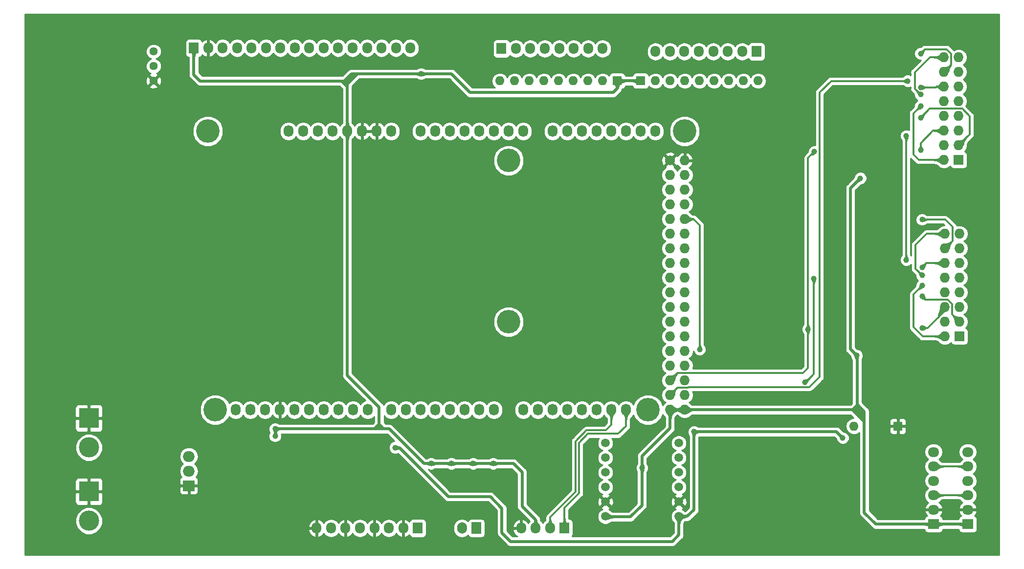
<source format=gbr>
G04 #@! TF.GenerationSoftware,KiCad,Pcbnew,(5.0.0-rc3)*
G04 #@! TF.CreationDate,2018-09-21T21:08:00-07:00*
G04 #@! TF.ProjectId,PCV MATOME MAIN V5-KICAD 5.0,504356204D41544F4D45204D41494E20,rev?*
G04 #@! TF.SameCoordinates,Original*
G04 #@! TF.FileFunction,Copper,L2,Bot,Signal*
G04 #@! TF.FilePolarity,Positive*
%FSLAX46Y46*%
G04 Gerber Fmt 4.6, Leading zero omitted, Abs format (unit mm)*
G04 Created by KiCad (PCBNEW (5.0.0-rc3)) date 09/21/18 21:08:00*
%MOMM*%
%LPD*%
G01*
G04 APERTURE LIST*
G04 #@! TA.AperFunction,ComponentPad*
%ADD10C,1.727200*%
G04 #@! TD*
G04 #@! TA.AperFunction,ComponentPad*
%ADD11O,1.727200X1.727200*%
G04 #@! TD*
G04 #@! TA.AperFunction,ComponentPad*
%ADD12O,1.727200X2.032000*%
G04 #@! TD*
G04 #@! TA.AperFunction,ComponentPad*
%ADD13C,4.064000*%
G04 #@! TD*
G04 #@! TA.AperFunction,ComponentPad*
%ADD14C,1.440000*%
G04 #@! TD*
G04 #@! TA.AperFunction,ComponentPad*
%ADD15R,1.600000X1.600000*%
G04 #@! TD*
G04 #@! TA.AperFunction,ComponentPad*
%ADD16O,1.600000X1.600000*%
G04 #@! TD*
G04 #@! TA.AperFunction,ComponentPad*
%ADD17R,2.000000X1.905000*%
G04 #@! TD*
G04 #@! TA.AperFunction,ComponentPad*
%ADD18O,2.000000X1.905000*%
G04 #@! TD*
G04 #@! TA.AperFunction,ComponentPad*
%ADD19C,1.500000*%
G04 #@! TD*
G04 #@! TA.AperFunction,ComponentPad*
%ADD20R,1.727200X1.727200*%
G04 #@! TD*
G04 #@! TA.AperFunction,ComponentPad*
%ADD21O,1.950000X1.700000*%
G04 #@! TD*
G04 #@! TA.AperFunction,ComponentPad*
%ADD22R,1.950000X1.700000*%
G04 #@! TD*
G04 #@! TA.AperFunction,ComponentPad*
%ADD23R,1.700000X1.950000*%
G04 #@! TD*
G04 #@! TA.AperFunction,ComponentPad*
%ADD24O,1.700000X1.950000*%
G04 #@! TD*
G04 #@! TA.AperFunction,ComponentPad*
%ADD25R,1.700000X2.000000*%
G04 #@! TD*
G04 #@! TA.AperFunction,ComponentPad*
%ADD26O,1.700000X2.000000*%
G04 #@! TD*
G04 #@! TA.AperFunction,ComponentPad*
%ADD27C,3.500120*%
G04 #@! TD*
G04 #@! TA.AperFunction,ComponentPad*
%ADD28R,3.500120X3.500120*%
G04 #@! TD*
G04 #@! TA.AperFunction,ViaPad*
%ADD29C,1.000000*%
G04 #@! TD*
G04 #@! TA.AperFunction,Conductor*
%ADD30C,0.500000*%
G04 #@! TD*
G04 #@! TA.AperFunction,Conductor*
%ADD31C,0.300000*%
G04 #@! TD*
G04 #@! TA.AperFunction,Conductor*
%ADD32C,0.254000*%
G04 #@! TD*
G04 #@! TA.AperFunction,Conductor*
%ADD33C,0.025400*%
G04 #@! TD*
G04 APERTURE END LIST*
D10*
G04 #@! TO.P,P4,1*
G04 #@! TO.N,Net-(C1-Pad1)*
X197349516Y-76012509D03*
D11*
G04 #@! TO.P,P4,2*
X199889516Y-76012509D03*
G04 #@! TO.P,P4,3*
G04 #@! TO.N,N/C*
X197349516Y-78552509D03*
G04 #@! TO.P,P4,4*
X199889516Y-78552509D03*
G04 #@! TO.P,P4,5*
X197349516Y-81092509D03*
G04 #@! TO.P,P4,6*
X199889516Y-81092509D03*
G04 #@! TO.P,P4,7*
X197349516Y-83632509D03*
G04 #@! TO.P,P4,8*
X199889516Y-83632509D03*
G04 #@! TO.P,P4,9*
G04 #@! TO.N,SW16*
X197349516Y-86172509D03*
G04 #@! TO.P,P4,10*
G04 #@! TO.N,RESET_ESP*
X199889516Y-86172509D03*
G04 #@! TO.P,P4,11*
G04 #@! TO.N,SW14*
X197349516Y-88712509D03*
G04 #@! TO.P,P4,12*
G04 #@! TO.N,SW15*
X199889516Y-88712509D03*
G04 #@! TO.P,P4,13*
G04 #@! TO.N,SW12*
X197349516Y-91252509D03*
G04 #@! TO.P,P4,14*
G04 #@! TO.N,SW13*
X199889516Y-91252509D03*
G04 #@! TO.P,P4,15*
G04 #@! TO.N,SW10*
X197349516Y-93792509D03*
G04 #@! TO.P,P4,16*
G04 #@! TO.N,SW11*
X199889516Y-93792509D03*
G04 #@! TO.P,P4,17*
G04 #@! TO.N,SW8*
X197349516Y-96332509D03*
G04 #@! TO.P,P4,18*
G04 #@! TO.N,SW9*
X199889516Y-96332509D03*
G04 #@! TO.P,P4,19*
G04 #@! TO.N,SW6*
X197349516Y-98872509D03*
G04 #@! TO.P,P4,20*
G04 #@! TO.N,SW7*
X199889516Y-98872509D03*
G04 #@! TO.P,P4,21*
G04 #@! TO.N,SW4*
X197349516Y-101412509D03*
G04 #@! TO.P,P4,22*
G04 #@! TO.N,SW5*
X199889516Y-101412509D03*
G04 #@! TO.P,P4,23*
G04 #@! TO.N,SW2*
X197349516Y-103952509D03*
G04 #@! TO.P,P4,24*
G04 #@! TO.N,SW3*
X199889516Y-103952509D03*
G04 #@! TO.P,P4,25*
G04 #@! TO.N,N/C*
X197349516Y-106492509D03*
G04 #@! TO.P,P4,26*
G04 #@! TO.N,SW1*
X199889516Y-106492509D03*
G04 #@! TO.P,P4,27*
G04 #@! TO.N,SC2*
X197349516Y-109032509D03*
G04 #@! TO.P,P4,28*
G04 #@! TO.N,N/C*
X199889516Y-109032509D03*
G04 #@! TO.P,P4,29*
G04 #@! TO.N,SCK*
X197349516Y-111572509D03*
G04 #@! TO.P,P4,30*
G04 #@! TO.N,SC1*
X199889516Y-111572509D03*
G04 #@! TO.P,P4,31*
G04 #@! TO.N,CLK_M*
X197349516Y-114112509D03*
G04 #@! TO.P,P4,32*
G04 #@! TO.N,DIN*
X199889516Y-114112509D03*
G04 #@! TO.P,P4,33*
G04 #@! TO.N,DIN_M*
X197349516Y-116652509D03*
G04 #@! TO.P,P4,34*
G04 #@! TO.N,SC_M*
X199889516Y-116652509D03*
G04 #@! TO.P,P4,35*
G04 #@! TO.N,HV*
X197349516Y-119192509D03*
G04 #@! TO.P,P4,36*
X199889516Y-119192509D03*
G04 #@! TD*
D12*
G04 #@! TO.P,P1,1*
G04 #@! TO.N,N/C*
X131309516Y-70932509D03*
G04 #@! TO.P,P1,2*
X133849516Y-70932509D03*
G04 #@! TO.P,P1,3*
X136389516Y-70932509D03*
G04 #@! TO.P,P1,4*
X138929516Y-70932509D03*
G04 #@! TO.P,P1,5*
G04 #@! TO.N,HV*
X141469516Y-70932509D03*
G04 #@! TO.P,P1,6*
G04 #@! TO.N,Net-(C1-Pad1)*
X144009516Y-70932509D03*
G04 #@! TO.P,P1,7*
X146549516Y-70932509D03*
G04 #@! TO.P,P1,8*
G04 #@! TO.N,/Vin*
X149089516Y-70932509D03*
G04 #@! TD*
G04 #@! TO.P,P2,1*
G04 #@! TO.N,RS*
X154169516Y-70932509D03*
G04 #@! TO.P,P2,2*
G04 #@! TO.N,RW*
X156709516Y-70932509D03*
G04 #@! TO.P,P2,3*
G04 #@! TO.N,EN*
X159249516Y-70932509D03*
G04 #@! TO.P,P2,4*
G04 #@! TO.N,D4*
X161789516Y-70932509D03*
G04 #@! TO.P,P2,5*
G04 #@! TO.N,D5*
X164329516Y-70932509D03*
G04 #@! TO.P,P2,6*
G04 #@! TO.N,D6*
X166869516Y-70932509D03*
G04 #@! TO.P,P2,7*
G04 #@! TO.N,D7*
X169409516Y-70932509D03*
G04 #@! TO.P,P2,8*
G04 #@! TO.N,N/C*
X171949516Y-70932509D03*
G04 #@! TD*
G04 #@! TO.P,P3,1*
G04 #@! TO.N,N/C*
X177029516Y-70932509D03*
G04 #@! TO.P,P3,2*
X179569516Y-70932509D03*
G04 #@! TO.P,P3,3*
X182109516Y-70932509D03*
G04 #@! TO.P,P3,4*
X184649516Y-70932509D03*
G04 #@! TO.P,P3,5*
X187189516Y-70932509D03*
G04 #@! TO.P,P3,6*
X189729516Y-70932509D03*
G04 #@! TO.P,P3,7*
X192269516Y-70932509D03*
G04 #@! TO.P,P3,8*
X194809516Y-70932509D03*
G04 #@! TD*
G04 #@! TO.P,P5,1*
G04 #@! TO.N,N/C*
X122165516Y-119192509D03*
G04 #@! TO.P,P5,2*
X124705516Y-119192509D03*
G04 #@! TO.P,P5,3*
X127245516Y-119192509D03*
G04 #@! TO.P,P5,4*
G04 #@! TO.N,Net-(C1-Pad1)*
X129785516Y-119192509D03*
G04 #@! TO.P,P5,5*
G04 #@! TO.N,N/C*
X132325516Y-119192509D03*
G04 #@! TO.P,P5,6*
X134865516Y-119192509D03*
G04 #@! TO.P,P5,7*
X137405516Y-119192509D03*
G04 #@! TO.P,P5,8*
X139945516Y-119192509D03*
G04 #@! TO.P,P5,9*
X142485516Y-119192509D03*
G04 #@! TO.P,P5,10*
X145025516Y-119192509D03*
G04 #@! TD*
G04 #@! TO.P,P6,1*
G04 #@! TO.N,N/C*
X149089516Y-119192509D03*
G04 #@! TO.P,P6,2*
G04 #@! TO.N,SET*
X151629516Y-119192509D03*
G04 #@! TO.P,P6,3*
G04 #@! TO.N,HOME*
X154169516Y-119192509D03*
G04 #@! TO.P,P6,4*
G04 #@! TO.N,BACK*
X156709516Y-119192509D03*
G04 #@! TO.P,P6,5*
G04 #@! TO.N,NEXT*
X159249516Y-119192509D03*
G04 #@! TO.P,P6,6*
G04 #@! TO.N,BUZZER*
X161789516Y-119192509D03*
G04 #@! TO.P,P6,7*
G04 #@! TO.N,N/C*
X164329516Y-119192509D03*
G04 #@! TO.P,P6,8*
X166869516Y-119192509D03*
G04 #@! TD*
G04 #@! TO.P,P7,1*
G04 #@! TO.N,N/C*
X171949516Y-119192509D03*
G04 #@! TO.P,P7,2*
X174489516Y-119192509D03*
G04 #@! TO.P,P7,3*
X177029516Y-119192509D03*
G04 #@! TO.P,P7,4*
X179569516Y-119192509D03*
G04 #@! TO.P,P7,5*
G04 #@! TO.N,RX5V*
X182109516Y-119192509D03*
G04 #@! TO.P,P7,6*
G04 #@! TO.N,TX5V*
X184649516Y-119192509D03*
G04 #@! TO.P,P7,7*
G04 #@! TO.N,SDA*
X187189516Y-119192509D03*
G04 #@! TO.P,P7,8*
G04 #@! TO.N,SCL*
X189729516Y-119192509D03*
G04 #@! TD*
D13*
G04 #@! TO.P,P8,1*
G04 #@! TO.N,N/C*
X117339516Y-70932509D03*
G04 #@! TD*
G04 #@! TO.P,P9,1*
G04 #@! TO.N,N/C*
X169409516Y-76012509D03*
G04 #@! TD*
G04 #@! TO.P,P10,1*
G04 #@! TO.N,N/C*
X199889516Y-70932509D03*
G04 #@! TD*
G04 #@! TO.P,P11,1*
G04 #@! TO.N,N/C*
X118609516Y-119192509D03*
G04 #@! TD*
G04 #@! TO.P,P12,1*
G04 #@! TO.N,N/C*
X169409516Y-103952509D03*
G04 #@! TD*
G04 #@! TO.P,P13,1*
G04 #@! TO.N,N/C*
X193539516Y-119192509D03*
G04 #@! TD*
D14*
G04 #@! TO.P,RV1,1*
G04 #@! TO.N,HV*
X107950000Y-57150000D03*
G04 #@! TO.P,RV1,2*
G04 #@! TO.N,Net-(J8-Pad3)*
X107950000Y-59690000D03*
G04 #@! TO.P,RV1,3*
G04 #@! TO.N,Net-(C1-Pad1)*
X107950000Y-62230000D03*
G04 #@! TD*
D15*
G04 #@! TO.P,SW1,1*
G04 #@! TO.N,Net-(C1-Pad1)*
X236822080Y-122041544D03*
D16*
G04 #@! TO.P,SW1,2*
G04 #@! TO.N,Net-(C1-Pad2)*
X229202080Y-122041544D03*
G04 #@! TD*
D17*
G04 #@! TO.P,U6,1*
G04 #@! TO.N,Net-(C1-Pad1)*
X114050000Y-132350000D03*
D18*
G04 #@! TO.P,U6,2*
G04 #@! TO.N,HV*
X114050000Y-129810000D03*
G04 #@! TO.P,U6,3*
G04 #@! TO.N,Net-(C26-Pad1)*
X114050000Y-127270000D03*
G04 #@! TD*
D19*
G04 #@! TO.P,U4,6*
G04 #@! TO.N,RX3.3V*
X198882000Y-124968000D03*
G04 #@! TO.P,U4,5*
G04 #@! TO.N,TX3.3V*
X198882000Y-127508000D03*
G04 #@! TO.P,U4,4*
G04 #@! TO.N,N/C*
X198882000Y-130048000D03*
G04 #@! TO.P,U4,3*
X198882000Y-132588000D03*
G04 #@! TO.P,U4,2*
G04 #@! TO.N,Net-(C1-Pad1)*
X198882000Y-135128000D03*
G04 #@! TO.P,U4,1*
G04 #@! TO.N,LV*
X198882000Y-137668000D03*
G04 #@! TO.P,U4,7*
G04 #@! TO.N,RX5V*
X186182000Y-124968000D03*
G04 #@! TO.P,U4,8*
G04 #@! TO.N,TX5V*
X186182000Y-127508000D03*
G04 #@! TO.P,U4,9*
G04 #@! TO.N,N/C*
X186182000Y-130048000D03*
G04 #@! TO.P,U4,10*
X186182000Y-132588000D03*
G04 #@! TO.P,U4,11*
G04 #@! TO.N,Net-(C1-Pad1)*
X186182000Y-135128000D03*
G04 #@! TO.P,U4,12*
G04 #@! TO.N,HV*
X186182000Y-137668000D03*
G04 #@! TD*
D11*
G04 #@! TO.P,J1,16*
G04 #@! TO.N,1-R8*
X244790000Y-58150000D03*
G04 #@! TO.P,J1,15*
G04 #@! TO.N,1-R7*
X247330000Y-58150000D03*
G04 #@! TO.P,J1,14*
G04 #@! TO.N,1-R6*
X244790000Y-60690000D03*
G04 #@! TO.P,J1,13*
G04 #@! TO.N,1-R5*
X247330000Y-60690000D03*
G04 #@! TO.P,J1,12*
G04 #@! TO.N,1-R4*
X244790000Y-63230000D03*
G04 #@! TO.P,J1,11*
G04 #@! TO.N,1-R3*
X247330000Y-63230000D03*
G04 #@! TO.P,J1,10*
G04 #@! TO.N,1-R2*
X244790000Y-65770000D03*
G04 #@! TO.P,J1,9*
G04 #@! TO.N,1-R1*
X247330000Y-65770000D03*
G04 #@! TO.P,J1,8*
G04 #@! TO.N,1-C8*
X244790000Y-68310000D03*
G04 #@! TO.P,J1,7*
G04 #@! TO.N,1-C7*
X247330000Y-68310000D03*
G04 #@! TO.P,J1,6*
G04 #@! TO.N,1-C6*
X244790000Y-70850000D03*
G04 #@! TO.P,J1,5*
G04 #@! TO.N,1-C5*
X247330000Y-70850000D03*
G04 #@! TO.P,J1,4*
G04 #@! TO.N,1-C4*
X244790000Y-73390000D03*
G04 #@! TO.P,J1,3*
G04 #@! TO.N,1-C3*
X247330000Y-73390000D03*
G04 #@! TO.P,J1,2*
G04 #@! TO.N,1-C2*
X244790000Y-75930000D03*
D20*
G04 #@! TO.P,J1,1*
G04 #@! TO.N,1-C1*
X247330000Y-75930000D03*
G04 #@! TD*
G04 #@! TO.P,J2,1*
G04 #@! TO.N,2-C1*
X247470000Y-106490000D03*
D11*
G04 #@! TO.P,J2,2*
G04 #@! TO.N,2-C2*
X244930000Y-106490000D03*
G04 #@! TO.P,J2,3*
G04 #@! TO.N,2-C3*
X247470000Y-103950000D03*
G04 #@! TO.P,J2,4*
G04 #@! TO.N,2-C4*
X244930000Y-103950000D03*
G04 #@! TO.P,J2,5*
G04 #@! TO.N,2-C5*
X247470000Y-101410000D03*
G04 #@! TO.P,J2,6*
G04 #@! TO.N,2-C6*
X244930000Y-101410000D03*
G04 #@! TO.P,J2,7*
G04 #@! TO.N,2-C7*
X247470000Y-98870000D03*
G04 #@! TO.P,J2,8*
G04 #@! TO.N,2-C8*
X244930000Y-98870000D03*
G04 #@! TO.P,J2,9*
G04 #@! TO.N,2-R1*
X247470000Y-96330000D03*
G04 #@! TO.P,J2,10*
G04 #@! TO.N,2-R2*
X244930000Y-96330000D03*
G04 #@! TO.P,J2,11*
G04 #@! TO.N,2-R3*
X247470000Y-93790000D03*
G04 #@! TO.P,J2,12*
G04 #@! TO.N,2-R4*
X244930000Y-93790000D03*
G04 #@! TO.P,J2,13*
G04 #@! TO.N,2-R5*
X247470000Y-91250000D03*
G04 #@! TO.P,J2,14*
G04 #@! TO.N,2-R6*
X244930000Y-91250000D03*
G04 #@! TO.P,J2,15*
G04 #@! TO.N,2-R7*
X247470000Y-88710000D03*
G04 #@! TO.P,J2,16*
G04 #@! TO.N,2-R8*
X244930000Y-88710000D03*
G04 #@! TD*
D21*
G04 #@! TO.P,J3,6*
G04 #@! TO.N,N/C*
X248920000Y-126506229D03*
G04 #@! TO.P,J3,5*
G04 #@! TO.N,SCK*
X248920000Y-129006229D03*
G04 #@! TO.P,J3,4*
G04 #@! TO.N,SC1*
X248920000Y-131506229D03*
G04 #@! TO.P,J3,3*
G04 #@! TO.N,DIN*
X248920000Y-134006229D03*
G04 #@! TO.P,J3,2*
G04 #@! TO.N,Net-(C1-Pad1)*
X248920000Y-136506229D03*
D22*
G04 #@! TO.P,J3,1*
G04 #@! TO.N,HV*
X248920000Y-139006229D03*
G04 #@! TD*
D21*
G04 #@! TO.P,J4,6*
G04 #@! TO.N,N/C*
X243000000Y-126500000D03*
G04 #@! TO.P,J4,5*
G04 #@! TO.N,SCK*
X243000000Y-129000000D03*
G04 #@! TO.P,J4,4*
G04 #@! TO.N,SC2*
X243000000Y-131500000D03*
G04 #@! TO.P,J4,3*
G04 #@! TO.N,DIN*
X243000000Y-134000000D03*
G04 #@! TO.P,J4,2*
G04 #@! TO.N,Net-(C1-Pad1)*
X243000000Y-136500000D03*
D22*
G04 #@! TO.P,J4,1*
G04 #@! TO.N,HV*
X243000000Y-139000000D03*
G04 #@! TD*
D23*
G04 #@! TO.P,J8,1*
G04 #@! TO.N,HV*
X114900000Y-56550000D03*
D24*
G04 #@! TO.P,J8,2*
G04 #@! TO.N,Net-(C1-Pad1)*
X117400000Y-56550000D03*
G04 #@! TO.P,J8,3*
G04 #@! TO.N,Net-(J8-Pad3)*
X119900000Y-56550000D03*
G04 #@! TO.P,J8,4*
G04 #@! TO.N,RS*
X122400000Y-56550000D03*
G04 #@! TO.P,J8,5*
G04 #@! TO.N,RW*
X124900000Y-56550000D03*
G04 #@! TO.P,J8,6*
G04 #@! TO.N,EN*
X127400000Y-56550000D03*
G04 #@! TO.P,J8,7*
G04 #@! TO.N,N/C*
X129900000Y-56550000D03*
G04 #@! TO.P,J8,8*
X132400000Y-56550000D03*
G04 #@! TO.P,J8,9*
X134900000Y-56550000D03*
G04 #@! TO.P,J8,10*
X137400000Y-56550000D03*
G04 #@! TO.P,J8,11*
G04 #@! TO.N,D4*
X139900000Y-56550000D03*
G04 #@! TO.P,J8,12*
G04 #@! TO.N,D5*
X142400000Y-56550000D03*
G04 #@! TO.P,J8,13*
G04 #@! TO.N,D6*
X144900000Y-56550000D03*
G04 #@! TO.P,J8,14*
G04 #@! TO.N,D7*
X147400000Y-56550000D03*
G04 #@! TO.P,J8,15*
G04 #@! TO.N,Net-(J8-Pad15)*
X149900000Y-56550000D03*
G04 #@! TO.P,J8,16*
G04 #@! TO.N,N/C*
X152400000Y-56550000D03*
G04 #@! TD*
G04 #@! TO.P,J5,8*
G04 #@! TO.N,SW16*
X185674000Y-56642000D03*
G04 #@! TO.P,J5,7*
G04 #@! TO.N,SW15*
X183174000Y-56642000D03*
G04 #@! TO.P,J5,6*
G04 #@! TO.N,SW14*
X180674000Y-56642000D03*
G04 #@! TO.P,J5,5*
G04 #@! TO.N,SW13*
X178174000Y-56642000D03*
G04 #@! TO.P,J5,4*
G04 #@! TO.N,SW12*
X175674000Y-56642000D03*
G04 #@! TO.P,J5,3*
G04 #@! TO.N,SW11*
X173174000Y-56642000D03*
G04 #@! TO.P,J5,2*
G04 #@! TO.N,SW10*
X170674000Y-56642000D03*
D23*
G04 #@! TO.P,J5,1*
G04 #@! TO.N,SW9*
X168174000Y-56642000D03*
G04 #@! TD*
G04 #@! TO.P,J6,1*
G04 #@! TO.N,SW1*
X212344000Y-57150000D03*
D24*
G04 #@! TO.P,J6,2*
G04 #@! TO.N,SW2*
X209844000Y-57150000D03*
G04 #@! TO.P,J6,3*
G04 #@! TO.N,SW3*
X207344000Y-57150000D03*
G04 #@! TO.P,J6,4*
G04 #@! TO.N,SW4*
X204844000Y-57150000D03*
G04 #@! TO.P,J6,5*
G04 #@! TO.N,SW5*
X202344000Y-57150000D03*
G04 #@! TO.P,J6,6*
G04 #@! TO.N,SW6*
X199844000Y-57150000D03*
G04 #@! TO.P,J6,7*
G04 #@! TO.N,SW7*
X197344000Y-57150000D03*
G04 #@! TO.P,J6,8*
G04 #@! TO.N,SW8*
X194844000Y-57150000D03*
G04 #@! TD*
D25*
G04 #@! TO.P,J7,1*
G04 #@! TO.N,HV*
X163830000Y-139700000D03*
D26*
G04 #@! TO.P,J7,2*
G04 #@! TO.N,Net-(J7-Pad2)*
X161330000Y-139700000D03*
G04 #@! TD*
D23*
G04 #@! TO.P,J9,1*
G04 #@! TO.N,SCL*
X179070000Y-139700000D03*
D24*
G04 #@! TO.P,J9,2*
G04 #@! TO.N,SDA*
X176570000Y-139700000D03*
G04 #@! TO.P,J9,3*
G04 #@! TO.N,HV*
X174070000Y-139700000D03*
G04 #@! TO.P,J9,4*
G04 #@! TO.N,Net-(C1-Pad1)*
X171570000Y-139700000D03*
G04 #@! TD*
D23*
G04 #@! TO.P,J10,1*
G04 #@! TO.N,NEXT*
X153670000Y-139700000D03*
D24*
G04 #@! TO.P,J10,2*
G04 #@! TO.N,Net-(C1-Pad1)*
X151170000Y-139700000D03*
G04 #@! TO.P,J10,3*
G04 #@! TO.N,BACK*
X148670000Y-139700000D03*
G04 #@! TO.P,J10,4*
G04 #@! TO.N,Net-(C1-Pad1)*
X146170000Y-139700000D03*
G04 #@! TO.P,J10,5*
G04 #@! TO.N,HOME*
X143670000Y-139700000D03*
G04 #@! TO.P,J10,6*
G04 #@! TO.N,Net-(C1-Pad1)*
X141170000Y-139700000D03*
G04 #@! TO.P,J10,7*
G04 #@! TO.N,SET*
X138670000Y-139700000D03*
G04 #@! TO.P,J10,8*
G04 #@! TO.N,Net-(C1-Pad1)*
X136170000Y-139700000D03*
G04 #@! TD*
D27*
G04 #@! TO.P,J11,2*
G04 #@! TO.N,Net-(D2-Pad2)*
X96730000Y-138430000D03*
D28*
G04 #@! TO.P,J11,1*
G04 #@! TO.N,Net-(C1-Pad1)*
X96730000Y-133350000D03*
G04 #@! TD*
G04 #@! TO.P,J12,1*
G04 #@! TO.N,Net-(C1-Pad1)*
X96730000Y-120650000D03*
D27*
G04 #@! TO.P,J12,2*
G04 #@! TO.N,Net-(D3-Pad2)*
X96730000Y-125730000D03*
G04 #@! TD*
D16*
G04 #@! TO.P,RN1,9*
G04 #@! TO.N,SW9*
X167894000Y-62230000D03*
G04 #@! TO.P,RN1,8*
G04 #@! TO.N,SW10*
X170434000Y-62230000D03*
G04 #@! TO.P,RN1,7*
G04 #@! TO.N,SW11*
X172974000Y-62230000D03*
G04 #@! TO.P,RN1,6*
G04 #@! TO.N,SW12*
X175514000Y-62230000D03*
G04 #@! TO.P,RN1,5*
G04 #@! TO.N,SW13*
X178054000Y-62230000D03*
G04 #@! TO.P,RN1,4*
G04 #@! TO.N,SW14*
X180594000Y-62230000D03*
G04 #@! TO.P,RN1,3*
G04 #@! TO.N,SW15*
X183134000Y-62230000D03*
G04 #@! TO.P,RN1,2*
G04 #@! TO.N,SW16*
X185674000Y-62230000D03*
D15*
G04 #@! TO.P,RN1,1*
G04 #@! TO.N,HV*
X188214000Y-62230000D03*
G04 #@! TD*
G04 #@! TO.P,RN2,1*
G04 #@! TO.N,HV*
X192278000Y-62230000D03*
D16*
G04 #@! TO.P,RN2,2*
G04 #@! TO.N,SW8*
X194818000Y-62230000D03*
G04 #@! TO.P,RN2,3*
G04 #@! TO.N,SW7*
X197358000Y-62230000D03*
G04 #@! TO.P,RN2,4*
G04 #@! TO.N,SW6*
X199898000Y-62230000D03*
G04 #@! TO.P,RN2,5*
G04 #@! TO.N,SW5*
X202438000Y-62230000D03*
G04 #@! TO.P,RN2,6*
G04 #@! TO.N,SW4*
X204978000Y-62230000D03*
G04 #@! TO.P,RN2,7*
G04 #@! TO.N,SW3*
X207518000Y-62230000D03*
G04 #@! TO.P,RN2,8*
G04 #@! TO.N,SW2*
X210058000Y-62230000D03*
G04 #@! TO.P,RN2,9*
G04 #@! TO.N,SW1*
X212598000Y-62230000D03*
G04 #@! TD*
D29*
G04 #@! TO.N,LV*
X149750000Y-125750000D03*
X201500000Y-123000000D03*
X227250000Y-124077000D03*
G04 #@! TO.N,HV*
X192516000Y-129250000D03*
X154250000Y-61000000D03*
X156000000Y-128500008D03*
X159500000Y-128500000D03*
X163250000Y-128500000D03*
X166749994Y-128500000D03*
X129000000Y-123750000D03*
X129000000Y-122500000D03*
X229700000Y-109800000D03*
X230300000Y-79100000D03*
G04 #@! TO.N,1-R8*
X240746229Y-64599990D03*
G04 #@! TO.N,1-R6*
X240749994Y-57500000D03*
G04 #@! TO.N,1-R4*
X240774062Y-63350288D03*
G04 #@! TO.N,1-C6*
X240750000Y-74249988D03*
G04 #@! TO.N,1-C3*
X240750000Y-68599990D03*
G04 #@! TO.N,1-C2*
X240753955Y-66599990D03*
G04 #@! TO.N,2-C2*
X241000000Y-97699988D03*
G04 #@! TO.N,2-C3*
X240999984Y-99549979D03*
G04 #@! TO.N,2-C6*
X241000000Y-105000000D03*
G04 #@! TO.N,2-R4*
X240999990Y-94500000D03*
G04 #@! TO.N,2-R6*
X241000000Y-86250024D03*
G04 #@! TO.N,2-R8*
X241000000Y-95899976D03*
G04 #@! TO.N,RESET_ESP*
X202500000Y-108750000D03*
G04 #@! TO.N,CLK_M*
X222349990Y-74500000D03*
X221250000Y-105250000D03*
G04 #@! TO.N,DIN_M*
X238500006Y-62250000D03*
G04 #@! TO.N,SC_M*
X222249994Y-96500000D03*
X220750002Y-114399990D03*
G04 #@! TO.N,Net-(U1-Pad24)*
X238250000Y-71750000D03*
X238249996Y-93250000D03*
G04 #@! TO.N,Net-(C1-Pad1)*
X190754000Y-74803000D03*
X190754000Y-78613000D03*
X190754000Y-82550000D03*
X190754000Y-86487000D03*
X190754000Y-90551000D03*
X190754000Y-94361000D03*
X190754000Y-98171000D03*
X190754000Y-101981000D03*
X165000000Y-124250006D03*
X168749986Y-124250000D03*
X157750012Y-124250000D03*
X161500000Y-124250000D03*
X232250000Y-95399946D03*
X233000006Y-64500000D03*
X225150010Y-95500004D03*
X225150010Y-64397381D03*
X234000000Y-107750000D03*
X234250000Y-77250000D03*
X227500000Y-131000000D03*
X237500000Y-127000000D03*
X227200000Y-115000000D03*
X206500006Y-82500000D03*
X206500000Y-90250000D03*
X206500000Y-94250000D03*
X206500000Y-98000010D03*
X206500000Y-102000000D03*
X206500000Y-105750008D03*
X206500000Y-109750022D03*
X129000000Y-129500000D03*
X206500000Y-86350004D03*
G04 #@! TD*
D30*
G04 #@! TO.N,LV*
X168250000Y-140500000D02*
X169750000Y-142000000D01*
X168250000Y-136250000D02*
X168250000Y-140500000D01*
X166250000Y-134250000D02*
X168250000Y-136250000D01*
X159000000Y-134250000D02*
X166250000Y-134250000D01*
X149750000Y-125750000D02*
X150500000Y-125750000D01*
X150500000Y-125750000D02*
X159000000Y-134250000D01*
X169750000Y-142000000D02*
X197750000Y-142000000D01*
X197750000Y-142000000D02*
X198875000Y-140875000D01*
X198875000Y-140875000D02*
X198882000Y-140882000D01*
X198882000Y-140882000D02*
X198882000Y-137668000D01*
X200332000Y-137668000D02*
X198882000Y-137668000D01*
X201500000Y-136500000D02*
X200332000Y-137668000D01*
X201500000Y-123000000D02*
X201500000Y-136500000D01*
X226173000Y-123000000D02*
X227250000Y-124077000D01*
X201500000Y-123000000D02*
X226173000Y-123000000D01*
G04 #@! TO.N,HV*
X141469516Y-70932509D02*
X141469516Y-66719516D01*
X188214000Y-62230000D02*
X192278000Y-62230000D01*
X188214000Y-63530000D02*
X187494000Y-64250000D01*
X188214000Y-62230000D02*
X188214000Y-63530000D01*
X187494000Y-64250000D02*
X162750000Y-64250000D01*
X162750000Y-64250000D02*
X159500000Y-61000000D01*
X159500000Y-61000000D02*
X154250000Y-61000000D01*
X114900000Y-61150000D02*
X114900000Y-56550000D01*
X116000000Y-62250000D02*
X114900000Y-61150000D01*
X141469516Y-62719516D02*
X141000000Y-62250000D01*
X129000000Y-123250000D02*
X129000000Y-123750000D01*
X141469516Y-70932509D02*
X141469516Y-112530484D01*
X129000000Y-123750000D02*
X129000000Y-122500000D01*
X166749994Y-128500000D02*
X163250000Y-128500000D01*
X163250000Y-128500000D02*
X159500000Y-128500000D01*
X156000008Y-128500000D02*
X156000000Y-128500008D01*
X159500000Y-128500000D02*
X156000008Y-128500000D01*
X156000000Y-128500008D02*
X154750008Y-128500008D01*
X154750008Y-128500008D02*
X148750000Y-122500000D01*
X174070000Y-138225000D02*
X171750000Y-135905000D01*
X174070000Y-139700000D02*
X174070000Y-138225000D01*
X171750000Y-135905000D02*
X171750000Y-130000000D01*
X171750000Y-130000000D02*
X170250000Y-128500000D01*
X170250000Y-128500000D02*
X166749994Y-128500000D01*
X186264000Y-137750000D02*
X186182000Y-137668000D01*
X190500000Y-137750000D02*
X186264000Y-137750000D01*
X192500000Y-135750000D02*
X190500000Y-137750000D01*
X192500000Y-129973106D02*
X192500000Y-135750000D01*
X192516000Y-129250000D02*
X192516000Y-129957106D01*
X192516000Y-129957106D02*
X192500000Y-129973106D01*
X243006229Y-139006229D02*
X243000000Y-139000000D01*
X248920000Y-139006229D02*
X243006229Y-139006229D01*
X229750000Y-118885018D02*
X229442509Y-119192509D01*
X229750000Y-118885018D02*
X229750000Y-119500000D01*
X231000000Y-120750000D02*
X229750000Y-119500000D01*
X229750000Y-119500000D02*
X229442509Y-119192509D01*
X229750000Y-118250000D02*
X229750000Y-118442509D01*
X229442509Y-119192509D02*
X229000000Y-119192509D01*
X229750000Y-118442509D02*
X229000000Y-119192509D01*
X229750000Y-118250000D02*
X229750000Y-118885018D01*
X231000000Y-120135018D02*
X229750000Y-118885018D01*
X231000000Y-120750000D02*
X231000000Y-120135018D01*
X231000000Y-121000000D02*
X230750000Y-121000000D01*
X231000000Y-121000000D02*
X231000000Y-120750000D01*
X229000000Y-119250000D02*
X229000000Y-119192509D01*
X231000000Y-121250000D02*
X231000000Y-121750000D01*
X230500000Y-120750000D02*
X231000000Y-121250000D01*
X231000000Y-121750000D02*
X231000000Y-121000000D01*
X230750000Y-121000000D02*
X230500000Y-120750000D01*
X230500000Y-120750000D02*
X229000000Y-119250000D01*
X229750000Y-118250000D02*
X231000000Y-119500000D01*
X231000000Y-119500000D02*
X231000000Y-120135018D01*
X231000000Y-137000000D02*
X231000000Y-121750000D01*
X243000000Y-139000000D02*
X233000000Y-139000000D01*
X233000000Y-139000000D02*
X231000000Y-137000000D01*
X229750000Y-118250000D02*
X229750000Y-109850000D01*
X229750000Y-109850000D02*
X229700000Y-109800000D01*
X228600000Y-80800000D02*
X230300000Y-79100000D01*
X229700000Y-109800000D02*
X228600000Y-108700000D01*
X228600000Y-108700000D02*
X228600000Y-80800000D01*
X141469516Y-62280484D02*
X141469516Y-66719516D01*
X141500000Y-62250000D02*
X142000000Y-61750000D01*
X140750000Y-62250000D02*
X141500000Y-62250000D01*
X142000000Y-61750000D02*
X141469516Y-62280484D01*
X142750000Y-61000000D02*
X142000000Y-61750000D01*
X141000000Y-62250000D02*
X140750000Y-62250000D01*
X140250000Y-62250000D02*
X140500000Y-62250000D01*
X140750000Y-62250000D02*
X140250000Y-62250000D01*
X140250000Y-62250000D02*
X116000000Y-62250000D01*
X141469516Y-63219516D02*
X141469516Y-63250000D01*
X141469516Y-66719516D02*
X141469516Y-63250000D01*
X140500000Y-62250000D02*
X141469516Y-63219516D01*
X141469516Y-63250000D02*
X141469516Y-62719516D01*
X141530484Y-62719516D02*
X143250000Y-61000000D01*
X154250000Y-61000000D02*
X143250000Y-61000000D01*
X141469516Y-62719516D02*
X141530484Y-62719516D01*
X143250000Y-61000000D02*
X142750000Y-61000000D01*
X142750000Y-61000000D02*
X142250000Y-61000000D01*
X142250000Y-61000000D02*
X141000000Y-62250000D01*
X192516000Y-127234000D02*
X192516000Y-129250000D01*
X197349516Y-119192509D02*
X197349516Y-122400484D01*
X197349516Y-122400484D02*
X192516000Y-127234000D01*
X199889516Y-119192509D02*
X197349516Y-119192509D01*
X201110830Y-119192509D02*
X229442509Y-119192509D01*
X199889516Y-119192509D02*
X201110830Y-119192509D01*
X141469516Y-113202120D02*
X141469516Y-112530484D01*
X147000000Y-118732604D02*
X141469516Y-113202120D01*
X147000000Y-121750000D02*
X147750000Y-122500000D01*
X147750000Y-122500000D02*
X147000000Y-122500000D01*
X148750000Y-122500000D02*
X147750000Y-122500000D01*
X147000000Y-121750000D02*
X147000000Y-118732604D01*
X147000000Y-122500000D02*
X147000000Y-121750000D01*
X147000000Y-121750000D02*
X146250000Y-122500000D01*
X147000000Y-122500000D02*
X146250000Y-122500000D01*
X146250000Y-122500000D02*
X129000000Y-122500000D01*
D31*
G04 #@! TO.N,1-R8*
X239750000Y-63603761D02*
X240746229Y-64599990D01*
X239750000Y-60750000D02*
X239750000Y-63603761D01*
X242350000Y-58150000D02*
X239750000Y-60750000D01*
X244790000Y-58150000D02*
X242350000Y-58150000D01*
G04 #@! TO.N,1-R6*
X244790000Y-60690000D02*
X246066399Y-59413601D01*
X241499994Y-56750000D02*
X240749994Y-57500000D01*
X246066399Y-59413601D02*
X246066399Y-57566399D01*
X245250000Y-56750000D02*
X241499994Y-56750000D01*
X246066399Y-57566399D02*
X245250000Y-56750000D01*
G04 #@! TO.N,1-R4*
X244790000Y-63230000D02*
X243520000Y-63230000D01*
X243520000Y-63230000D02*
X243399712Y-63350288D01*
X243399712Y-63350288D02*
X240774062Y-63350288D01*
G04 #@! TO.N,1-C6*
X244790000Y-70850000D02*
X242900000Y-70850000D01*
X242900000Y-70850000D02*
X240750000Y-73000000D01*
X240750000Y-73000000D02*
X240750000Y-74249988D01*
G04 #@! TO.N,1-C3*
X242303591Y-67046399D02*
X240750000Y-68599990D01*
X249250000Y-68359870D02*
X247936529Y-67046399D01*
X247936529Y-67046399D02*
X242303591Y-67046399D01*
X249250000Y-71470000D02*
X249250000Y-68359870D01*
X247330000Y-73390000D02*
X249250000Y-71470000D01*
G04 #@! TO.N,1-C2*
X239500000Y-67853945D02*
X240753955Y-66599990D01*
X239500000Y-75000000D02*
X239500000Y-67853945D01*
X244790000Y-75930000D02*
X240430000Y-75930000D01*
X240430000Y-75930000D02*
X239500000Y-75000000D01*
G04 #@! TO.N,2-C2*
X244930000Y-106490000D02*
X241110000Y-106490000D01*
X239522000Y-99177988D02*
X241000000Y-97699988D01*
X239522000Y-104902000D02*
X239522000Y-99177988D01*
X241110000Y-106490000D02*
X239522000Y-104902000D01*
G04 #@! TO.N,2-C3*
X241583606Y-100133601D02*
X240999984Y-99549979D01*
X245449731Y-100133601D02*
X241583606Y-100133601D01*
X247470000Y-103950000D02*
X246206399Y-102686399D01*
X246206399Y-100890269D02*
X245449731Y-100133601D01*
X246206399Y-102686399D02*
X246206399Y-100890269D01*
G04 #@! TO.N,2-C6*
X242000000Y-105000000D02*
X241000000Y-105000000D01*
X244930000Y-101410000D02*
X244930000Y-102070000D01*
X244930000Y-102070000D02*
X242000000Y-105000000D01*
G04 #@! TO.N,2-R4*
X244930000Y-93790000D02*
X241709990Y-93790000D01*
X241709990Y-93790000D02*
X240999990Y-94500000D01*
G04 #@! TO.N,2-R6*
X241000024Y-86250000D02*
X241000000Y-86250024D01*
X245000000Y-86250000D02*
X241000024Y-86250000D01*
X246256399Y-87506399D02*
X245000000Y-86250000D01*
X244930000Y-91250000D02*
X246256399Y-89923601D01*
X246256399Y-89923601D02*
X246256399Y-87506399D01*
G04 #@! TO.N,2-R8*
X241790000Y-88710000D02*
X239849998Y-90650002D01*
X239849998Y-94749974D02*
X241000000Y-95899976D01*
X239849998Y-90650002D02*
X239849998Y-94749974D01*
X244930000Y-88710000D02*
X241790000Y-88710000D01*
G04 #@! TO.N,SCK*
X243006229Y-129006229D02*
X243000000Y-129000000D01*
X248920000Y-129006229D02*
X243006229Y-129006229D01*
G04 #@! TO.N,DIN*
X243006229Y-134006229D02*
X243000000Y-134000000D01*
X248920000Y-134006229D02*
X243006229Y-134006229D01*
G04 #@! TO.N,SCL*
X179070000Y-136180000D02*
X181600011Y-133649989D01*
X183149989Y-123350011D02*
X188399989Y-123350011D01*
X189729516Y-122020484D02*
X189729516Y-119192509D01*
X179070000Y-139700000D02*
X179070000Y-136180000D01*
X181600011Y-133649989D02*
X181600011Y-124899989D01*
X181600011Y-124899989D02*
X183149989Y-123350011D01*
X188399989Y-123350011D02*
X189729516Y-122020484D01*
G04 #@! TO.N,SDA*
X182901457Y-122750000D02*
X181000000Y-124651457D01*
X181000000Y-133401458D02*
X176570000Y-137831458D01*
X176570000Y-137831458D02*
X176570000Y-139700000D01*
X186250000Y-122750000D02*
X182901457Y-122750000D01*
X187189516Y-121810484D02*
X186250000Y-122750000D01*
X181000000Y-124651457D02*
X181000000Y-133401458D01*
X187189516Y-119192509D02*
X187189516Y-121810484D01*
G04 #@! TO.N,RESET_ESP*
X201422509Y-86172509D02*
X199889516Y-86172509D01*
X202500000Y-108750000D02*
X202500000Y-87250000D01*
X202500000Y-87250000D02*
X201422509Y-86172509D01*
G04 #@! TO.N,CLK_M*
X221250000Y-75599990D02*
X221250000Y-105250000D01*
X222349990Y-74500000D02*
X221250000Y-75599990D01*
X221250000Y-112000000D02*
X221250000Y-105250000D01*
X197349516Y-114112509D02*
X198613117Y-112848908D01*
X220401092Y-112848908D02*
X221250000Y-112000000D01*
X198613117Y-112848908D02*
X220401092Y-112848908D01*
G04 #@! TO.N,DIN_M*
X225250000Y-62250000D02*
X238500006Y-62250000D01*
X223250000Y-64250000D02*
X225250000Y-62250000D01*
X223250000Y-113508002D02*
X223250000Y-64250000D01*
X221508002Y-115250000D02*
X223250000Y-113508002D01*
X200548155Y-115250000D02*
X221508002Y-115250000D01*
X198213115Y-115788910D02*
X197349516Y-116652509D01*
X200548155Y-115250000D02*
X200472045Y-115326110D01*
X198675915Y-115326110D02*
X198213115Y-115788910D01*
X200472045Y-115326110D02*
X198675915Y-115326110D01*
G04 #@! TO.N,SC_M*
X222249994Y-96500000D02*
X222249994Y-113000006D01*
X220850010Y-114399990D02*
X220750002Y-114399990D01*
X222249994Y-113000006D02*
X220850010Y-114399990D01*
G04 #@! TO.N,Net-(U1-Pad24)*
X238250000Y-93249996D02*
X238249996Y-93250000D01*
X238250000Y-71750000D02*
X238250000Y-93249996D01*
G04 #@! TD*
D32*
G04 #@! TO.N,Net-(C1-Pad1)*
G36*
X254298001Y-144298000D02*
X85702000Y-144298000D01*
X85702000Y-137957173D01*
X94352940Y-137957173D01*
X94352940Y-138902827D01*
X94714826Y-139776496D01*
X95383504Y-140445174D01*
X96257173Y-140807060D01*
X97202827Y-140807060D01*
X98076496Y-140445174D01*
X98462403Y-140059267D01*
X134703680Y-140059267D01*
X134904947Y-140602571D01*
X135298807Y-141027497D01*
X135813110Y-141266476D01*
X136043000Y-141145155D01*
X136043000Y-139827000D01*
X134843835Y-139827000D01*
X134703680Y-140059267D01*
X98462403Y-140059267D01*
X98745174Y-139776496D01*
X98925673Y-139340733D01*
X134703680Y-139340733D01*
X134843835Y-139573000D01*
X136043000Y-139573000D01*
X136043000Y-138254845D01*
X136297000Y-138254845D01*
X136297000Y-139573000D01*
X136317000Y-139573000D01*
X136317000Y-139827000D01*
X136297000Y-139827000D01*
X136297000Y-141145155D01*
X136526890Y-141266476D01*
X137041193Y-141027497D01*
X137422345Y-140616281D01*
X137605142Y-140889858D01*
X138093703Y-141216303D01*
X138670000Y-141330936D01*
X139246296Y-141216303D01*
X139734858Y-140889858D01*
X139917655Y-140616282D01*
X140298807Y-141027497D01*
X140813110Y-141266476D01*
X141043000Y-141145155D01*
X141043000Y-139827000D01*
X141023000Y-139827000D01*
X141023000Y-139573000D01*
X141043000Y-139573000D01*
X141043000Y-138254845D01*
X141297000Y-138254845D01*
X141297000Y-139573000D01*
X141317000Y-139573000D01*
X141317000Y-139827000D01*
X141297000Y-139827000D01*
X141297000Y-141145155D01*
X141526890Y-141266476D01*
X142041193Y-141027497D01*
X142422345Y-140616281D01*
X142605142Y-140889858D01*
X143093703Y-141216303D01*
X143670000Y-141330936D01*
X144246296Y-141216303D01*
X144734858Y-140889858D01*
X144917655Y-140616282D01*
X145298807Y-141027497D01*
X145813110Y-141266476D01*
X146043000Y-141145155D01*
X146043000Y-139827000D01*
X146023000Y-139827000D01*
X146023000Y-139573000D01*
X146043000Y-139573000D01*
X146043000Y-138254845D01*
X146297000Y-138254845D01*
X146297000Y-139573000D01*
X146317000Y-139573000D01*
X146317000Y-139827000D01*
X146297000Y-139827000D01*
X146297000Y-141145155D01*
X146526890Y-141266476D01*
X147041193Y-141027497D01*
X147422345Y-140616281D01*
X147605142Y-140889858D01*
X148093703Y-141216303D01*
X148670000Y-141330936D01*
X149246296Y-141216303D01*
X149734858Y-140889858D01*
X149917655Y-140616282D01*
X150298807Y-141027497D01*
X150813110Y-141266476D01*
X151043000Y-141145155D01*
X151043000Y-139827000D01*
X151023000Y-139827000D01*
X151023000Y-139573000D01*
X151043000Y-139573000D01*
X151043000Y-138254845D01*
X151297000Y-138254845D01*
X151297000Y-139573000D01*
X151317000Y-139573000D01*
X151317000Y-139827000D01*
X151297000Y-139827000D01*
X151297000Y-141145155D01*
X151526890Y-141266476D01*
X152041193Y-141027497D01*
X152213793Y-140841283D01*
X152229380Y-140919643D01*
X152367959Y-141127041D01*
X152575357Y-141265620D01*
X152820000Y-141314283D01*
X154520000Y-141314283D01*
X154764643Y-141265620D01*
X154972041Y-141127041D01*
X155110620Y-140919643D01*
X155159283Y-140675000D01*
X155159283Y-139404529D01*
X159853000Y-139404529D01*
X159853000Y-139995470D01*
X159938697Y-140426296D01*
X160265142Y-140914858D01*
X160753703Y-141241303D01*
X161330000Y-141355936D01*
X161906296Y-141241303D01*
X162384793Y-140921583D01*
X162389380Y-140944643D01*
X162527959Y-141152041D01*
X162735357Y-141290620D01*
X162980000Y-141339283D01*
X164680000Y-141339283D01*
X164924643Y-141290620D01*
X165132041Y-141152041D01*
X165270620Y-140944643D01*
X165319283Y-140700000D01*
X165319283Y-138700000D01*
X165270620Y-138455357D01*
X165132041Y-138247959D01*
X164924643Y-138109380D01*
X164680000Y-138060717D01*
X162980000Y-138060717D01*
X162735357Y-138109380D01*
X162527959Y-138247959D01*
X162389380Y-138455357D01*
X162384793Y-138478417D01*
X161906297Y-138158697D01*
X161330000Y-138044064D01*
X160753704Y-138158697D01*
X160265142Y-138485142D01*
X159938697Y-138973703D01*
X159853000Y-139404529D01*
X155159283Y-139404529D01*
X155159283Y-138725000D01*
X155110620Y-138480357D01*
X154972041Y-138272959D01*
X154764643Y-138134380D01*
X154520000Y-138085717D01*
X152820000Y-138085717D01*
X152575357Y-138134380D01*
X152367959Y-138272959D01*
X152229380Y-138480357D01*
X152213793Y-138558717D01*
X152041193Y-138372503D01*
X151526890Y-138133524D01*
X151297000Y-138254845D01*
X151043000Y-138254845D01*
X150813110Y-138133524D01*
X150298807Y-138372503D01*
X149917655Y-138783719D01*
X149734858Y-138510142D01*
X149246297Y-138183697D01*
X148670000Y-138069064D01*
X148093704Y-138183697D01*
X147605142Y-138510142D01*
X147422345Y-138783718D01*
X147041193Y-138372503D01*
X146526890Y-138133524D01*
X146297000Y-138254845D01*
X146043000Y-138254845D01*
X145813110Y-138133524D01*
X145298807Y-138372503D01*
X144917655Y-138783719D01*
X144734858Y-138510142D01*
X144246297Y-138183697D01*
X143670000Y-138069064D01*
X143093704Y-138183697D01*
X142605142Y-138510142D01*
X142422345Y-138783718D01*
X142041193Y-138372503D01*
X141526890Y-138133524D01*
X141297000Y-138254845D01*
X141043000Y-138254845D01*
X140813110Y-138133524D01*
X140298807Y-138372503D01*
X139917655Y-138783719D01*
X139734858Y-138510142D01*
X139246297Y-138183697D01*
X138670000Y-138069064D01*
X138093704Y-138183697D01*
X137605142Y-138510142D01*
X137422345Y-138783718D01*
X137041193Y-138372503D01*
X136526890Y-138133524D01*
X136297000Y-138254845D01*
X136043000Y-138254845D01*
X135813110Y-138133524D01*
X135298807Y-138372503D01*
X134904947Y-138797429D01*
X134703680Y-139340733D01*
X98925673Y-139340733D01*
X99107060Y-138902827D01*
X99107060Y-137957173D01*
X98745174Y-137083504D01*
X98076496Y-136414826D01*
X97202827Y-136052940D01*
X96257173Y-136052940D01*
X95383504Y-136414826D01*
X94714826Y-137083504D01*
X94352940Y-137957173D01*
X85702000Y-137957173D01*
X85702000Y-133635750D01*
X94344940Y-133635750D01*
X94344940Y-135226369D01*
X94441613Y-135459758D01*
X94620241Y-135638387D01*
X94853630Y-135735060D01*
X96444250Y-135735060D01*
X96603000Y-135576310D01*
X96603000Y-133477000D01*
X96857000Y-133477000D01*
X96857000Y-135576310D01*
X97015750Y-135735060D01*
X98606370Y-135735060D01*
X98839759Y-135638387D01*
X99018387Y-135459758D01*
X99115060Y-135226369D01*
X99115060Y-133635750D01*
X98956310Y-133477000D01*
X96857000Y-133477000D01*
X96603000Y-133477000D01*
X94503690Y-133477000D01*
X94344940Y-133635750D01*
X85702000Y-133635750D01*
X85702000Y-131473631D01*
X94344940Y-131473631D01*
X94344940Y-133064250D01*
X94503690Y-133223000D01*
X96603000Y-133223000D01*
X96603000Y-131123690D01*
X96857000Y-131123690D01*
X96857000Y-133223000D01*
X98956310Y-133223000D01*
X99115060Y-133064250D01*
X99115060Y-132635750D01*
X112415000Y-132635750D01*
X112415000Y-133428809D01*
X112511673Y-133662198D01*
X112690301Y-133840827D01*
X112923690Y-133937500D01*
X113764250Y-133937500D01*
X113923000Y-133778750D01*
X113923000Y-132477000D01*
X114177000Y-132477000D01*
X114177000Y-133778750D01*
X114335750Y-133937500D01*
X115176310Y-133937500D01*
X115409699Y-133840827D01*
X115588327Y-133662198D01*
X115685000Y-133428809D01*
X115685000Y-132635750D01*
X115526250Y-132477000D01*
X114177000Y-132477000D01*
X113923000Y-132477000D01*
X112573750Y-132477000D01*
X112415000Y-132635750D01*
X99115060Y-132635750D01*
X99115060Y-131473631D01*
X99018387Y-131240242D01*
X98839759Y-131061613D01*
X98606370Y-130964940D01*
X97015750Y-130964940D01*
X96857000Y-131123690D01*
X96603000Y-131123690D01*
X96444250Y-130964940D01*
X94853630Y-130964940D01*
X94620241Y-131061613D01*
X94441613Y-131240242D01*
X94344940Y-131473631D01*
X85702000Y-131473631D01*
X85702000Y-125257173D01*
X94352940Y-125257173D01*
X94352940Y-126202827D01*
X94714826Y-127076496D01*
X95383504Y-127745174D01*
X96257173Y-128107060D01*
X97202827Y-128107060D01*
X98076496Y-127745174D01*
X98551670Y-127270000D01*
X112392056Y-127270000D01*
X112514644Y-127886290D01*
X112863744Y-128408756D01*
X113060165Y-128540000D01*
X112863744Y-128671244D01*
X112514644Y-129193710D01*
X112392056Y-129810000D01*
X112514644Y-130426290D01*
X112779264Y-130822323D01*
X112690301Y-130859173D01*
X112511673Y-131037802D01*
X112415000Y-131271191D01*
X112415000Y-132064250D01*
X112573750Y-132223000D01*
X113923000Y-132223000D01*
X113923000Y-132203000D01*
X114177000Y-132203000D01*
X114177000Y-132223000D01*
X115526250Y-132223000D01*
X115685000Y-132064250D01*
X115685000Y-131271191D01*
X115588327Y-131037802D01*
X115409699Y-130859173D01*
X115320736Y-130822323D01*
X115585356Y-130426290D01*
X115707944Y-129810000D01*
X115585356Y-129193710D01*
X115236256Y-128671244D01*
X115039835Y-128540000D01*
X115236256Y-128408756D01*
X115585356Y-127886290D01*
X115707944Y-127270000D01*
X115585356Y-126653710D01*
X115236256Y-126131244D01*
X114713790Y-125782144D01*
X114253066Y-125690500D01*
X113846934Y-125690500D01*
X113386210Y-125782144D01*
X112863744Y-126131244D01*
X112514644Y-126653710D01*
X112392056Y-127270000D01*
X98551670Y-127270000D01*
X98745174Y-127076496D01*
X99107060Y-126202827D01*
X99107060Y-125257173D01*
X98745174Y-124383504D01*
X98076496Y-123714826D01*
X97202827Y-123352940D01*
X96257173Y-123352940D01*
X95383504Y-123714826D01*
X94714826Y-124383504D01*
X94352940Y-125257173D01*
X85702000Y-125257173D01*
X85702000Y-120935750D01*
X94344940Y-120935750D01*
X94344940Y-122526369D01*
X94441613Y-122759758D01*
X94620241Y-122938387D01*
X94853630Y-123035060D01*
X96444250Y-123035060D01*
X96603000Y-122876310D01*
X96603000Y-120777000D01*
X96857000Y-120777000D01*
X96857000Y-122876310D01*
X97015750Y-123035060D01*
X98606370Y-123035060D01*
X98839759Y-122938387D01*
X99018387Y-122759758D01*
X99115060Y-122526369D01*
X99115060Y-120935750D01*
X98956310Y-120777000D01*
X96857000Y-120777000D01*
X96603000Y-120777000D01*
X94503690Y-120777000D01*
X94344940Y-120935750D01*
X85702000Y-120935750D01*
X85702000Y-118773631D01*
X94344940Y-118773631D01*
X94344940Y-120364250D01*
X94503690Y-120523000D01*
X96603000Y-120523000D01*
X96603000Y-118423690D01*
X96857000Y-118423690D01*
X96857000Y-120523000D01*
X98956310Y-120523000D01*
X99115060Y-120364250D01*
X99115060Y-118773631D01*
X99069485Y-118663601D01*
X115950516Y-118663601D01*
X115950516Y-119721417D01*
X116355325Y-120698712D01*
X117103313Y-121446700D01*
X118080608Y-121851509D01*
X119138424Y-121851509D01*
X120115719Y-121446700D01*
X120863707Y-120698712D01*
X121022009Y-120316537D01*
X121090854Y-120419571D01*
X121583914Y-120749023D01*
X122165516Y-120864711D01*
X122747119Y-120749023D01*
X123240178Y-120419571D01*
X123435516Y-120127227D01*
X123630854Y-120419571D01*
X124123914Y-120749023D01*
X124705516Y-120864711D01*
X125287119Y-120749023D01*
X125780178Y-120419571D01*
X125975516Y-120127227D01*
X126170854Y-120419571D01*
X126663914Y-120749023D01*
X127245516Y-120864711D01*
X127827119Y-120749023D01*
X128320178Y-120419571D01*
X128513920Y-120129615D01*
X128883480Y-120543241D01*
X129410725Y-120797218D01*
X129426490Y-120799867D01*
X129658516Y-120678726D01*
X129658516Y-119319509D01*
X129638516Y-119319509D01*
X129638516Y-119065509D01*
X129658516Y-119065509D01*
X129658516Y-117706292D01*
X129426490Y-117585151D01*
X129410725Y-117587800D01*
X128883480Y-117841777D01*
X128513921Y-118255403D01*
X128320178Y-117965447D01*
X127827118Y-117635995D01*
X127245516Y-117520307D01*
X126663913Y-117635995D01*
X126170854Y-117965447D01*
X125975516Y-118257791D01*
X125780178Y-117965447D01*
X125287118Y-117635995D01*
X124705516Y-117520307D01*
X124123913Y-117635995D01*
X123630854Y-117965447D01*
X123435516Y-118257791D01*
X123240178Y-117965447D01*
X122747118Y-117635995D01*
X122165516Y-117520307D01*
X121583913Y-117635995D01*
X121090854Y-117965447D01*
X121022009Y-118068481D01*
X120863707Y-117686306D01*
X120115719Y-116938318D01*
X119138424Y-116533509D01*
X118080608Y-116533509D01*
X117103313Y-116938318D01*
X116355325Y-117686306D01*
X115950516Y-118663601D01*
X99069485Y-118663601D01*
X99018387Y-118540242D01*
X98839759Y-118361613D01*
X98606370Y-118264940D01*
X97015750Y-118264940D01*
X96857000Y-118423690D01*
X96603000Y-118423690D01*
X96444250Y-118264940D01*
X94853630Y-118264940D01*
X94620241Y-118361613D01*
X94441613Y-118540242D01*
X94344940Y-118773631D01*
X85702000Y-118773631D01*
X85702000Y-70403601D01*
X114680516Y-70403601D01*
X114680516Y-71461417D01*
X115085325Y-72438712D01*
X115833313Y-73186700D01*
X116810608Y-73591509D01*
X117868424Y-73591509D01*
X118845719Y-73186700D01*
X119593707Y-72438712D01*
X119998516Y-71461417D01*
X119998516Y-70403601D01*
X119593707Y-69426306D01*
X118845719Y-68678318D01*
X117868424Y-68273509D01*
X116810608Y-68273509D01*
X115833313Y-68678318D01*
X115085325Y-69426306D01*
X114680516Y-70403601D01*
X85702000Y-70403601D01*
X85702000Y-63179774D01*
X107179831Y-63179774D01*
X107244131Y-63417611D01*
X107752342Y-63597333D01*
X108290644Y-63568892D01*
X108655869Y-63417611D01*
X108720169Y-63179774D01*
X107950000Y-62409605D01*
X107179831Y-63179774D01*
X85702000Y-63179774D01*
X85702000Y-62032342D01*
X106582667Y-62032342D01*
X106611108Y-62570644D01*
X106762389Y-62935869D01*
X107000226Y-63000169D01*
X107770395Y-62230000D01*
X108129605Y-62230000D01*
X108899774Y-63000169D01*
X109137611Y-62935869D01*
X109317333Y-62427658D01*
X109288892Y-61889356D01*
X109137611Y-61524131D01*
X108899774Y-61459831D01*
X108129605Y-62230000D01*
X107770395Y-62230000D01*
X107000226Y-61459831D01*
X106762389Y-61524131D01*
X106582667Y-62032342D01*
X85702000Y-62032342D01*
X85702000Y-56882065D01*
X106603000Y-56882065D01*
X106603000Y-57417935D01*
X106808069Y-57913014D01*
X107186986Y-58291931D01*
X107496171Y-58420000D01*
X107186986Y-58548069D01*
X106808069Y-58926986D01*
X106603000Y-59422065D01*
X106603000Y-59957935D01*
X106808069Y-60453014D01*
X107186986Y-60831931D01*
X107469604Y-60948995D01*
X107244131Y-61042389D01*
X107179831Y-61280226D01*
X107950000Y-62050395D01*
X108720169Y-61280226D01*
X108655869Y-61042389D01*
X108412609Y-60956363D01*
X108713014Y-60831931D01*
X109091931Y-60453014D01*
X109297000Y-59957935D01*
X109297000Y-59422065D01*
X109091931Y-58926986D01*
X108713014Y-58548069D01*
X108403829Y-58420000D01*
X108713014Y-58291931D01*
X109091931Y-57913014D01*
X109297000Y-57417935D01*
X109297000Y-56882065D01*
X109091931Y-56386986D01*
X108713014Y-56008069D01*
X108217935Y-55803000D01*
X107682065Y-55803000D01*
X107186986Y-56008069D01*
X106808069Y-56386986D01*
X106603000Y-56882065D01*
X85702000Y-56882065D01*
X85702000Y-55575000D01*
X113410717Y-55575000D01*
X113410717Y-57525000D01*
X113459380Y-57769643D01*
X113597959Y-57977041D01*
X113805357Y-58115620D01*
X114023001Y-58158912D01*
X114023000Y-61063630D01*
X114005820Y-61150000D01*
X114023000Y-61236370D01*
X114023000Y-61236374D01*
X114073884Y-61492187D01*
X114267719Y-61782281D01*
X114340945Y-61831210D01*
X115318794Y-62809059D01*
X115367719Y-62882281D01*
X115440940Y-62931206D01*
X115440943Y-62931209D01*
X115595251Y-63034314D01*
X115657812Y-63076116D01*
X115913625Y-63127000D01*
X115913630Y-63127000D01*
X116000000Y-63144180D01*
X116086370Y-63127000D01*
X140136735Y-63127000D01*
X140592516Y-63582782D01*
X140592517Y-64536227D01*
X140592516Y-66805890D01*
X140592517Y-66805895D01*
X140592516Y-69440235D01*
X140590148Y-69508189D01*
X140584562Y-69559838D01*
X140580541Y-69581375D01*
X140394854Y-69705447D01*
X140199516Y-69997791D01*
X140004178Y-69705447D01*
X139511118Y-69375995D01*
X138929516Y-69260307D01*
X138347913Y-69375995D01*
X137854854Y-69705447D01*
X137659516Y-69997791D01*
X137464178Y-69705447D01*
X136971118Y-69375995D01*
X136389516Y-69260307D01*
X135807913Y-69375995D01*
X135314854Y-69705447D01*
X135119516Y-69997791D01*
X134924178Y-69705447D01*
X134431118Y-69375995D01*
X133849516Y-69260307D01*
X133267913Y-69375995D01*
X132774854Y-69705447D01*
X132579516Y-69997791D01*
X132384178Y-69705447D01*
X131891118Y-69375995D01*
X131309516Y-69260307D01*
X130727913Y-69375995D01*
X130234854Y-69705447D01*
X129905402Y-70198507D01*
X129818916Y-70633302D01*
X129818916Y-71231717D01*
X129905402Y-71666512D01*
X130234854Y-72159571D01*
X130727914Y-72489023D01*
X131309516Y-72604711D01*
X131891119Y-72489023D01*
X132384178Y-72159571D01*
X132579516Y-71867227D01*
X132774854Y-72159571D01*
X133267914Y-72489023D01*
X133849516Y-72604711D01*
X134431119Y-72489023D01*
X134924178Y-72159571D01*
X135119516Y-71867227D01*
X135314854Y-72159571D01*
X135807914Y-72489023D01*
X136389516Y-72604711D01*
X136971119Y-72489023D01*
X137464178Y-72159571D01*
X137659516Y-71867227D01*
X137854854Y-72159571D01*
X138347914Y-72489023D01*
X138929516Y-72604711D01*
X139511119Y-72489023D01*
X140004178Y-72159571D01*
X140199516Y-71867227D01*
X140394854Y-72159571D01*
X140580541Y-72283643D01*
X140584562Y-72305179D01*
X140590148Y-72356829D01*
X140592516Y-72424773D01*
X140592517Y-112444104D01*
X140592516Y-112444109D01*
X140592516Y-113115750D01*
X140575336Y-113202120D01*
X140592516Y-113288490D01*
X140592516Y-113288494D01*
X140643400Y-113544307D01*
X140837235Y-113834401D01*
X140910462Y-113883330D01*
X144626756Y-117599625D01*
X144443913Y-117635995D01*
X143950854Y-117965447D01*
X143755516Y-118257791D01*
X143560178Y-117965447D01*
X143067118Y-117635995D01*
X142485516Y-117520307D01*
X141903913Y-117635995D01*
X141410854Y-117965447D01*
X141215516Y-118257791D01*
X141020178Y-117965447D01*
X140527118Y-117635995D01*
X139945516Y-117520307D01*
X139363913Y-117635995D01*
X138870854Y-117965447D01*
X138675516Y-118257791D01*
X138480178Y-117965447D01*
X137987118Y-117635995D01*
X137405516Y-117520307D01*
X136823913Y-117635995D01*
X136330854Y-117965447D01*
X136135516Y-118257791D01*
X135940178Y-117965447D01*
X135447118Y-117635995D01*
X134865516Y-117520307D01*
X134283913Y-117635995D01*
X133790854Y-117965447D01*
X133595516Y-118257791D01*
X133400178Y-117965447D01*
X132907118Y-117635995D01*
X132325516Y-117520307D01*
X131743913Y-117635995D01*
X131250854Y-117965447D01*
X131057112Y-118255403D01*
X130687552Y-117841777D01*
X130160307Y-117587800D01*
X130144542Y-117585151D01*
X129912516Y-117706292D01*
X129912516Y-119065509D01*
X129932516Y-119065509D01*
X129932516Y-119319509D01*
X129912516Y-119319509D01*
X129912516Y-120678726D01*
X130144542Y-120799867D01*
X130160307Y-120797218D01*
X130687552Y-120543241D01*
X131057111Y-120129615D01*
X131250854Y-120419571D01*
X131743914Y-120749023D01*
X132325516Y-120864711D01*
X132907119Y-120749023D01*
X133400178Y-120419571D01*
X133595516Y-120127227D01*
X133790854Y-120419571D01*
X134283914Y-120749023D01*
X134865516Y-120864711D01*
X135447119Y-120749023D01*
X135940178Y-120419571D01*
X136135516Y-120127227D01*
X136330854Y-120419571D01*
X136823914Y-120749023D01*
X137405516Y-120864711D01*
X137987119Y-120749023D01*
X138480178Y-120419571D01*
X138675516Y-120127227D01*
X138870854Y-120419571D01*
X139363914Y-120749023D01*
X139945516Y-120864711D01*
X140527119Y-120749023D01*
X141020178Y-120419571D01*
X141215516Y-120127227D01*
X141410854Y-120419571D01*
X141903914Y-120749023D01*
X142485516Y-120864711D01*
X143067119Y-120749023D01*
X143560178Y-120419571D01*
X143755516Y-120127227D01*
X143950854Y-120419571D01*
X144443914Y-120749023D01*
X145025516Y-120864711D01*
X145607119Y-120749023D01*
X146100178Y-120419571D01*
X146123000Y-120385415D01*
X146123000Y-121386735D01*
X145886736Y-121623000D01*
X129716818Y-121623000D01*
X129638394Y-121544576D01*
X129224174Y-121373000D01*
X128775826Y-121373000D01*
X128361606Y-121544576D01*
X128044576Y-121861606D01*
X127873000Y-122275826D01*
X127873000Y-122724174D01*
X128039028Y-123125000D01*
X127873000Y-123525826D01*
X127873000Y-123974174D01*
X128044576Y-124388394D01*
X128361606Y-124705424D01*
X128775826Y-124877000D01*
X129224174Y-124877000D01*
X129638394Y-124705424D01*
X129955424Y-124388394D01*
X130127000Y-123974174D01*
X130127000Y-123525826D01*
X130065354Y-123377000D01*
X146163630Y-123377000D01*
X146250000Y-123394180D01*
X146336370Y-123377000D01*
X146913625Y-123377000D01*
X147000000Y-123394181D01*
X147086375Y-123377000D01*
X147663629Y-123377000D01*
X147749999Y-123394180D01*
X147836369Y-123377000D01*
X148386736Y-123377000D01*
X149632735Y-124623000D01*
X149525826Y-124623000D01*
X149111606Y-124794576D01*
X148794576Y-125111606D01*
X148623000Y-125525826D01*
X148623000Y-125974174D01*
X148794576Y-126388394D01*
X149111606Y-126705424D01*
X149525826Y-126877000D01*
X149974174Y-126877000D01*
X150265899Y-126756163D01*
X158318791Y-134809056D01*
X158367719Y-134882281D01*
X158657812Y-135076116D01*
X158913625Y-135127000D01*
X158913629Y-135127000D01*
X158999999Y-135144180D01*
X159086369Y-135127000D01*
X165886736Y-135127000D01*
X167373000Y-136613265D01*
X167373001Y-140413625D01*
X167355820Y-140500000D01*
X167423885Y-140842188D01*
X167492344Y-140944643D01*
X167617720Y-141132281D01*
X167690944Y-141181208D01*
X169068792Y-142559057D01*
X169117719Y-142632281D01*
X169190943Y-142681208D01*
X169407810Y-142826115D01*
X169407811Y-142826115D01*
X169407812Y-142826116D01*
X169663625Y-142877000D01*
X169663629Y-142877000D01*
X169749999Y-142894180D01*
X169836369Y-142877000D01*
X197663630Y-142877000D01*
X197750000Y-142894180D01*
X197836370Y-142877000D01*
X197836375Y-142877000D01*
X198092188Y-142826116D01*
X198382281Y-142632281D01*
X198431210Y-142559054D01*
X199398866Y-141591399D01*
X199514281Y-141514281D01*
X199708116Y-141224188D01*
X199759000Y-140968375D01*
X199759000Y-140968369D01*
X199776180Y-140881999D01*
X199759000Y-140795629D01*
X199759000Y-138885996D01*
X199760577Y-138840648D01*
X199763795Y-138810846D01*
X199768532Y-138785430D01*
X199774463Y-138763518D01*
X199781462Y-138744155D01*
X199789697Y-138726235D01*
X199799579Y-138708772D01*
X199811782Y-138690866D01*
X199827108Y-138671890D01*
X199855574Y-138641798D01*
X199855798Y-138641574D01*
X199885890Y-138613108D01*
X199904866Y-138597782D01*
X199922772Y-138585579D01*
X199940235Y-138575697D01*
X199958155Y-138567462D01*
X199977518Y-138560463D01*
X199999430Y-138554532D01*
X200024846Y-138549795D01*
X200054648Y-138546577D01*
X200099996Y-138545000D01*
X200245630Y-138545000D01*
X200332000Y-138562180D01*
X200418370Y-138545000D01*
X200418375Y-138545000D01*
X200674188Y-138494116D01*
X200964281Y-138300281D01*
X201013210Y-138227054D01*
X202059057Y-137181208D01*
X202132281Y-137132281D01*
X202229494Y-136986792D01*
X202326115Y-136842190D01*
X202326115Y-136842189D01*
X202326116Y-136842188D01*
X202377000Y-136586375D01*
X202377000Y-136586371D01*
X202394180Y-136500001D01*
X202377000Y-136413631D01*
X202377000Y-123877000D01*
X225809736Y-123877000D01*
X226123000Y-124190265D01*
X226123000Y-124301174D01*
X226294576Y-124715394D01*
X226611606Y-125032424D01*
X227025826Y-125204000D01*
X227474174Y-125204000D01*
X227888394Y-125032424D01*
X228205424Y-124715394D01*
X228377000Y-124301174D01*
X228377000Y-123852826D01*
X228205424Y-123438606D01*
X227888394Y-123121576D01*
X227474174Y-122950000D01*
X227363265Y-122950000D01*
X226854210Y-122440946D01*
X226805281Y-122367719D01*
X226515188Y-122173884D01*
X226259375Y-122123000D01*
X226259370Y-122123000D01*
X226173000Y-122105820D01*
X226086630Y-122123000D01*
X202216818Y-122123000D01*
X202138394Y-122044576D01*
X201724174Y-121873000D01*
X201275826Y-121873000D01*
X200861606Y-122044576D01*
X200544576Y-122361606D01*
X200373000Y-122775826D01*
X200373000Y-123224174D01*
X200544576Y-123638394D01*
X200623000Y-123716818D01*
X200623001Y-136136734D01*
X199982776Y-136776960D01*
X199977518Y-136775537D01*
X199958155Y-136768538D01*
X199940235Y-136760303D01*
X199922772Y-136750421D01*
X199904866Y-136738218D01*
X199885890Y-136722892D01*
X199855798Y-136694426D01*
X199662008Y-136500636D01*
X199440616Y-136408933D01*
X199605923Y-136340460D01*
X199673912Y-136099517D01*
X198882000Y-135307605D01*
X198090088Y-136099517D01*
X198158077Y-136340460D01*
X198335903Y-136403747D01*
X198101992Y-136500636D01*
X197714636Y-136887992D01*
X197505000Y-137394098D01*
X197505000Y-137941902D01*
X197714636Y-138448008D01*
X197908426Y-138641798D01*
X197936892Y-138671890D01*
X197952218Y-138690866D01*
X197964421Y-138708772D01*
X197974303Y-138726235D01*
X197982538Y-138744155D01*
X197989537Y-138763518D01*
X197995468Y-138785430D01*
X198000205Y-138810846D01*
X198003423Y-138840648D01*
X198005001Y-138886014D01*
X198005000Y-140504735D01*
X197386736Y-141123000D01*
X180374741Y-141123000D01*
X180510620Y-140919643D01*
X180559283Y-140675000D01*
X180559283Y-138725000D01*
X180510620Y-138480357D01*
X180372041Y-138272959D01*
X180164643Y-138134380D01*
X179920000Y-138085717D01*
X179850028Y-138085717D01*
X179847000Y-137999105D01*
X179847000Y-136501843D01*
X181425672Y-134923171D01*
X184784799Y-134923171D01*
X184812770Y-135473448D01*
X184969540Y-135851923D01*
X185210483Y-135919912D01*
X186002395Y-135128000D01*
X186361605Y-135128000D01*
X187153517Y-135919912D01*
X187394460Y-135851923D01*
X187579201Y-135332829D01*
X187551230Y-134782552D01*
X187394460Y-134404077D01*
X187153517Y-134336088D01*
X186361605Y-135128000D01*
X186002395Y-135128000D01*
X185210483Y-134336088D01*
X184969540Y-134404077D01*
X184784799Y-134923171D01*
X181425672Y-134923171D01*
X182095320Y-134253524D01*
X182160197Y-134210175D01*
X182331929Y-133953159D01*
X182377011Y-133726515D01*
X182377011Y-133726514D01*
X182392233Y-133649989D01*
X182377011Y-133573464D01*
X182377011Y-125221832D01*
X183471833Y-124127011D01*
X185075617Y-124127011D01*
X185014636Y-124187992D01*
X184805000Y-124694098D01*
X184805000Y-125241902D01*
X185014636Y-125748008D01*
X185401992Y-126135364D01*
X185649777Y-126238000D01*
X185401992Y-126340636D01*
X185014636Y-126727992D01*
X184805000Y-127234098D01*
X184805000Y-127781902D01*
X185014636Y-128288008D01*
X185401992Y-128675364D01*
X185649777Y-128778000D01*
X185401992Y-128880636D01*
X185014636Y-129267992D01*
X184805000Y-129774098D01*
X184805000Y-130321902D01*
X185014636Y-130828008D01*
X185401992Y-131215364D01*
X185649777Y-131318000D01*
X185401992Y-131420636D01*
X185014636Y-131807992D01*
X184805000Y-132314098D01*
X184805000Y-132861902D01*
X185014636Y-133368008D01*
X185401992Y-133755364D01*
X185623384Y-133847067D01*
X185458077Y-133915540D01*
X185390088Y-134156483D01*
X186182000Y-134948395D01*
X186973912Y-134156483D01*
X186905923Y-133915540D01*
X186728097Y-133852253D01*
X186962008Y-133755364D01*
X187349364Y-133368008D01*
X187559000Y-132861902D01*
X187559000Y-132314098D01*
X187349364Y-131807992D01*
X186962008Y-131420636D01*
X186714223Y-131318000D01*
X186962008Y-131215364D01*
X187349364Y-130828008D01*
X187559000Y-130321902D01*
X187559000Y-129774098D01*
X187349364Y-129267992D01*
X186962008Y-128880636D01*
X186714223Y-128778000D01*
X186962008Y-128675364D01*
X187349364Y-128288008D01*
X187559000Y-127781902D01*
X187559000Y-127234098D01*
X187349364Y-126727992D01*
X186962008Y-126340636D01*
X186714223Y-126238000D01*
X186962008Y-126135364D01*
X187349364Y-125748008D01*
X187559000Y-125241902D01*
X187559000Y-124694098D01*
X187349364Y-124187992D01*
X187288383Y-124127011D01*
X188323464Y-124127011D01*
X188399989Y-124142233D01*
X188476514Y-124127011D01*
X188476515Y-124127011D01*
X188703159Y-124081929D01*
X188960175Y-123910197D01*
X189003527Y-123845316D01*
X190224822Y-122624021D01*
X190289702Y-122580670D01*
X190461434Y-122323654D01*
X190506516Y-122097010D01*
X190506516Y-122097009D01*
X190521738Y-122020485D01*
X190506516Y-121943960D01*
X190506516Y-120926245D01*
X190509876Y-120830165D01*
X190518431Y-120751327D01*
X190532071Y-120678490D01*
X190550488Y-120610736D01*
X190560858Y-120582152D01*
X190804178Y-120419571D01*
X191029821Y-120081872D01*
X191285325Y-120698712D01*
X192033313Y-121446700D01*
X193010608Y-121851509D01*
X194068424Y-121851509D01*
X195045719Y-121446700D01*
X195793707Y-120698712D01*
X196088179Y-119987793D01*
X196274854Y-120267171D01*
X196369865Y-120330656D01*
X196393088Y-120364709D01*
X196413305Y-120400405D01*
X196430274Y-120437288D01*
X196444407Y-120476338D01*
X196455871Y-120518632D01*
X196464562Y-120565179D01*
X196470148Y-120616829D01*
X196472516Y-120684786D01*
X196472517Y-122037217D01*
X191956946Y-126552790D01*
X191883719Y-126601719D01*
X191689884Y-126891813D01*
X191639000Y-127147626D01*
X191639000Y-127147630D01*
X191621820Y-127234000D01*
X191639000Y-127320371D01*
X191639001Y-128533181D01*
X191560576Y-128611606D01*
X191389000Y-129025826D01*
X191389000Y-129474174D01*
X191560576Y-129888394D01*
X191612368Y-129940186D01*
X191605820Y-129973106D01*
X191623000Y-130059476D01*
X191623001Y-135386734D01*
X190136736Y-136873000D01*
X187531258Y-136873000D01*
X187510904Y-136869058D01*
X187451809Y-136854545D01*
X187398687Y-136838467D01*
X187351387Y-136821168D01*
X187309597Y-136802956D01*
X187272913Y-136784099D01*
X187240812Y-136764774D01*
X187212697Y-136745046D01*
X187187892Y-136724817D01*
X187155909Y-136694537D01*
X186962008Y-136500636D01*
X186740616Y-136408933D01*
X186905923Y-136340460D01*
X186973912Y-136099517D01*
X186182000Y-135307605D01*
X185390088Y-136099517D01*
X185458077Y-136340460D01*
X185635903Y-136403747D01*
X185401992Y-136500636D01*
X185014636Y-136887992D01*
X184805000Y-137394098D01*
X184805000Y-137941902D01*
X185014636Y-138448008D01*
X185401992Y-138835364D01*
X185908098Y-139045000D01*
X186455902Y-139045000D01*
X186962008Y-138835364D01*
X187152070Y-138645302D01*
X187172017Y-138627000D01*
X190413630Y-138627000D01*
X190500000Y-138644180D01*
X190586370Y-138627000D01*
X190586375Y-138627000D01*
X190842188Y-138576116D01*
X191132281Y-138382281D01*
X191181210Y-138309054D01*
X193059057Y-136431208D01*
X193132281Y-136382281D01*
X193326116Y-136092188D01*
X193377000Y-135836375D01*
X193377000Y-135836371D01*
X193394180Y-135750001D01*
X193377000Y-135663631D01*
X193377000Y-134923171D01*
X197484799Y-134923171D01*
X197512770Y-135473448D01*
X197669540Y-135851923D01*
X197910483Y-135919912D01*
X198702395Y-135128000D01*
X199061605Y-135128000D01*
X199853517Y-135919912D01*
X200094460Y-135851923D01*
X200279201Y-135332829D01*
X200251230Y-134782552D01*
X200094460Y-134404077D01*
X199853517Y-134336088D01*
X199061605Y-135128000D01*
X198702395Y-135128000D01*
X197910483Y-134336088D01*
X197669540Y-134404077D01*
X197484799Y-134923171D01*
X193377000Y-134923171D01*
X193377000Y-130123919D01*
X193393000Y-130043481D01*
X193393000Y-130043477D01*
X193410180Y-129957107D01*
X193408941Y-129950877D01*
X193471424Y-129888394D01*
X193643000Y-129474174D01*
X193643000Y-129025826D01*
X193471424Y-128611606D01*
X193393000Y-128533182D01*
X193393000Y-127597264D01*
X196296167Y-124694098D01*
X197505000Y-124694098D01*
X197505000Y-125241902D01*
X197714636Y-125748008D01*
X198101992Y-126135364D01*
X198349777Y-126238000D01*
X198101992Y-126340636D01*
X197714636Y-126727992D01*
X197505000Y-127234098D01*
X197505000Y-127781902D01*
X197714636Y-128288008D01*
X198101992Y-128675364D01*
X198349777Y-128778000D01*
X198101992Y-128880636D01*
X197714636Y-129267992D01*
X197505000Y-129774098D01*
X197505000Y-130321902D01*
X197714636Y-130828008D01*
X198101992Y-131215364D01*
X198349777Y-131318000D01*
X198101992Y-131420636D01*
X197714636Y-131807992D01*
X197505000Y-132314098D01*
X197505000Y-132861902D01*
X197714636Y-133368008D01*
X198101992Y-133755364D01*
X198323384Y-133847067D01*
X198158077Y-133915540D01*
X198090088Y-134156483D01*
X198882000Y-134948395D01*
X199673912Y-134156483D01*
X199605923Y-133915540D01*
X199428097Y-133852253D01*
X199662008Y-133755364D01*
X200049364Y-133368008D01*
X200259000Y-132861902D01*
X200259000Y-132314098D01*
X200049364Y-131807992D01*
X199662008Y-131420636D01*
X199414223Y-131318000D01*
X199662008Y-131215364D01*
X200049364Y-130828008D01*
X200259000Y-130321902D01*
X200259000Y-129774098D01*
X200049364Y-129267992D01*
X199662008Y-128880636D01*
X199414223Y-128778000D01*
X199662008Y-128675364D01*
X200049364Y-128288008D01*
X200259000Y-127781902D01*
X200259000Y-127234098D01*
X200049364Y-126727992D01*
X199662008Y-126340636D01*
X199414223Y-126238000D01*
X199662008Y-126135364D01*
X200049364Y-125748008D01*
X200259000Y-125241902D01*
X200259000Y-124694098D01*
X200049364Y-124187992D01*
X199662008Y-123800636D01*
X199155902Y-123591000D01*
X198608098Y-123591000D01*
X198101992Y-123800636D01*
X197714636Y-124187992D01*
X197505000Y-124694098D01*
X196296167Y-124694098D01*
X197908576Y-123081690D01*
X197981797Y-123032765D01*
X198030722Y-122959544D01*
X198030725Y-122959541D01*
X198140951Y-122794576D01*
X198175632Y-122742672D01*
X198226516Y-122486859D01*
X198226516Y-122486854D01*
X198243696Y-122400484D01*
X198226516Y-122314114D01*
X198226516Y-120684794D01*
X198228885Y-120616815D01*
X198234469Y-120565179D01*
X198243160Y-120518632D01*
X198254624Y-120476338D01*
X198268757Y-120437288D01*
X198285726Y-120400405D01*
X198305943Y-120364709D01*
X198329165Y-120330657D01*
X198424178Y-120267171D01*
X198487664Y-120172158D01*
X198521716Y-120148936D01*
X198557412Y-120128719D01*
X198594295Y-120111750D01*
X198619516Y-120102622D01*
X198644736Y-120111750D01*
X198681619Y-120128719D01*
X198717315Y-120148936D01*
X198751369Y-120172159D01*
X198814854Y-120267171D01*
X199307913Y-120596623D01*
X199742708Y-120683109D01*
X200036324Y-120683109D01*
X200471119Y-120596623D01*
X200964178Y-120267171D01*
X201038709Y-120155627D01*
X201050447Y-120145035D01*
X201090229Y-120112478D01*
X201123071Y-120088517D01*
X201147782Y-120072813D01*
X201153948Y-120069509D01*
X228579245Y-120069509D01*
X229124280Y-120614544D01*
X229061536Y-120614544D01*
X228645292Y-120697340D01*
X228173271Y-121012735D01*
X227857876Y-121484756D01*
X227747124Y-122041544D01*
X227857876Y-122598332D01*
X228173271Y-123070353D01*
X228645292Y-123385748D01*
X229061536Y-123468544D01*
X229342624Y-123468544D01*
X229758868Y-123385748D01*
X230123001Y-123142442D01*
X230123000Y-136913630D01*
X230105820Y-137000000D01*
X230123000Y-137086370D01*
X230123000Y-137086374D01*
X230173884Y-137342187D01*
X230367719Y-137632281D01*
X230440946Y-137681210D01*
X232318791Y-139559056D01*
X232367719Y-139632281D01*
X232657812Y-139826116D01*
X232913625Y-139877000D01*
X232913629Y-139877000D01*
X232999999Y-139894180D01*
X233086369Y-139877000D01*
X241391088Y-139877000D01*
X241434380Y-140094643D01*
X241572959Y-140302041D01*
X241780357Y-140440620D01*
X242025000Y-140489283D01*
X243975000Y-140489283D01*
X244219643Y-140440620D01*
X244427041Y-140302041D01*
X244565620Y-140094643D01*
X244607673Y-139883229D01*
X247311088Y-139883229D01*
X247354380Y-140100872D01*
X247492959Y-140308270D01*
X247700357Y-140446849D01*
X247945000Y-140495512D01*
X249895000Y-140495512D01*
X250139643Y-140446849D01*
X250347041Y-140308270D01*
X250485620Y-140100872D01*
X250534283Y-139856229D01*
X250534283Y-138156229D01*
X250485620Y-137911586D01*
X250347041Y-137704188D01*
X250139643Y-137565609D01*
X250061283Y-137550022D01*
X250247497Y-137377422D01*
X250486476Y-136863119D01*
X250365155Y-136633229D01*
X249047000Y-136633229D01*
X249047000Y-136653229D01*
X248793000Y-136653229D01*
X248793000Y-136633229D01*
X247474845Y-136633229D01*
X247353524Y-136863119D01*
X247592503Y-137377422D01*
X247778717Y-137550022D01*
X247700357Y-137565609D01*
X247492959Y-137704188D01*
X247354380Y-137911586D01*
X247311088Y-138129229D01*
X244610151Y-138129229D01*
X244565620Y-137905357D01*
X244427041Y-137697959D01*
X244219643Y-137559380D01*
X244141283Y-137543793D01*
X244327497Y-137371193D01*
X244566476Y-136856890D01*
X244445155Y-136627000D01*
X243127000Y-136627000D01*
X243127000Y-136647000D01*
X242873000Y-136647000D01*
X242873000Y-136627000D01*
X241554845Y-136627000D01*
X241433524Y-136856890D01*
X241672503Y-137371193D01*
X241858717Y-137543793D01*
X241780357Y-137559380D01*
X241572959Y-137697959D01*
X241434380Y-137905357D01*
X241391088Y-138123000D01*
X233363265Y-138123000D01*
X231877000Y-136636736D01*
X231877000Y-126500000D01*
X241369064Y-126500000D01*
X241483697Y-127076297D01*
X241810142Y-127564858D01*
X242087227Y-127750000D01*
X241810142Y-127935142D01*
X241483697Y-128423703D01*
X241369064Y-129000000D01*
X241483697Y-129576297D01*
X241810142Y-130064858D01*
X242087227Y-130250000D01*
X241810142Y-130435142D01*
X241483697Y-130923703D01*
X241369064Y-131500000D01*
X241483697Y-132076297D01*
X241810142Y-132564858D01*
X242087227Y-132750000D01*
X241810142Y-132935142D01*
X241483697Y-133423703D01*
X241369064Y-134000000D01*
X241483697Y-134576297D01*
X241810142Y-135064858D01*
X242083718Y-135247655D01*
X241672503Y-135628807D01*
X241433524Y-136143110D01*
X241554845Y-136373000D01*
X242873000Y-136373000D01*
X242873000Y-136353000D01*
X243127000Y-136353000D01*
X243127000Y-136373000D01*
X244445155Y-136373000D01*
X244566476Y-136143110D01*
X244327497Y-135628807D01*
X243916282Y-135247655D01*
X244189858Y-135064858D01*
X244338348Y-134842627D01*
X244393224Y-134823180D01*
X244458764Y-134805951D01*
X244529619Y-134793340D01*
X244606676Y-134785707D01*
X244704126Y-134783229D01*
X247219105Y-134783229D01*
X247312466Y-134786493D01*
X247388667Y-134794762D01*
X247458998Y-134807932D01*
X247524299Y-134825681D01*
X247579564Y-134845730D01*
X247730142Y-135071087D01*
X248003718Y-135253884D01*
X247592503Y-135635036D01*
X247353524Y-136149339D01*
X247474845Y-136379229D01*
X248793000Y-136379229D01*
X248793000Y-136359229D01*
X249047000Y-136359229D01*
X249047000Y-136379229D01*
X250365155Y-136379229D01*
X250486476Y-136149339D01*
X250247497Y-135635036D01*
X249836282Y-135253884D01*
X250109858Y-135071087D01*
X250436303Y-134582526D01*
X250550936Y-134006229D01*
X250436303Y-133429932D01*
X250109858Y-132941371D01*
X249832773Y-132756229D01*
X250109858Y-132571087D01*
X250436303Y-132082526D01*
X250550936Y-131506229D01*
X250436303Y-130929932D01*
X250109858Y-130441371D01*
X249832773Y-130256229D01*
X250109858Y-130071087D01*
X250436303Y-129582526D01*
X250550936Y-129006229D01*
X250436303Y-128429932D01*
X250109858Y-127941371D01*
X249832773Y-127756229D01*
X250109858Y-127571087D01*
X250436303Y-127082526D01*
X250550936Y-126506229D01*
X250436303Y-125929932D01*
X250109858Y-125441371D01*
X249621297Y-125114926D01*
X249190471Y-125029229D01*
X248649529Y-125029229D01*
X248218703Y-125114926D01*
X247730142Y-125441371D01*
X247403697Y-125929932D01*
X247289064Y-126506229D01*
X247403697Y-127082526D01*
X247730142Y-127571087D01*
X248007227Y-127756229D01*
X247730142Y-127941371D01*
X247579565Y-128166727D01*
X247524299Y-128186776D01*
X247458998Y-128204525D01*
X247388667Y-128217695D01*
X247312466Y-128225964D01*
X247219098Y-128229229D01*
X244709926Y-128229229D01*
X244617698Y-128225183D01*
X244539538Y-128216107D01*
X244467374Y-128202136D01*
X244400405Y-128183592D01*
X244341411Y-128161959D01*
X244189858Y-127935142D01*
X243912773Y-127750000D01*
X244189858Y-127564858D01*
X244516303Y-127076297D01*
X244630936Y-126500000D01*
X244516303Y-125923703D01*
X244189858Y-125435142D01*
X243701297Y-125108697D01*
X243270471Y-125023000D01*
X242729529Y-125023000D01*
X242298703Y-125108697D01*
X241810142Y-125435142D01*
X241483697Y-125923703D01*
X241369064Y-126500000D01*
X231877000Y-126500000D01*
X231877000Y-122327294D01*
X235387080Y-122327294D01*
X235387080Y-122967854D01*
X235483753Y-123201243D01*
X235662382Y-123379871D01*
X235895771Y-123476544D01*
X236536330Y-123476544D01*
X236695080Y-123317794D01*
X236695080Y-122168544D01*
X236949080Y-122168544D01*
X236949080Y-123317794D01*
X237107830Y-123476544D01*
X237748389Y-123476544D01*
X237981778Y-123379871D01*
X238160407Y-123201243D01*
X238257080Y-122967854D01*
X238257080Y-122327294D01*
X238098330Y-122168544D01*
X236949080Y-122168544D01*
X236695080Y-122168544D01*
X235545830Y-122168544D01*
X235387080Y-122327294D01*
X231877000Y-122327294D01*
X231877000Y-121336370D01*
X231894180Y-121250000D01*
X231877000Y-121163630D01*
X231877000Y-121115234D01*
X235387080Y-121115234D01*
X235387080Y-121755794D01*
X235545830Y-121914544D01*
X236695080Y-121914544D01*
X236695080Y-120765294D01*
X236949080Y-120765294D01*
X236949080Y-121914544D01*
X238098330Y-121914544D01*
X238257080Y-121755794D01*
X238257080Y-121115234D01*
X238160407Y-120881845D01*
X237981778Y-120703217D01*
X237748389Y-120606544D01*
X237107830Y-120606544D01*
X236949080Y-120765294D01*
X236695080Y-120765294D01*
X236536330Y-120606544D01*
X235895771Y-120606544D01*
X235662382Y-120703217D01*
X235483753Y-120881845D01*
X235387080Y-121115234D01*
X231877000Y-121115234D01*
X231877000Y-121086374D01*
X231894181Y-121000000D01*
X231877000Y-120913625D01*
X231877000Y-120836370D01*
X231894180Y-120750000D01*
X231877000Y-120663630D01*
X231877000Y-120221388D01*
X231894180Y-120135018D01*
X231877000Y-120048648D01*
X231877000Y-119586370D01*
X231894180Y-119500000D01*
X231877000Y-119413630D01*
X231877000Y-119413625D01*
X231826116Y-119157812D01*
X231764441Y-119065509D01*
X231681209Y-118940943D01*
X231681206Y-118940940D01*
X231632281Y-118867719D01*
X231559060Y-118818794D01*
X230627000Y-117886736D01*
X230627000Y-110466818D01*
X230655424Y-110438394D01*
X230827000Y-110024174D01*
X230827000Y-109575826D01*
X230655424Y-109161606D01*
X230338394Y-108844576D01*
X229924174Y-108673000D01*
X229813265Y-108673000D01*
X229477000Y-108336735D01*
X229477000Y-81163264D01*
X230413265Y-80227000D01*
X230524174Y-80227000D01*
X230938394Y-80055424D01*
X231255424Y-79738394D01*
X231427000Y-79324174D01*
X231427000Y-78875826D01*
X231255424Y-78461606D01*
X230938394Y-78144576D01*
X230524174Y-77973000D01*
X230075826Y-77973000D01*
X229661606Y-78144576D01*
X229344576Y-78461606D01*
X229173000Y-78875826D01*
X229173000Y-78986735D01*
X228040944Y-80118792D01*
X227967720Y-80167719D01*
X227918793Y-80240943D01*
X227918792Y-80240944D01*
X227773885Y-80457812D01*
X227705820Y-80800000D01*
X227723001Y-80886375D01*
X227723000Y-108613630D01*
X227705820Y-108700000D01*
X227723000Y-108786370D01*
X227723000Y-108786374D01*
X227773884Y-109042187D01*
X227967719Y-109332281D01*
X228040945Y-109381210D01*
X228573000Y-109913265D01*
X228573000Y-110024174D01*
X228744576Y-110438394D01*
X228870227Y-110564045D01*
X228873001Y-110573283D01*
X228873000Y-118079244D01*
X228636736Y-118315509D01*
X201153950Y-118315509D01*
X201147782Y-118312204D01*
X201123071Y-118296500D01*
X201090229Y-118272539D01*
X201050447Y-118239982D01*
X201038708Y-118229388D01*
X200964178Y-118117847D01*
X200671834Y-117922509D01*
X200964178Y-117727171D01*
X201293630Y-117234112D01*
X201409318Y-116652509D01*
X201293630Y-116070906D01*
X201264293Y-116027000D01*
X221431477Y-116027000D01*
X221508002Y-116042222D01*
X221584527Y-116027000D01*
X221584528Y-116027000D01*
X221811172Y-115981918D01*
X222068188Y-115810186D01*
X222111540Y-115745305D01*
X223745309Y-114111537D01*
X223810186Y-114068188D01*
X223981918Y-113811172D01*
X224027000Y-113584528D01*
X224027000Y-113584527D01*
X224042222Y-113508003D01*
X224027000Y-113431478D01*
X224027000Y-64571843D01*
X225571844Y-63027000D01*
X237644117Y-63027000D01*
X237667773Y-63027824D01*
X237676610Y-63028779D01*
X237681791Y-63029746D01*
X237684205Y-63030401D01*
X237684825Y-63030625D01*
X237685021Y-63030736D01*
X237686442Y-63031705D01*
X237689671Y-63034314D01*
X237705069Y-63048881D01*
X237861612Y-63205424D01*
X238275832Y-63377000D01*
X238724180Y-63377000D01*
X238973001Y-63273935D01*
X238973001Y-63527231D01*
X238957778Y-63603761D01*
X239007116Y-63851797D01*
X239018083Y-63906931D01*
X239189815Y-64163947D01*
X239254693Y-64207297D01*
X239591589Y-64544194D01*
X239607749Y-64561520D01*
X239613312Y-64568431D01*
X239616298Y-64572788D01*
X239617549Y-64574968D01*
X239617824Y-64575554D01*
X239617887Y-64575785D01*
X239618203Y-64577453D01*
X239618643Y-64581597D01*
X239619229Y-64602732D01*
X239619229Y-64824164D01*
X239790805Y-65238384D01*
X240107835Y-65555414D01*
X240219314Y-65601590D01*
X240115561Y-65644566D01*
X239798531Y-65961596D01*
X239626955Y-66375816D01*
X239626955Y-66597248D01*
X239626369Y-66618382D01*
X239625929Y-66622526D01*
X239625613Y-66624194D01*
X239625550Y-66624425D01*
X239625275Y-66625011D01*
X239624024Y-66627191D01*
X239621038Y-66631548D01*
X239615475Y-66638459D01*
X239599309Y-66655792D01*
X239004693Y-67250409D01*
X238939815Y-67293759D01*
X238833358Y-67453084D01*
X238768083Y-67550775D01*
X238707778Y-67853945D01*
X238723001Y-67930475D01*
X238723001Y-70726068D01*
X238474174Y-70623000D01*
X238025826Y-70623000D01*
X237611606Y-70794576D01*
X237294576Y-71111606D01*
X237123000Y-71525826D01*
X237123000Y-71974174D01*
X237294576Y-72388394D01*
X237451113Y-72544931D01*
X237465693Y-72560342D01*
X237468295Y-72563563D01*
X237469264Y-72564984D01*
X237469375Y-72565180D01*
X237469599Y-72565800D01*
X237470254Y-72568214D01*
X237471221Y-72573395D01*
X237472176Y-72582232D01*
X237473000Y-72605890D01*
X237473001Y-92394065D01*
X237472175Y-92417769D01*
X237471223Y-92426572D01*
X237470250Y-92431786D01*
X237469595Y-92434202D01*
X237469374Y-92434813D01*
X237469257Y-92435019D01*
X237468291Y-92436436D01*
X237465682Y-92439665D01*
X237451115Y-92455063D01*
X237294572Y-92611606D01*
X237122996Y-93025826D01*
X237122996Y-93474174D01*
X237294572Y-93888394D01*
X237611602Y-94205424D01*
X238025822Y-94377000D01*
X238474170Y-94377000D01*
X238888390Y-94205424D01*
X239072999Y-94020815D01*
X239072999Y-94673444D01*
X239057776Y-94749974D01*
X239118081Y-95053144D01*
X239289813Y-95310160D01*
X239354691Y-95353510D01*
X239845361Y-95844181D01*
X239861520Y-95861506D01*
X239867083Y-95868417D01*
X239870069Y-95872774D01*
X239871320Y-95874954D01*
X239871595Y-95875540D01*
X239871658Y-95875771D01*
X239871974Y-95877439D01*
X239872414Y-95881583D01*
X239873000Y-95902718D01*
X239873000Y-96124150D01*
X240044576Y-96538370D01*
X240306188Y-96799982D01*
X240044576Y-97061594D01*
X239873000Y-97475814D01*
X239873000Y-97697246D01*
X239872414Y-97718380D01*
X239871974Y-97722524D01*
X239871658Y-97724192D01*
X239871595Y-97724423D01*
X239871320Y-97725009D01*
X239870069Y-97727189D01*
X239867083Y-97731546D01*
X239861520Y-97738457D01*
X239845355Y-97755789D01*
X239026693Y-98574452D01*
X238961815Y-98617802D01*
X238828006Y-98818062D01*
X238790083Y-98874818D01*
X238729778Y-99177988D01*
X238745001Y-99254518D01*
X238745000Y-104825475D01*
X238729778Y-104902000D01*
X238745000Y-104978525D01*
X238790082Y-105205169D01*
X238961814Y-105462186D01*
X239026695Y-105505538D01*
X240506464Y-106985308D01*
X240549814Y-107050186D01*
X240806830Y-107221918D01*
X241021443Y-107264607D01*
X241031549Y-107266617D01*
X241033474Y-107267000D01*
X241109999Y-107282222D01*
X241186524Y-107267000D01*
X243196264Y-107267000D01*
X243292343Y-107270360D01*
X243371181Y-107278915D01*
X243444018Y-107292555D01*
X243511772Y-107310972D01*
X243575412Y-107334061D01*
X243636005Y-107361994D01*
X243694572Y-107395219D01*
X243751939Y-107434388D01*
X243787512Y-107463154D01*
X243855338Y-107564662D01*
X244348397Y-107894114D01*
X244783192Y-107980600D01*
X245076808Y-107980600D01*
X245511603Y-107894114D01*
X246004662Y-107564662D01*
X246008082Y-107559543D01*
X246015780Y-107598243D01*
X246154359Y-107805641D01*
X246361757Y-107944220D01*
X246606400Y-107992883D01*
X248333600Y-107992883D01*
X248578243Y-107944220D01*
X248785641Y-107805641D01*
X248924220Y-107598243D01*
X248972883Y-107353600D01*
X248972883Y-105626400D01*
X248924220Y-105381757D01*
X248785641Y-105174359D01*
X248578243Y-105035780D01*
X248539543Y-105028082D01*
X248544662Y-105024662D01*
X248874114Y-104531603D01*
X248989802Y-103950000D01*
X248874114Y-103368397D01*
X248544662Y-102875338D01*
X248252318Y-102680000D01*
X248544662Y-102484662D01*
X248874114Y-101991603D01*
X248989802Y-101410000D01*
X248874114Y-100828397D01*
X248544662Y-100335338D01*
X248252318Y-100140000D01*
X248544662Y-99944662D01*
X248874114Y-99451603D01*
X248989802Y-98870000D01*
X248874114Y-98288397D01*
X248544662Y-97795338D01*
X248252318Y-97600000D01*
X248544662Y-97404662D01*
X248874114Y-96911603D01*
X248989802Y-96330000D01*
X248874114Y-95748397D01*
X248544662Y-95255338D01*
X248252318Y-95060000D01*
X248544662Y-94864662D01*
X248874114Y-94371603D01*
X248989802Y-93790000D01*
X248874114Y-93208397D01*
X248544662Y-92715338D01*
X248252318Y-92520000D01*
X248544662Y-92324662D01*
X248874114Y-91831603D01*
X248989802Y-91250000D01*
X248874114Y-90668397D01*
X248544662Y-90175338D01*
X248252318Y-89980000D01*
X248544662Y-89784662D01*
X248874114Y-89291603D01*
X248989802Y-88710000D01*
X248874114Y-88128397D01*
X248544662Y-87635338D01*
X248051603Y-87305886D01*
X247616808Y-87219400D01*
X247323192Y-87219400D01*
X247004157Y-87282860D01*
X246988317Y-87203228D01*
X246873722Y-87031725D01*
X246816585Y-86946213D01*
X246751707Y-86902863D01*
X245603538Y-85754695D01*
X245560186Y-85689814D01*
X245303170Y-85518082D01*
X245076526Y-85473000D01*
X245076525Y-85473000D01*
X245000000Y-85457778D01*
X244923475Y-85473000D01*
X241855902Y-85473000D01*
X241832196Y-85472176D01*
X241823364Y-85471222D01*
X241818188Y-85470256D01*
X241815750Y-85469596D01*
X241815160Y-85469382D01*
X241814963Y-85469271D01*
X241813550Y-85468308D01*
X241810332Y-85465707D01*
X241794936Y-85451142D01*
X241638394Y-85294600D01*
X241224174Y-85123024D01*
X240775826Y-85123024D01*
X240361606Y-85294600D01*
X240044576Y-85611630D01*
X239873000Y-86025850D01*
X239873000Y-86474198D01*
X240044576Y-86888418D01*
X240361606Y-87205448D01*
X240775826Y-87377024D01*
X241224174Y-87377024D01*
X241638394Y-87205448D01*
X241794940Y-87048902D01*
X241810340Y-87034332D01*
X241813567Y-87031725D01*
X241814986Y-87030758D01*
X241815196Y-87030639D01*
X241815828Y-87030410D01*
X241818253Y-87029753D01*
X241823467Y-87028779D01*
X241832290Y-87027825D01*
X241855922Y-87027000D01*
X244678157Y-87027000D01*
X244870557Y-87219400D01*
X244783192Y-87219400D01*
X244348397Y-87305886D01*
X243855338Y-87635338D01*
X243787515Y-87736842D01*
X243751939Y-87765611D01*
X243694572Y-87804780D01*
X243636005Y-87838005D01*
X243575411Y-87865940D01*
X243511772Y-87889027D01*
X243444018Y-87907444D01*
X243371181Y-87921084D01*
X243292343Y-87929639D01*
X243196256Y-87933000D01*
X241866524Y-87933000D01*
X241789999Y-87917778D01*
X241701443Y-87935393D01*
X241486830Y-87978082D01*
X241229814Y-88149814D01*
X241186464Y-88214692D01*
X239354693Y-90046464D01*
X239289812Y-90089816D01*
X239118080Y-90346833D01*
X239075391Y-90561446D01*
X239057776Y-90650002D01*
X239072998Y-90726527D01*
X239072998Y-92479184D01*
X239048877Y-92455063D01*
X239034310Y-92439665D01*
X239031701Y-92436436D01*
X239030735Y-92435019D01*
X239030624Y-92434823D01*
X239030399Y-92434202D01*
X239029747Y-92431796D01*
X239028778Y-92426602D01*
X239027823Y-92417774D01*
X239027000Y-92394127D01*
X239027000Y-75625843D01*
X239826464Y-76425308D01*
X239869814Y-76490186D01*
X240026045Y-76594576D01*
X240126829Y-76661918D01*
X240430000Y-76722222D01*
X240506526Y-76707000D01*
X243056264Y-76707000D01*
X243152343Y-76710360D01*
X243231181Y-76718915D01*
X243304018Y-76732555D01*
X243371772Y-76750972D01*
X243435412Y-76774061D01*
X243496005Y-76801994D01*
X243554572Y-76835219D01*
X243611939Y-76874388D01*
X243647512Y-76903154D01*
X243715338Y-77004662D01*
X244208397Y-77334114D01*
X244643192Y-77420600D01*
X244936808Y-77420600D01*
X245371603Y-77334114D01*
X245864662Y-77004662D01*
X245868082Y-76999543D01*
X245875780Y-77038243D01*
X246014359Y-77245641D01*
X246221757Y-77384220D01*
X246466400Y-77432883D01*
X248193600Y-77432883D01*
X248438243Y-77384220D01*
X248645641Y-77245641D01*
X248784220Y-77038243D01*
X248832883Y-76793600D01*
X248832883Y-75066400D01*
X248784220Y-74821757D01*
X248645641Y-74614359D01*
X248438243Y-74475780D01*
X248399543Y-74468082D01*
X248404662Y-74464662D01*
X248734114Y-73971603D01*
X248849802Y-73390000D01*
X248825984Y-73270257D01*
X248830795Y-73224779D01*
X248843667Y-73156503D01*
X248861584Y-73091600D01*
X248884678Y-73029004D01*
X248913357Y-72967668D01*
X248948231Y-72906759D01*
X248990100Y-72845594D01*
X249039800Y-72783794D01*
X249105364Y-72713479D01*
X249745306Y-72073537D01*
X249810186Y-72030186D01*
X249981918Y-71773170D01*
X250027000Y-71546526D01*
X250027000Y-71546525D01*
X250042222Y-71470001D01*
X250027000Y-71393476D01*
X250027000Y-68436396D01*
X250042222Y-68359870D01*
X249981918Y-68056699D01*
X249897367Y-67930160D01*
X249810186Y-67799684D01*
X249745308Y-67756334D01*
X248576485Y-66587512D01*
X248734114Y-66351603D01*
X248849802Y-65770000D01*
X248734114Y-65188397D01*
X248404662Y-64695338D01*
X248112318Y-64500000D01*
X248404662Y-64304662D01*
X248734114Y-63811603D01*
X248849802Y-63230000D01*
X248734114Y-62648397D01*
X248404662Y-62155338D01*
X248112318Y-61960000D01*
X248404662Y-61764662D01*
X248734114Y-61271603D01*
X248849802Y-60690000D01*
X248734114Y-60108397D01*
X248404662Y-59615338D01*
X248112318Y-59420000D01*
X248404662Y-59224662D01*
X248734114Y-58731603D01*
X248849802Y-58150000D01*
X248734114Y-57568397D01*
X248404662Y-57075338D01*
X247911603Y-56745886D01*
X247476808Y-56659400D01*
X247183192Y-56659400D01*
X246748397Y-56745886D01*
X246506416Y-56907573D01*
X245853538Y-56254694D01*
X245810186Y-56189814D01*
X245553170Y-56018082D01*
X245326526Y-55973000D01*
X245326525Y-55973000D01*
X245250000Y-55957778D01*
X245173475Y-55973000D01*
X241576518Y-55973000D01*
X241499993Y-55957778D01*
X241423468Y-55973000D01*
X241196824Y-56018082D01*
X240939808Y-56189814D01*
X240896458Y-56254692D01*
X240805793Y-56345358D01*
X240788463Y-56361520D01*
X240781552Y-56367083D01*
X240777195Y-56370069D01*
X240775015Y-56371320D01*
X240774429Y-56371595D01*
X240774198Y-56371658D01*
X240772530Y-56371974D01*
X240768386Y-56372414D01*
X240747252Y-56373000D01*
X240525820Y-56373000D01*
X240111600Y-56544576D01*
X239794570Y-56861606D01*
X239622994Y-57275826D01*
X239622994Y-57724174D01*
X239794570Y-58138394D01*
X240111600Y-58455424D01*
X240525820Y-58627000D01*
X240774156Y-58627000D01*
X239254695Y-60146462D01*
X239189814Y-60189814D01*
X239018082Y-60446831D01*
X239002459Y-60525374D01*
X238957778Y-60750000D01*
X238973000Y-60826525D01*
X238973000Y-61226065D01*
X238724180Y-61123000D01*
X238275832Y-61123000D01*
X237861612Y-61294576D01*
X237705069Y-61451119D01*
X237689671Y-61465686D01*
X237686442Y-61468295D01*
X237685021Y-61469264D01*
X237684825Y-61469375D01*
X237684205Y-61469599D01*
X237681791Y-61470254D01*
X237676610Y-61471221D01*
X237667773Y-61472176D01*
X237644117Y-61473000D01*
X225326524Y-61473000D01*
X225249999Y-61457778D01*
X225165299Y-61474626D01*
X224946830Y-61518082D01*
X224689814Y-61689814D01*
X224646464Y-61754692D01*
X222754693Y-63646464D01*
X222689815Y-63689814D01*
X222583710Y-63848612D01*
X222518083Y-63946830D01*
X222457778Y-64250000D01*
X222473001Y-64326530D01*
X222473001Y-73373000D01*
X222125816Y-73373000D01*
X221711596Y-73544576D01*
X221394566Y-73861606D01*
X221222990Y-74275826D01*
X221222990Y-74497258D01*
X221222404Y-74518392D01*
X221221964Y-74522536D01*
X221221648Y-74524204D01*
X221221585Y-74524435D01*
X221221310Y-74525021D01*
X221220059Y-74527201D01*
X221217073Y-74531558D01*
X221211510Y-74538469D01*
X221195343Y-74555803D01*
X220754695Y-74996452D01*
X220689814Y-75039804D01*
X220518082Y-75296821D01*
X220490642Y-75434773D01*
X220457778Y-75599990D01*
X220473000Y-75676515D01*
X220473001Y-104394083D01*
X220472176Y-104417767D01*
X220471221Y-104426604D01*
X220470254Y-104431785D01*
X220469599Y-104434199D01*
X220469375Y-104434819D01*
X220469264Y-104435015D01*
X220468295Y-104436436D01*
X220465686Y-104439665D01*
X220451119Y-104455063D01*
X220294576Y-104611606D01*
X220123000Y-105025826D01*
X220123000Y-105474174D01*
X220294576Y-105888394D01*
X220451113Y-106044931D01*
X220465693Y-106060342D01*
X220468295Y-106063563D01*
X220469264Y-106064984D01*
X220469375Y-106065180D01*
X220469599Y-106065800D01*
X220470254Y-106068214D01*
X220471221Y-106073395D01*
X220472176Y-106082232D01*
X220473001Y-106105913D01*
X220473000Y-111678156D01*
X220079249Y-112071908D01*
X201309981Y-112071908D01*
X201409318Y-111572509D01*
X201293630Y-110990906D01*
X200964178Y-110497847D01*
X200671834Y-110302509D01*
X200964178Y-110107171D01*
X201293630Y-109614112D01*
X201405375Y-109052333D01*
X201544576Y-109388394D01*
X201861606Y-109705424D01*
X202275826Y-109877000D01*
X202724174Y-109877000D01*
X203138394Y-109705424D01*
X203455424Y-109388394D01*
X203627000Y-108974174D01*
X203627000Y-108525826D01*
X203455424Y-108111606D01*
X203298881Y-107955063D01*
X203284314Y-107939665D01*
X203281705Y-107936436D01*
X203280736Y-107935015D01*
X203280625Y-107934819D01*
X203280401Y-107934199D01*
X203279746Y-107931785D01*
X203278779Y-107926604D01*
X203277824Y-107917767D01*
X203277000Y-107894111D01*
X203277000Y-87326524D01*
X203292222Y-87249999D01*
X203270981Y-87143213D01*
X203231918Y-86946830D01*
X203060186Y-86689814D01*
X202995308Y-86646464D01*
X202026047Y-85677204D01*
X201982695Y-85612323D01*
X201725679Y-85440591D01*
X201499035Y-85395509D01*
X201499034Y-85395509D01*
X201422509Y-85380287D01*
X201371083Y-85390516D01*
X201355278Y-85388209D01*
X201319295Y-85379405D01*
X201279991Y-85365868D01*
X201236528Y-85346518D01*
X201188555Y-85320268D01*
X201135973Y-85286076D01*
X201079084Y-85243155D01*
X201037213Y-85207151D01*
X200964178Y-85097847D01*
X200671834Y-84902509D01*
X200964178Y-84707171D01*
X201293630Y-84214112D01*
X201409318Y-83632509D01*
X201293630Y-83050906D01*
X200964178Y-82557847D01*
X200671834Y-82362509D01*
X200964178Y-82167171D01*
X201293630Y-81674112D01*
X201409318Y-81092509D01*
X201293630Y-80510906D01*
X200964178Y-80017847D01*
X200671834Y-79822509D01*
X200964178Y-79627171D01*
X201293630Y-79134112D01*
X201409318Y-78552509D01*
X201293630Y-77970906D01*
X200964178Y-77477847D01*
X200675604Y-77285028D01*
X201096337Y-76900999D01*
X201344484Y-76371536D01*
X201223985Y-76139509D01*
X200016516Y-76139509D01*
X200016516Y-76159509D01*
X199762516Y-76159509D01*
X199762516Y-76139509D01*
X199742516Y-76139509D01*
X199742516Y-75885509D01*
X199762516Y-75885509D01*
X199762516Y-74678692D01*
X200016516Y-74678692D01*
X200016516Y-75885509D01*
X201223985Y-75885509D01*
X201344484Y-75653482D01*
X201096337Y-75124019D01*
X200664463Y-74729821D01*
X200248542Y-74557551D01*
X200016516Y-74678692D01*
X199762516Y-74678692D01*
X199530490Y-74557551D01*
X199114569Y-74729821D01*
X198682695Y-75124019D01*
X198640026Y-75215060D01*
X198403321Y-75138309D01*
X197529121Y-76012509D01*
X198403321Y-76886709D01*
X198640026Y-76809958D01*
X198682695Y-76900999D01*
X199103428Y-77285028D01*
X198814854Y-77477847D01*
X198619516Y-77770191D01*
X198424178Y-77477847D01*
X198149737Y-77294471D01*
X198223716Y-77066314D01*
X197349516Y-76192114D01*
X196475316Y-77066314D01*
X196549295Y-77294471D01*
X196274854Y-77477847D01*
X195945402Y-77970906D01*
X195829714Y-78552509D01*
X195945402Y-79134112D01*
X196274854Y-79627171D01*
X196567198Y-79822509D01*
X196274854Y-80017847D01*
X195945402Y-80510906D01*
X195829714Y-81092509D01*
X195945402Y-81674112D01*
X196274854Y-82167171D01*
X196567198Y-82362509D01*
X196274854Y-82557847D01*
X195945402Y-83050906D01*
X195829714Y-83632509D01*
X195945402Y-84214112D01*
X196274854Y-84707171D01*
X196567198Y-84902509D01*
X196274854Y-85097847D01*
X195945402Y-85590906D01*
X195829714Y-86172509D01*
X195945402Y-86754112D01*
X196274854Y-87247171D01*
X196567198Y-87442509D01*
X196274854Y-87637847D01*
X195945402Y-88130906D01*
X195829714Y-88712509D01*
X195945402Y-89294112D01*
X196274854Y-89787171D01*
X196567198Y-89982509D01*
X196274854Y-90177847D01*
X195945402Y-90670906D01*
X195829714Y-91252509D01*
X195945402Y-91834112D01*
X196274854Y-92327171D01*
X196567198Y-92522509D01*
X196274854Y-92717847D01*
X195945402Y-93210906D01*
X195829714Y-93792509D01*
X195945402Y-94374112D01*
X196274854Y-94867171D01*
X196567198Y-95062509D01*
X196274854Y-95257847D01*
X195945402Y-95750906D01*
X195829714Y-96332509D01*
X195945402Y-96914112D01*
X196274854Y-97407171D01*
X196567198Y-97602509D01*
X196274854Y-97797847D01*
X195945402Y-98290906D01*
X195829714Y-98872509D01*
X195945402Y-99454112D01*
X196274854Y-99947171D01*
X196567198Y-100142509D01*
X196274854Y-100337847D01*
X195945402Y-100830906D01*
X195829714Y-101412509D01*
X195945402Y-101994112D01*
X196274854Y-102487171D01*
X196567198Y-102682509D01*
X196274854Y-102877847D01*
X195945402Y-103370906D01*
X195829714Y-103952509D01*
X195945402Y-104534112D01*
X196274854Y-105027171D01*
X196567198Y-105222509D01*
X196274854Y-105417847D01*
X195945402Y-105910906D01*
X195829714Y-106492509D01*
X195945402Y-107074112D01*
X196274854Y-107567171D01*
X196567198Y-107762509D01*
X196274854Y-107957847D01*
X195945402Y-108450906D01*
X195829714Y-109032509D01*
X195945402Y-109614112D01*
X196274854Y-110107171D01*
X196567198Y-110302509D01*
X196274854Y-110497847D01*
X195945402Y-110990906D01*
X195829714Y-111572509D01*
X195945402Y-112154112D01*
X196274854Y-112647171D01*
X196567198Y-112842509D01*
X196274854Y-113037847D01*
X195945402Y-113530906D01*
X195829714Y-114112509D01*
X195945402Y-114694112D01*
X196274854Y-115187171D01*
X196567198Y-115382509D01*
X196274854Y-115577847D01*
X195945402Y-116070906D01*
X195829714Y-116652509D01*
X195945402Y-117234112D01*
X196274854Y-117727171D01*
X196567198Y-117922509D01*
X196274854Y-118117847D01*
X196088179Y-118397225D01*
X195793707Y-117686306D01*
X195045719Y-116938318D01*
X194068424Y-116533509D01*
X193010608Y-116533509D01*
X192033313Y-116938318D01*
X191285325Y-117686306D01*
X191029821Y-118303146D01*
X190804178Y-117965447D01*
X190311118Y-117635995D01*
X189729516Y-117520307D01*
X189147913Y-117635995D01*
X188654854Y-117965447D01*
X188459516Y-118257791D01*
X188264178Y-117965447D01*
X187771118Y-117635995D01*
X187189516Y-117520307D01*
X186607913Y-117635995D01*
X186114854Y-117965447D01*
X185919516Y-118257791D01*
X185724178Y-117965447D01*
X185231118Y-117635995D01*
X184649516Y-117520307D01*
X184067913Y-117635995D01*
X183574854Y-117965447D01*
X183379516Y-118257791D01*
X183184178Y-117965447D01*
X182691118Y-117635995D01*
X182109516Y-117520307D01*
X181527913Y-117635995D01*
X181034854Y-117965447D01*
X180839516Y-118257791D01*
X180644178Y-117965447D01*
X180151118Y-117635995D01*
X179569516Y-117520307D01*
X178987913Y-117635995D01*
X178494854Y-117965447D01*
X178299516Y-118257791D01*
X178104178Y-117965447D01*
X177611118Y-117635995D01*
X177029516Y-117520307D01*
X176447913Y-117635995D01*
X175954854Y-117965447D01*
X175759516Y-118257791D01*
X175564178Y-117965447D01*
X175071118Y-117635995D01*
X174489516Y-117520307D01*
X173907913Y-117635995D01*
X173414854Y-117965447D01*
X173219516Y-118257791D01*
X173024178Y-117965447D01*
X172531118Y-117635995D01*
X171949516Y-117520307D01*
X171367913Y-117635995D01*
X170874854Y-117965447D01*
X170545402Y-118458507D01*
X170458916Y-118893302D01*
X170458916Y-119491717D01*
X170545402Y-119926512D01*
X170874854Y-120419571D01*
X171367914Y-120749023D01*
X171949516Y-120864711D01*
X172531119Y-120749023D01*
X173024178Y-120419571D01*
X173219516Y-120127227D01*
X173414854Y-120419571D01*
X173907914Y-120749023D01*
X174489516Y-120864711D01*
X175071119Y-120749023D01*
X175564178Y-120419571D01*
X175759516Y-120127227D01*
X175954854Y-120419571D01*
X176447914Y-120749023D01*
X177029516Y-120864711D01*
X177611119Y-120749023D01*
X178104178Y-120419571D01*
X178299516Y-120127227D01*
X178494854Y-120419571D01*
X178987914Y-120749023D01*
X179569516Y-120864711D01*
X180151119Y-120749023D01*
X180644178Y-120419571D01*
X180839516Y-120127227D01*
X181034854Y-120419571D01*
X181527914Y-120749023D01*
X182109516Y-120864711D01*
X182691119Y-120749023D01*
X183184178Y-120419571D01*
X183379516Y-120127227D01*
X183574854Y-120419571D01*
X184067914Y-120749023D01*
X184649516Y-120864711D01*
X185231119Y-120749023D01*
X185724178Y-120419571D01*
X185919516Y-120127227D01*
X186114854Y-120419571D01*
X186358173Y-120582152D01*
X186368543Y-120610736D01*
X186386960Y-120678490D01*
X186400600Y-120751327D01*
X186409155Y-120830165D01*
X186412517Y-120926271D01*
X186412517Y-121488639D01*
X185928157Y-121973000D01*
X182977981Y-121973000D01*
X182901456Y-121957778D01*
X182824931Y-121973000D01*
X182598287Y-122018082D01*
X182341271Y-122189814D01*
X182297922Y-122254691D01*
X180504695Y-124047919D01*
X180439814Y-124091271D01*
X180268082Y-124348288D01*
X180238462Y-124497200D01*
X180207778Y-124651457D01*
X180223000Y-124727982D01*
X180223001Y-133079614D01*
X176074695Y-137227920D01*
X176009814Y-137271272D01*
X175838082Y-137528289D01*
X175818949Y-137624480D01*
X175777778Y-137831458D01*
X175793000Y-137907984D01*
X175793000Y-137999094D01*
X175789735Y-138092466D01*
X175781466Y-138168667D01*
X175768296Y-138238998D01*
X175750547Y-138304299D01*
X175730498Y-138359565D01*
X175505142Y-138510142D01*
X175320000Y-138787228D01*
X175134858Y-138510142D01*
X174962006Y-138394646D01*
X174954576Y-138354841D01*
X174949274Y-138305814D01*
X174949100Y-138300813D01*
X174964180Y-138224999D01*
X174947000Y-138138629D01*
X174947000Y-138138625D01*
X174896116Y-137882812D01*
X174858266Y-137826165D01*
X174751208Y-137665943D01*
X174702281Y-137592719D01*
X174629057Y-137543792D01*
X172627000Y-135541736D01*
X172627000Y-130086369D01*
X172644180Y-129999999D01*
X172627000Y-129913629D01*
X172627000Y-129913625D01*
X172576116Y-129657812D01*
X172555534Y-129627008D01*
X172431208Y-129440943D01*
X172382281Y-129367719D01*
X172309057Y-129318792D01*
X170931210Y-127940946D01*
X170882281Y-127867719D01*
X170592188Y-127673884D01*
X170336375Y-127623000D01*
X170336370Y-127623000D01*
X170250000Y-127605820D01*
X170163630Y-127623000D01*
X167466812Y-127623000D01*
X167388388Y-127544576D01*
X166974168Y-127373000D01*
X166525820Y-127373000D01*
X166111600Y-127544576D01*
X166033176Y-127623000D01*
X163966818Y-127623000D01*
X163888394Y-127544576D01*
X163474174Y-127373000D01*
X163025826Y-127373000D01*
X162611606Y-127544576D01*
X162533182Y-127623000D01*
X160216818Y-127623000D01*
X160138394Y-127544576D01*
X159724174Y-127373000D01*
X159275826Y-127373000D01*
X158861606Y-127544576D01*
X158783182Y-127623000D01*
X156716810Y-127623000D01*
X156638394Y-127544584D01*
X156224174Y-127373008D01*
X155775826Y-127373008D01*
X155361606Y-127544584D01*
X155283182Y-127623008D01*
X155113274Y-127623008D01*
X149431210Y-121940946D01*
X149382281Y-121867719D01*
X149092188Y-121673884D01*
X148836375Y-121623000D01*
X148836370Y-121623000D01*
X148750000Y-121605820D01*
X148663630Y-121623000D01*
X148113265Y-121623000D01*
X147877000Y-121386736D01*
X147877000Y-120213258D01*
X148014854Y-120419571D01*
X148507914Y-120749023D01*
X149089516Y-120864711D01*
X149671119Y-120749023D01*
X150164178Y-120419571D01*
X150359516Y-120127227D01*
X150554854Y-120419571D01*
X151047914Y-120749023D01*
X151629516Y-120864711D01*
X152211119Y-120749023D01*
X152704178Y-120419571D01*
X152899516Y-120127227D01*
X153094854Y-120419571D01*
X153587914Y-120749023D01*
X154169516Y-120864711D01*
X154751119Y-120749023D01*
X155244178Y-120419571D01*
X155439516Y-120127227D01*
X155634854Y-120419571D01*
X156127914Y-120749023D01*
X156709516Y-120864711D01*
X157291119Y-120749023D01*
X157784178Y-120419571D01*
X157979516Y-120127227D01*
X158174854Y-120419571D01*
X158667914Y-120749023D01*
X159249516Y-120864711D01*
X159831119Y-120749023D01*
X160324178Y-120419571D01*
X160519516Y-120127227D01*
X160714854Y-120419571D01*
X161207914Y-120749023D01*
X161789516Y-120864711D01*
X162371119Y-120749023D01*
X162864178Y-120419571D01*
X163059516Y-120127227D01*
X163254854Y-120419571D01*
X163747914Y-120749023D01*
X164329516Y-120864711D01*
X164911119Y-120749023D01*
X165404178Y-120419571D01*
X165599516Y-120127227D01*
X165794854Y-120419571D01*
X166287914Y-120749023D01*
X166869516Y-120864711D01*
X167451119Y-120749023D01*
X167944178Y-120419571D01*
X168273630Y-119926511D01*
X168360116Y-119491716D01*
X168360116Y-118893301D01*
X168273630Y-118458506D01*
X167944178Y-117965447D01*
X167451118Y-117635995D01*
X166869516Y-117520307D01*
X166287913Y-117635995D01*
X165794854Y-117965447D01*
X165599516Y-118257791D01*
X165404178Y-117965447D01*
X164911118Y-117635995D01*
X164329516Y-117520307D01*
X163747913Y-117635995D01*
X163254854Y-117965447D01*
X163059516Y-118257791D01*
X162864178Y-117965447D01*
X162371118Y-117635995D01*
X161789516Y-117520307D01*
X161207913Y-117635995D01*
X160714854Y-117965447D01*
X160519516Y-118257791D01*
X160324178Y-117965447D01*
X159831118Y-117635995D01*
X159249516Y-117520307D01*
X158667913Y-117635995D01*
X158174854Y-117965447D01*
X157979516Y-118257791D01*
X157784178Y-117965447D01*
X157291118Y-117635995D01*
X156709516Y-117520307D01*
X156127913Y-117635995D01*
X155634854Y-117965447D01*
X155439516Y-118257791D01*
X155244178Y-117965447D01*
X154751118Y-117635995D01*
X154169516Y-117520307D01*
X153587913Y-117635995D01*
X153094854Y-117965447D01*
X152899516Y-118257791D01*
X152704178Y-117965447D01*
X152211118Y-117635995D01*
X151629516Y-117520307D01*
X151047913Y-117635995D01*
X150554854Y-117965447D01*
X150359516Y-118257791D01*
X150164178Y-117965447D01*
X149671118Y-117635995D01*
X149089516Y-117520307D01*
X148507913Y-117635995D01*
X148014854Y-117965447D01*
X147778507Y-118319165D01*
X147681208Y-118173547D01*
X147632281Y-118100323D01*
X147559057Y-118051396D01*
X142346516Y-112838856D01*
X142346516Y-103423601D01*
X166750516Y-103423601D01*
X166750516Y-104481417D01*
X167155325Y-105458712D01*
X167903313Y-106206700D01*
X168880608Y-106611509D01*
X169938424Y-106611509D01*
X170915719Y-106206700D01*
X171663707Y-105458712D01*
X172068516Y-104481417D01*
X172068516Y-103423601D01*
X171663707Y-102446306D01*
X170915719Y-101698318D01*
X169938424Y-101293509D01*
X168880608Y-101293509D01*
X167903313Y-101698318D01*
X167155325Y-102446306D01*
X166750516Y-103423601D01*
X142346516Y-103423601D01*
X142346516Y-75483601D01*
X166750516Y-75483601D01*
X166750516Y-76541417D01*
X167155325Y-77518712D01*
X167903313Y-78266700D01*
X168880608Y-78671509D01*
X169938424Y-78671509D01*
X170915719Y-78266700D01*
X171663707Y-77518712D01*
X172068516Y-76541417D01*
X172068516Y-75780539D01*
X195839268Y-75780539D01*
X195865458Y-76376144D01*
X196043000Y-76804768D01*
X196295711Y-76886709D01*
X197169911Y-76012509D01*
X196295711Y-75138309D01*
X196043000Y-75220250D01*
X195839268Y-75780539D01*
X172068516Y-75780539D01*
X172068516Y-75483601D01*
X171851097Y-74958704D01*
X196475316Y-74958704D01*
X197349516Y-75832904D01*
X198223716Y-74958704D01*
X198141775Y-74705993D01*
X197581486Y-74502261D01*
X196985881Y-74528451D01*
X196557257Y-74705993D01*
X196475316Y-74958704D01*
X171851097Y-74958704D01*
X171663707Y-74506306D01*
X170915719Y-73758318D01*
X169938424Y-73353509D01*
X168880608Y-73353509D01*
X167903313Y-73758318D01*
X167155325Y-74506306D01*
X166750516Y-75483601D01*
X142346516Y-75483601D01*
X142346516Y-72424794D01*
X142348885Y-72356815D01*
X142354469Y-72305179D01*
X142358490Y-72283644D01*
X142544178Y-72159571D01*
X142737920Y-71869615D01*
X143107480Y-72283241D01*
X143634725Y-72537218D01*
X143650490Y-72539867D01*
X143882516Y-72418726D01*
X143882516Y-71059509D01*
X144136516Y-71059509D01*
X144136516Y-72418726D01*
X144368542Y-72539867D01*
X144384307Y-72537218D01*
X144911552Y-72283241D01*
X145279516Y-71871401D01*
X145647480Y-72283241D01*
X146174725Y-72537218D01*
X146190490Y-72539867D01*
X146422516Y-72418726D01*
X146422516Y-71059509D01*
X144136516Y-71059509D01*
X143882516Y-71059509D01*
X143862516Y-71059509D01*
X143862516Y-70805509D01*
X143882516Y-70805509D01*
X143882516Y-69446292D01*
X144136516Y-69446292D01*
X144136516Y-70805509D01*
X146422516Y-70805509D01*
X146422516Y-69446292D01*
X146676516Y-69446292D01*
X146676516Y-70805509D01*
X146696516Y-70805509D01*
X146696516Y-71059509D01*
X146676516Y-71059509D01*
X146676516Y-72418726D01*
X146908542Y-72539867D01*
X146924307Y-72537218D01*
X147451552Y-72283241D01*
X147821111Y-71869615D01*
X148014854Y-72159571D01*
X148507914Y-72489023D01*
X149089516Y-72604711D01*
X149671119Y-72489023D01*
X150164178Y-72159571D01*
X150493630Y-71666511D01*
X150580116Y-71231716D01*
X150580116Y-70633302D01*
X152678916Y-70633302D01*
X152678916Y-71231717D01*
X152765402Y-71666512D01*
X153094854Y-72159571D01*
X153587914Y-72489023D01*
X154169516Y-72604711D01*
X154751119Y-72489023D01*
X155244178Y-72159571D01*
X155439516Y-71867227D01*
X155634854Y-72159571D01*
X156127914Y-72489023D01*
X156709516Y-72604711D01*
X157291119Y-72489023D01*
X157784178Y-72159571D01*
X157979516Y-71867227D01*
X158174854Y-72159571D01*
X158667914Y-72489023D01*
X159249516Y-72604711D01*
X159831119Y-72489023D01*
X160324178Y-72159571D01*
X160519516Y-71867227D01*
X160714854Y-72159571D01*
X161207914Y-72489023D01*
X161789516Y-72604711D01*
X162371119Y-72489023D01*
X162864178Y-72159571D01*
X163059516Y-71867227D01*
X163254854Y-72159571D01*
X163747914Y-72489023D01*
X164329516Y-72604711D01*
X164911119Y-72489023D01*
X165404178Y-72159571D01*
X165599516Y-71867227D01*
X165794854Y-72159571D01*
X166287914Y-72489023D01*
X166869516Y-72604711D01*
X167451119Y-72489023D01*
X167944178Y-72159571D01*
X168139516Y-71867227D01*
X168334854Y-72159571D01*
X168827914Y-72489023D01*
X169409516Y-72604711D01*
X169991119Y-72489023D01*
X170484178Y-72159571D01*
X170679516Y-71867227D01*
X170874854Y-72159571D01*
X171367914Y-72489023D01*
X171949516Y-72604711D01*
X172531119Y-72489023D01*
X173024178Y-72159571D01*
X173353630Y-71666511D01*
X173440116Y-71231716D01*
X173440116Y-70633302D01*
X175538916Y-70633302D01*
X175538916Y-71231717D01*
X175625402Y-71666512D01*
X175954854Y-72159571D01*
X176447914Y-72489023D01*
X177029516Y-72604711D01*
X177611119Y-72489023D01*
X178104178Y-72159571D01*
X178299516Y-71867227D01*
X178494854Y-72159571D01*
X178987914Y-72489023D01*
X179569516Y-72604711D01*
X180151119Y-72489023D01*
X180644178Y-72159571D01*
X180839516Y-71867227D01*
X181034854Y-72159571D01*
X181527914Y-72489023D01*
X182109516Y-72604711D01*
X182691119Y-72489023D01*
X183184178Y-72159571D01*
X183379516Y-71867227D01*
X183574854Y-72159571D01*
X184067914Y-72489023D01*
X184649516Y-72604711D01*
X185231119Y-72489023D01*
X185724178Y-72159571D01*
X185919516Y-71867227D01*
X186114854Y-72159571D01*
X186607914Y-72489023D01*
X187189516Y-72604711D01*
X187771119Y-72489023D01*
X188264178Y-72159571D01*
X188459516Y-71867227D01*
X188654854Y-72159571D01*
X189147914Y-72489023D01*
X189729516Y-72604711D01*
X190311119Y-72489023D01*
X190804178Y-72159571D01*
X190999516Y-71867227D01*
X191194854Y-72159571D01*
X191687914Y-72489023D01*
X192269516Y-72604711D01*
X192851119Y-72489023D01*
X193344178Y-72159571D01*
X193539516Y-71867227D01*
X193734854Y-72159571D01*
X194227914Y-72489023D01*
X194809516Y-72604711D01*
X195391119Y-72489023D01*
X195884178Y-72159571D01*
X196213630Y-71666511D01*
X196300116Y-71231716D01*
X196300116Y-70633301D01*
X196254426Y-70403601D01*
X197230516Y-70403601D01*
X197230516Y-71461417D01*
X197635325Y-72438712D01*
X198383313Y-73186700D01*
X199360608Y-73591509D01*
X200418424Y-73591509D01*
X201395719Y-73186700D01*
X202143707Y-72438712D01*
X202548516Y-71461417D01*
X202548516Y-70403601D01*
X202143707Y-69426306D01*
X201395719Y-68678318D01*
X200418424Y-68273509D01*
X199360608Y-68273509D01*
X198383313Y-68678318D01*
X197635325Y-69426306D01*
X197230516Y-70403601D01*
X196254426Y-70403601D01*
X196213630Y-70198506D01*
X195884178Y-69705447D01*
X195391118Y-69375995D01*
X194809516Y-69260307D01*
X194227913Y-69375995D01*
X193734854Y-69705447D01*
X193539516Y-69997791D01*
X193344178Y-69705447D01*
X192851118Y-69375995D01*
X192269516Y-69260307D01*
X191687913Y-69375995D01*
X191194854Y-69705447D01*
X190999516Y-69997791D01*
X190804178Y-69705447D01*
X190311118Y-69375995D01*
X189729516Y-69260307D01*
X189147913Y-69375995D01*
X188654854Y-69705447D01*
X188459516Y-69997791D01*
X188264178Y-69705447D01*
X187771118Y-69375995D01*
X187189516Y-69260307D01*
X186607913Y-69375995D01*
X186114854Y-69705447D01*
X185919516Y-69997791D01*
X185724178Y-69705447D01*
X185231118Y-69375995D01*
X184649516Y-69260307D01*
X184067913Y-69375995D01*
X183574854Y-69705447D01*
X183379516Y-69997791D01*
X183184178Y-69705447D01*
X182691118Y-69375995D01*
X182109516Y-69260307D01*
X181527913Y-69375995D01*
X181034854Y-69705447D01*
X180839516Y-69997791D01*
X180644178Y-69705447D01*
X180151118Y-69375995D01*
X179569516Y-69260307D01*
X178987913Y-69375995D01*
X178494854Y-69705447D01*
X178299516Y-69997791D01*
X178104178Y-69705447D01*
X177611118Y-69375995D01*
X177029516Y-69260307D01*
X176447913Y-69375995D01*
X175954854Y-69705447D01*
X175625402Y-70198507D01*
X175538916Y-70633302D01*
X173440116Y-70633302D01*
X173440116Y-70633301D01*
X173353630Y-70198506D01*
X173024178Y-69705447D01*
X172531118Y-69375995D01*
X171949516Y-69260307D01*
X171367913Y-69375995D01*
X170874854Y-69705447D01*
X170679516Y-69997791D01*
X170484178Y-69705447D01*
X169991118Y-69375995D01*
X169409516Y-69260307D01*
X168827913Y-69375995D01*
X168334854Y-69705447D01*
X168139516Y-69997791D01*
X167944178Y-69705447D01*
X167451118Y-69375995D01*
X166869516Y-69260307D01*
X166287913Y-69375995D01*
X165794854Y-69705447D01*
X165599516Y-69997791D01*
X165404178Y-69705447D01*
X164911118Y-69375995D01*
X164329516Y-69260307D01*
X163747913Y-69375995D01*
X163254854Y-69705447D01*
X163059516Y-69997791D01*
X162864178Y-69705447D01*
X162371118Y-69375995D01*
X161789516Y-69260307D01*
X161207913Y-69375995D01*
X160714854Y-69705447D01*
X160519516Y-69997791D01*
X160324178Y-69705447D01*
X159831118Y-69375995D01*
X159249516Y-69260307D01*
X158667913Y-69375995D01*
X158174854Y-69705447D01*
X157979516Y-69997791D01*
X157784178Y-69705447D01*
X157291118Y-69375995D01*
X156709516Y-69260307D01*
X156127913Y-69375995D01*
X155634854Y-69705447D01*
X155439516Y-69997791D01*
X155244178Y-69705447D01*
X154751118Y-69375995D01*
X154169516Y-69260307D01*
X153587913Y-69375995D01*
X153094854Y-69705447D01*
X152765402Y-70198507D01*
X152678916Y-70633302D01*
X150580116Y-70633302D01*
X150580116Y-70633301D01*
X150493630Y-70198506D01*
X150164178Y-69705447D01*
X149671118Y-69375995D01*
X149089516Y-69260307D01*
X148507913Y-69375995D01*
X148014854Y-69705447D01*
X147821112Y-69995403D01*
X147451552Y-69581777D01*
X146924307Y-69327800D01*
X146908542Y-69325151D01*
X146676516Y-69446292D01*
X146422516Y-69446292D01*
X146190490Y-69325151D01*
X146174725Y-69327800D01*
X145647480Y-69581777D01*
X145279516Y-69993617D01*
X144911552Y-69581777D01*
X144384307Y-69327800D01*
X144368542Y-69325151D01*
X144136516Y-69446292D01*
X143882516Y-69446292D01*
X143650490Y-69325151D01*
X143634725Y-69327800D01*
X143107480Y-69581777D01*
X142737921Y-69995403D01*
X142544178Y-69705447D01*
X142358490Y-69581374D01*
X142354469Y-69559838D01*
X142348885Y-69508203D01*
X142346516Y-69440223D01*
X142346516Y-63305886D01*
X142363696Y-63219516D01*
X142348275Y-63141989D01*
X143613266Y-61877000D01*
X153533182Y-61877000D01*
X153611606Y-61955424D01*
X154025826Y-62127000D01*
X154474174Y-62127000D01*
X154888394Y-61955424D01*
X154966818Y-61877000D01*
X159136736Y-61877000D01*
X162068792Y-64809057D01*
X162117719Y-64882281D01*
X162407812Y-65076116D01*
X162663625Y-65127000D01*
X162663629Y-65127000D01*
X162749999Y-65144180D01*
X162836369Y-65127000D01*
X187407630Y-65127000D01*
X187494000Y-65144180D01*
X187580370Y-65127000D01*
X187580375Y-65127000D01*
X187836188Y-65076116D01*
X188126281Y-64882281D01*
X188175209Y-64809055D01*
X188773059Y-64211207D01*
X188846281Y-64162281D01*
X188895206Y-64089060D01*
X188895209Y-64089057D01*
X189040115Y-63872189D01*
X189040116Y-63872188D01*
X189083215Y-63655515D01*
X189258643Y-63620620D01*
X189466041Y-63482041D01*
X189604620Y-63274643D01*
X189637967Y-63107000D01*
X190854033Y-63107000D01*
X190887380Y-63274643D01*
X191025959Y-63482041D01*
X191233357Y-63620620D01*
X191478000Y-63669283D01*
X193078000Y-63669283D01*
X193322643Y-63620620D01*
X193530041Y-63482041D01*
X193668620Y-63274643D01*
X193698706Y-63123390D01*
X193789191Y-63258809D01*
X194261212Y-63574204D01*
X194677456Y-63657000D01*
X194958544Y-63657000D01*
X195374788Y-63574204D01*
X195846809Y-63258809D01*
X196088000Y-62897842D01*
X196329191Y-63258809D01*
X196801212Y-63574204D01*
X197217456Y-63657000D01*
X197498544Y-63657000D01*
X197914788Y-63574204D01*
X198386809Y-63258809D01*
X198628000Y-62897842D01*
X198869191Y-63258809D01*
X199341212Y-63574204D01*
X199757456Y-63657000D01*
X200038544Y-63657000D01*
X200454788Y-63574204D01*
X200926809Y-63258809D01*
X201168000Y-62897842D01*
X201409191Y-63258809D01*
X201881212Y-63574204D01*
X202297456Y-63657000D01*
X202578544Y-63657000D01*
X202994788Y-63574204D01*
X203466809Y-63258809D01*
X203708000Y-62897842D01*
X203949191Y-63258809D01*
X204421212Y-63574204D01*
X204837456Y-63657000D01*
X205118544Y-63657000D01*
X205534788Y-63574204D01*
X206006809Y-63258809D01*
X206248000Y-62897842D01*
X206489191Y-63258809D01*
X206961212Y-63574204D01*
X207377456Y-63657000D01*
X207658544Y-63657000D01*
X208074788Y-63574204D01*
X208546809Y-63258809D01*
X208788000Y-62897842D01*
X209029191Y-63258809D01*
X209501212Y-63574204D01*
X209917456Y-63657000D01*
X210198544Y-63657000D01*
X210614788Y-63574204D01*
X211086809Y-63258809D01*
X211328000Y-62897842D01*
X211569191Y-63258809D01*
X212041212Y-63574204D01*
X212457456Y-63657000D01*
X212738544Y-63657000D01*
X213154788Y-63574204D01*
X213626809Y-63258809D01*
X213942204Y-62786788D01*
X214052956Y-62230000D01*
X213942204Y-61673212D01*
X213626809Y-61201191D01*
X213154788Y-60885796D01*
X212738544Y-60803000D01*
X212457456Y-60803000D01*
X212041212Y-60885796D01*
X211569191Y-61201191D01*
X211328000Y-61562158D01*
X211086809Y-61201191D01*
X210614788Y-60885796D01*
X210198544Y-60803000D01*
X209917456Y-60803000D01*
X209501212Y-60885796D01*
X209029191Y-61201191D01*
X208788000Y-61562158D01*
X208546809Y-61201191D01*
X208074788Y-60885796D01*
X207658544Y-60803000D01*
X207377456Y-60803000D01*
X206961212Y-60885796D01*
X206489191Y-61201191D01*
X206248000Y-61562158D01*
X206006809Y-61201191D01*
X205534788Y-60885796D01*
X205118544Y-60803000D01*
X204837456Y-60803000D01*
X204421212Y-60885796D01*
X203949191Y-61201191D01*
X203708000Y-61562158D01*
X203466809Y-61201191D01*
X202994788Y-60885796D01*
X202578544Y-60803000D01*
X202297456Y-60803000D01*
X201881212Y-60885796D01*
X201409191Y-61201191D01*
X201168000Y-61562158D01*
X200926809Y-61201191D01*
X200454788Y-60885796D01*
X200038544Y-60803000D01*
X199757456Y-60803000D01*
X199341212Y-60885796D01*
X198869191Y-61201191D01*
X198628000Y-61562158D01*
X198386809Y-61201191D01*
X197914788Y-60885796D01*
X197498544Y-60803000D01*
X197217456Y-60803000D01*
X196801212Y-60885796D01*
X196329191Y-61201191D01*
X196088000Y-61562158D01*
X195846809Y-61201191D01*
X195374788Y-60885796D01*
X194958544Y-60803000D01*
X194677456Y-60803000D01*
X194261212Y-60885796D01*
X193789191Y-61201191D01*
X193698706Y-61336610D01*
X193668620Y-61185357D01*
X193530041Y-60977959D01*
X193322643Y-60839380D01*
X193078000Y-60790717D01*
X191478000Y-60790717D01*
X191233357Y-60839380D01*
X191025959Y-60977959D01*
X190887380Y-61185357D01*
X190854033Y-61353000D01*
X189637967Y-61353000D01*
X189604620Y-61185357D01*
X189466041Y-60977959D01*
X189258643Y-60839380D01*
X189014000Y-60790717D01*
X187414000Y-60790717D01*
X187169357Y-60839380D01*
X186961959Y-60977959D01*
X186823380Y-61185357D01*
X186793294Y-61336610D01*
X186702809Y-61201191D01*
X186230788Y-60885796D01*
X185814544Y-60803000D01*
X185533456Y-60803000D01*
X185117212Y-60885796D01*
X184645191Y-61201191D01*
X184404000Y-61562158D01*
X184162809Y-61201191D01*
X183690788Y-60885796D01*
X183274544Y-60803000D01*
X182993456Y-60803000D01*
X182577212Y-60885796D01*
X182105191Y-61201191D01*
X181864000Y-61562158D01*
X181622809Y-61201191D01*
X181150788Y-60885796D01*
X180734544Y-60803000D01*
X180453456Y-60803000D01*
X180037212Y-60885796D01*
X179565191Y-61201191D01*
X179324000Y-61562158D01*
X179082809Y-61201191D01*
X178610788Y-60885796D01*
X178194544Y-60803000D01*
X177913456Y-60803000D01*
X177497212Y-60885796D01*
X177025191Y-61201191D01*
X176784000Y-61562158D01*
X176542809Y-61201191D01*
X176070788Y-60885796D01*
X175654544Y-60803000D01*
X175373456Y-60803000D01*
X174957212Y-60885796D01*
X174485191Y-61201191D01*
X174244000Y-61562158D01*
X174002809Y-61201191D01*
X173530788Y-60885796D01*
X173114544Y-60803000D01*
X172833456Y-60803000D01*
X172417212Y-60885796D01*
X171945191Y-61201191D01*
X171704000Y-61562158D01*
X171462809Y-61201191D01*
X170990788Y-60885796D01*
X170574544Y-60803000D01*
X170293456Y-60803000D01*
X169877212Y-60885796D01*
X169405191Y-61201191D01*
X169164000Y-61562158D01*
X168922809Y-61201191D01*
X168450788Y-60885796D01*
X168034544Y-60803000D01*
X167753456Y-60803000D01*
X167337212Y-60885796D01*
X166865191Y-61201191D01*
X166549796Y-61673212D01*
X166439044Y-62230000D01*
X166549796Y-62786788D01*
X166865191Y-63258809D01*
X167036090Y-63373000D01*
X163113265Y-63373000D01*
X160181210Y-60440946D01*
X160132281Y-60367719D01*
X159842188Y-60173884D01*
X159586375Y-60123000D01*
X159586370Y-60123000D01*
X159500000Y-60105820D01*
X159413630Y-60123000D01*
X154966818Y-60123000D01*
X154888394Y-60044576D01*
X154474174Y-59873000D01*
X154025826Y-59873000D01*
X153611606Y-60044576D01*
X153533182Y-60123000D01*
X143336370Y-60123000D01*
X143250000Y-60105820D01*
X143163630Y-60123000D01*
X142836369Y-60123000D01*
X142749999Y-60105820D01*
X142663629Y-60123000D01*
X142336370Y-60123000D01*
X142250000Y-60105820D01*
X142163630Y-60123000D01*
X142163625Y-60123000D01*
X141907812Y-60173884D01*
X141883971Y-60189814D01*
X141690943Y-60318791D01*
X141690940Y-60318794D01*
X141617719Y-60367719D01*
X141568794Y-60440940D01*
X140636736Y-61373000D01*
X140586370Y-61373000D01*
X140500000Y-61355820D01*
X140413630Y-61373000D01*
X116363265Y-61373000D01*
X115777000Y-60786735D01*
X115777000Y-58158912D01*
X115994643Y-58115620D01*
X116202041Y-57977041D01*
X116340620Y-57769643D01*
X116356207Y-57691283D01*
X116528807Y-57877497D01*
X117043110Y-58116476D01*
X117273000Y-57995155D01*
X117273000Y-56677000D01*
X117253000Y-56677000D01*
X117253000Y-56423000D01*
X117273000Y-56423000D01*
X117273000Y-55104845D01*
X117527000Y-55104845D01*
X117527000Y-56423000D01*
X117547000Y-56423000D01*
X117547000Y-56677000D01*
X117527000Y-56677000D01*
X117527000Y-57995155D01*
X117756890Y-58116476D01*
X118271193Y-57877497D01*
X118652345Y-57466282D01*
X118835142Y-57739858D01*
X119323704Y-58066303D01*
X119900000Y-58180936D01*
X120476297Y-58066303D01*
X120964858Y-57739858D01*
X121150000Y-57462772D01*
X121335142Y-57739858D01*
X121823704Y-58066303D01*
X122400000Y-58180936D01*
X122976297Y-58066303D01*
X123464858Y-57739858D01*
X123650000Y-57462772D01*
X123835142Y-57739858D01*
X124323704Y-58066303D01*
X124900000Y-58180936D01*
X125476297Y-58066303D01*
X125964858Y-57739858D01*
X126150000Y-57462772D01*
X126335142Y-57739858D01*
X126823704Y-58066303D01*
X127400000Y-58180936D01*
X127976297Y-58066303D01*
X128464858Y-57739858D01*
X128650000Y-57462772D01*
X128835142Y-57739858D01*
X129323704Y-58066303D01*
X129900000Y-58180936D01*
X130476297Y-58066303D01*
X130964858Y-57739858D01*
X131150000Y-57462772D01*
X131335142Y-57739858D01*
X131823704Y-58066303D01*
X132400000Y-58180936D01*
X132976297Y-58066303D01*
X133464858Y-57739858D01*
X133650000Y-57462772D01*
X133835142Y-57739858D01*
X134323704Y-58066303D01*
X134900000Y-58180936D01*
X135476297Y-58066303D01*
X135964858Y-57739858D01*
X136150000Y-57462772D01*
X136335142Y-57739858D01*
X136823704Y-58066303D01*
X137400000Y-58180936D01*
X137976297Y-58066303D01*
X138464858Y-57739858D01*
X138650000Y-57462772D01*
X138835142Y-57739858D01*
X139323704Y-58066303D01*
X139900000Y-58180936D01*
X140476297Y-58066303D01*
X140964858Y-57739858D01*
X141150000Y-57462772D01*
X141335142Y-57739858D01*
X141823704Y-58066303D01*
X142400000Y-58180936D01*
X142976297Y-58066303D01*
X143464858Y-57739858D01*
X143650000Y-57462772D01*
X143835142Y-57739858D01*
X144323704Y-58066303D01*
X144900000Y-58180936D01*
X145476297Y-58066303D01*
X145964858Y-57739858D01*
X146150000Y-57462772D01*
X146335142Y-57739858D01*
X146823704Y-58066303D01*
X147400000Y-58180936D01*
X147976297Y-58066303D01*
X148464858Y-57739858D01*
X148650000Y-57462772D01*
X148835142Y-57739858D01*
X149323704Y-58066303D01*
X149900000Y-58180936D01*
X150476297Y-58066303D01*
X150964858Y-57739858D01*
X151150000Y-57462772D01*
X151335142Y-57739858D01*
X151823704Y-58066303D01*
X152400000Y-58180936D01*
X152976297Y-58066303D01*
X153464858Y-57739858D01*
X153791303Y-57251296D01*
X153877000Y-56820470D01*
X153877000Y-56279529D01*
X153791303Y-55848703D01*
X153669894Y-55667000D01*
X166684717Y-55667000D01*
X166684717Y-57617000D01*
X166733380Y-57861643D01*
X166871959Y-58069041D01*
X167079357Y-58207620D01*
X167324000Y-58256283D01*
X169024000Y-58256283D01*
X169268643Y-58207620D01*
X169476041Y-58069041D01*
X169614620Y-57861643D01*
X169619207Y-57838583D01*
X170097704Y-58158303D01*
X170674000Y-58272936D01*
X171250297Y-58158303D01*
X171738858Y-57831858D01*
X171924000Y-57554772D01*
X172109142Y-57831858D01*
X172597704Y-58158303D01*
X173174000Y-58272936D01*
X173750297Y-58158303D01*
X174238858Y-57831858D01*
X174424000Y-57554772D01*
X174609142Y-57831858D01*
X175097704Y-58158303D01*
X175674000Y-58272936D01*
X176250297Y-58158303D01*
X176738858Y-57831858D01*
X176924000Y-57554772D01*
X177109142Y-57831858D01*
X177597704Y-58158303D01*
X178174000Y-58272936D01*
X178750297Y-58158303D01*
X179238858Y-57831858D01*
X179424000Y-57554772D01*
X179609142Y-57831858D01*
X180097704Y-58158303D01*
X180674000Y-58272936D01*
X181250297Y-58158303D01*
X181738858Y-57831858D01*
X181924000Y-57554772D01*
X182109142Y-57831858D01*
X182597704Y-58158303D01*
X183174000Y-58272936D01*
X183750297Y-58158303D01*
X184238858Y-57831858D01*
X184424000Y-57554772D01*
X184609142Y-57831858D01*
X185097704Y-58158303D01*
X185674000Y-58272936D01*
X186250297Y-58158303D01*
X186738858Y-57831858D01*
X187065303Y-57343296D01*
X187151000Y-56912470D01*
X187151000Y-56879529D01*
X193367000Y-56879529D01*
X193367000Y-57420470D01*
X193452697Y-57851296D01*
X193779142Y-58339858D01*
X194267703Y-58666303D01*
X194844000Y-58780936D01*
X195420296Y-58666303D01*
X195908858Y-58339858D01*
X196094000Y-58062772D01*
X196279142Y-58339858D01*
X196767703Y-58666303D01*
X197344000Y-58780936D01*
X197920296Y-58666303D01*
X198408858Y-58339858D01*
X198594000Y-58062772D01*
X198779142Y-58339858D01*
X199267703Y-58666303D01*
X199844000Y-58780936D01*
X200420296Y-58666303D01*
X200908858Y-58339858D01*
X201094000Y-58062772D01*
X201279142Y-58339858D01*
X201767703Y-58666303D01*
X202344000Y-58780936D01*
X202920296Y-58666303D01*
X203408858Y-58339858D01*
X203594000Y-58062772D01*
X203779142Y-58339858D01*
X204267703Y-58666303D01*
X204844000Y-58780936D01*
X205420296Y-58666303D01*
X205908858Y-58339858D01*
X206094000Y-58062772D01*
X206279142Y-58339858D01*
X206767703Y-58666303D01*
X207344000Y-58780936D01*
X207920296Y-58666303D01*
X208408858Y-58339858D01*
X208594000Y-58062772D01*
X208779142Y-58339858D01*
X209267703Y-58666303D01*
X209844000Y-58780936D01*
X210420296Y-58666303D01*
X210898793Y-58346583D01*
X210903380Y-58369643D01*
X211041959Y-58577041D01*
X211249357Y-58715620D01*
X211494000Y-58764283D01*
X213194000Y-58764283D01*
X213438643Y-58715620D01*
X213646041Y-58577041D01*
X213784620Y-58369643D01*
X213833283Y-58125000D01*
X213833283Y-56175000D01*
X213784620Y-55930357D01*
X213646041Y-55722959D01*
X213438643Y-55584380D01*
X213194000Y-55535717D01*
X211494000Y-55535717D01*
X211249357Y-55584380D01*
X211041959Y-55722959D01*
X210903380Y-55930357D01*
X210898793Y-55953417D01*
X210420297Y-55633697D01*
X209844000Y-55519064D01*
X209267704Y-55633697D01*
X208779142Y-55960142D01*
X208594000Y-56237228D01*
X208408858Y-55960142D01*
X207920297Y-55633697D01*
X207344000Y-55519064D01*
X206767704Y-55633697D01*
X206279142Y-55960142D01*
X206094000Y-56237228D01*
X205908858Y-55960142D01*
X205420297Y-55633697D01*
X204844000Y-55519064D01*
X204267704Y-55633697D01*
X203779142Y-55960142D01*
X203594000Y-56237228D01*
X203408858Y-55960142D01*
X202920297Y-55633697D01*
X202344000Y-55519064D01*
X201767704Y-55633697D01*
X201279142Y-55960142D01*
X201094000Y-56237228D01*
X200908858Y-55960142D01*
X200420297Y-55633697D01*
X199844000Y-55519064D01*
X199267704Y-55633697D01*
X198779142Y-55960142D01*
X198594000Y-56237228D01*
X198408858Y-55960142D01*
X197920297Y-55633697D01*
X197344000Y-55519064D01*
X196767704Y-55633697D01*
X196279142Y-55960142D01*
X196094000Y-56237228D01*
X195908858Y-55960142D01*
X195420297Y-55633697D01*
X194844000Y-55519064D01*
X194267704Y-55633697D01*
X193779142Y-55960142D01*
X193452697Y-56448703D01*
X193367000Y-56879529D01*
X187151000Y-56879529D01*
X187151000Y-56371529D01*
X187065303Y-55940703D01*
X186738858Y-55452142D01*
X186250296Y-55125697D01*
X185674000Y-55011064D01*
X185097703Y-55125697D01*
X184609142Y-55452142D01*
X184424000Y-55729228D01*
X184238858Y-55452142D01*
X183750296Y-55125697D01*
X183174000Y-55011064D01*
X182597703Y-55125697D01*
X182109142Y-55452142D01*
X181924000Y-55729228D01*
X181738858Y-55452142D01*
X181250296Y-55125697D01*
X180674000Y-55011064D01*
X180097703Y-55125697D01*
X179609142Y-55452142D01*
X179424000Y-55729228D01*
X179238858Y-55452142D01*
X178750296Y-55125697D01*
X178174000Y-55011064D01*
X177597703Y-55125697D01*
X177109142Y-55452142D01*
X176924000Y-55729228D01*
X176738858Y-55452142D01*
X176250296Y-55125697D01*
X175674000Y-55011064D01*
X175097703Y-55125697D01*
X174609142Y-55452142D01*
X174424000Y-55729228D01*
X174238858Y-55452142D01*
X173750296Y-55125697D01*
X173174000Y-55011064D01*
X172597703Y-55125697D01*
X172109142Y-55452142D01*
X171924000Y-55729228D01*
X171738858Y-55452142D01*
X171250296Y-55125697D01*
X170674000Y-55011064D01*
X170097703Y-55125697D01*
X169619207Y-55445417D01*
X169614620Y-55422357D01*
X169476041Y-55214959D01*
X169268643Y-55076380D01*
X169024000Y-55027717D01*
X167324000Y-55027717D01*
X167079357Y-55076380D01*
X166871959Y-55214959D01*
X166733380Y-55422357D01*
X166684717Y-55667000D01*
X153669894Y-55667000D01*
X153464858Y-55360142D01*
X152976296Y-55033697D01*
X152400000Y-54919064D01*
X151823703Y-55033697D01*
X151335142Y-55360142D01*
X151150000Y-55637228D01*
X150964858Y-55360142D01*
X150476296Y-55033697D01*
X149900000Y-54919064D01*
X149323703Y-55033697D01*
X148835142Y-55360142D01*
X148650000Y-55637228D01*
X148464858Y-55360142D01*
X147976296Y-55033697D01*
X147400000Y-54919064D01*
X146823703Y-55033697D01*
X146335142Y-55360142D01*
X146150000Y-55637228D01*
X145964858Y-55360142D01*
X145476296Y-55033697D01*
X144900000Y-54919064D01*
X144323703Y-55033697D01*
X143835142Y-55360142D01*
X143650000Y-55637228D01*
X143464858Y-55360142D01*
X142976296Y-55033697D01*
X142400000Y-54919064D01*
X141823703Y-55033697D01*
X141335142Y-55360142D01*
X141150000Y-55637228D01*
X140964858Y-55360142D01*
X140476296Y-55033697D01*
X139900000Y-54919064D01*
X139323703Y-55033697D01*
X138835142Y-55360142D01*
X138650000Y-55637228D01*
X138464858Y-55360142D01*
X137976296Y-55033697D01*
X137400000Y-54919064D01*
X136823703Y-55033697D01*
X136335142Y-55360142D01*
X136150000Y-55637228D01*
X135964858Y-55360142D01*
X135476296Y-55033697D01*
X134900000Y-54919064D01*
X134323703Y-55033697D01*
X133835142Y-55360142D01*
X133650000Y-55637228D01*
X133464858Y-55360142D01*
X132976296Y-55033697D01*
X132400000Y-54919064D01*
X131823703Y-55033697D01*
X131335142Y-55360142D01*
X131150000Y-55637228D01*
X130964858Y-55360142D01*
X130476296Y-55033697D01*
X129900000Y-54919064D01*
X129323703Y-55033697D01*
X128835142Y-55360142D01*
X128650000Y-55637228D01*
X128464858Y-55360142D01*
X127976296Y-55033697D01*
X127400000Y-54919064D01*
X126823703Y-55033697D01*
X126335142Y-55360142D01*
X126150000Y-55637228D01*
X125964858Y-55360142D01*
X125476296Y-55033697D01*
X124900000Y-54919064D01*
X124323703Y-55033697D01*
X123835142Y-55360142D01*
X123650000Y-55637228D01*
X123464858Y-55360142D01*
X122976296Y-55033697D01*
X122400000Y-54919064D01*
X121823703Y-55033697D01*
X121335142Y-55360142D01*
X121150000Y-55637228D01*
X120964858Y-55360142D01*
X120476296Y-55033697D01*
X119900000Y-54919064D01*
X119323703Y-55033697D01*
X118835142Y-55360142D01*
X118652345Y-55633719D01*
X118271193Y-55222503D01*
X117756890Y-54983524D01*
X117527000Y-55104845D01*
X117273000Y-55104845D01*
X117043110Y-54983524D01*
X116528807Y-55222503D01*
X116356207Y-55408717D01*
X116340620Y-55330357D01*
X116202041Y-55122959D01*
X115994643Y-54984380D01*
X115750000Y-54935717D01*
X114050000Y-54935717D01*
X113805357Y-54984380D01*
X113597959Y-55122959D01*
X113459380Y-55330357D01*
X113410717Y-55575000D01*
X85702000Y-55575000D01*
X85702000Y-50702000D01*
X254298000Y-50702000D01*
X254298001Y-144298000D01*
X254298001Y-144298000D01*
G37*
X254298001Y-144298000D02*
X85702000Y-144298000D01*
X85702000Y-137957173D01*
X94352940Y-137957173D01*
X94352940Y-138902827D01*
X94714826Y-139776496D01*
X95383504Y-140445174D01*
X96257173Y-140807060D01*
X97202827Y-140807060D01*
X98076496Y-140445174D01*
X98462403Y-140059267D01*
X134703680Y-140059267D01*
X134904947Y-140602571D01*
X135298807Y-141027497D01*
X135813110Y-141266476D01*
X136043000Y-141145155D01*
X136043000Y-139827000D01*
X134843835Y-139827000D01*
X134703680Y-140059267D01*
X98462403Y-140059267D01*
X98745174Y-139776496D01*
X98925673Y-139340733D01*
X134703680Y-139340733D01*
X134843835Y-139573000D01*
X136043000Y-139573000D01*
X136043000Y-138254845D01*
X136297000Y-138254845D01*
X136297000Y-139573000D01*
X136317000Y-139573000D01*
X136317000Y-139827000D01*
X136297000Y-139827000D01*
X136297000Y-141145155D01*
X136526890Y-141266476D01*
X137041193Y-141027497D01*
X137422345Y-140616281D01*
X137605142Y-140889858D01*
X138093703Y-141216303D01*
X138670000Y-141330936D01*
X139246296Y-141216303D01*
X139734858Y-140889858D01*
X139917655Y-140616282D01*
X140298807Y-141027497D01*
X140813110Y-141266476D01*
X141043000Y-141145155D01*
X141043000Y-139827000D01*
X141023000Y-139827000D01*
X141023000Y-139573000D01*
X141043000Y-139573000D01*
X141043000Y-138254845D01*
X141297000Y-138254845D01*
X141297000Y-139573000D01*
X141317000Y-139573000D01*
X141317000Y-139827000D01*
X141297000Y-139827000D01*
X141297000Y-141145155D01*
X141526890Y-141266476D01*
X142041193Y-141027497D01*
X142422345Y-140616281D01*
X142605142Y-140889858D01*
X143093703Y-141216303D01*
X143670000Y-141330936D01*
X144246296Y-141216303D01*
X144734858Y-140889858D01*
X144917655Y-140616282D01*
X145298807Y-141027497D01*
X145813110Y-141266476D01*
X146043000Y-141145155D01*
X146043000Y-139827000D01*
X146023000Y-139827000D01*
X146023000Y-139573000D01*
X146043000Y-139573000D01*
X146043000Y-138254845D01*
X146297000Y-138254845D01*
X146297000Y-139573000D01*
X146317000Y-139573000D01*
X146317000Y-139827000D01*
X146297000Y-139827000D01*
X146297000Y-141145155D01*
X146526890Y-141266476D01*
X147041193Y-141027497D01*
X147422345Y-140616281D01*
X147605142Y-140889858D01*
X148093703Y-141216303D01*
X148670000Y-141330936D01*
X149246296Y-141216303D01*
X149734858Y-140889858D01*
X149917655Y-140616282D01*
X150298807Y-141027497D01*
X150813110Y-141266476D01*
X151043000Y-141145155D01*
X151043000Y-139827000D01*
X151023000Y-139827000D01*
X151023000Y-139573000D01*
X151043000Y-139573000D01*
X151043000Y-138254845D01*
X151297000Y-138254845D01*
X151297000Y-139573000D01*
X151317000Y-139573000D01*
X151317000Y-139827000D01*
X151297000Y-139827000D01*
X151297000Y-141145155D01*
X151526890Y-141266476D01*
X152041193Y-141027497D01*
X152213793Y-140841283D01*
X152229380Y-140919643D01*
X152367959Y-141127041D01*
X152575357Y-141265620D01*
X152820000Y-141314283D01*
X154520000Y-141314283D01*
X154764643Y-141265620D01*
X154972041Y-141127041D01*
X155110620Y-140919643D01*
X155159283Y-140675000D01*
X155159283Y-139404529D01*
X159853000Y-139404529D01*
X159853000Y-139995470D01*
X159938697Y-140426296D01*
X160265142Y-140914858D01*
X160753703Y-141241303D01*
X161330000Y-141355936D01*
X161906296Y-141241303D01*
X162384793Y-140921583D01*
X162389380Y-140944643D01*
X162527959Y-141152041D01*
X162735357Y-141290620D01*
X162980000Y-141339283D01*
X164680000Y-141339283D01*
X164924643Y-141290620D01*
X165132041Y-141152041D01*
X165270620Y-140944643D01*
X165319283Y-140700000D01*
X165319283Y-138700000D01*
X165270620Y-138455357D01*
X165132041Y-138247959D01*
X164924643Y-138109380D01*
X164680000Y-138060717D01*
X162980000Y-138060717D01*
X162735357Y-138109380D01*
X162527959Y-138247959D01*
X162389380Y-138455357D01*
X162384793Y-138478417D01*
X161906297Y-138158697D01*
X161330000Y-138044064D01*
X160753704Y-138158697D01*
X160265142Y-138485142D01*
X159938697Y-138973703D01*
X159853000Y-139404529D01*
X155159283Y-139404529D01*
X155159283Y-138725000D01*
X155110620Y-138480357D01*
X154972041Y-138272959D01*
X154764643Y-138134380D01*
X154520000Y-138085717D01*
X152820000Y-138085717D01*
X152575357Y-138134380D01*
X152367959Y-138272959D01*
X152229380Y-138480357D01*
X152213793Y-138558717D01*
X152041193Y-138372503D01*
X151526890Y-138133524D01*
X151297000Y-138254845D01*
X151043000Y-138254845D01*
X150813110Y-138133524D01*
X150298807Y-138372503D01*
X149917655Y-138783719D01*
X149734858Y-138510142D01*
X149246297Y-138183697D01*
X148670000Y-138069064D01*
X148093704Y-138183697D01*
X147605142Y-138510142D01*
X147422345Y-138783718D01*
X147041193Y-138372503D01*
X146526890Y-138133524D01*
X146297000Y-138254845D01*
X146043000Y-138254845D01*
X145813110Y-138133524D01*
X145298807Y-138372503D01*
X144917655Y-138783719D01*
X144734858Y-138510142D01*
X144246297Y-138183697D01*
X143670000Y-138069064D01*
X143093704Y-138183697D01*
X142605142Y-138510142D01*
X142422345Y-138783718D01*
X142041193Y-138372503D01*
X141526890Y-138133524D01*
X141297000Y-138254845D01*
X141043000Y-138254845D01*
X140813110Y-138133524D01*
X140298807Y-138372503D01*
X139917655Y-138783719D01*
X139734858Y-138510142D01*
X139246297Y-138183697D01*
X138670000Y-138069064D01*
X138093704Y-138183697D01*
X137605142Y-138510142D01*
X137422345Y-138783718D01*
X137041193Y-138372503D01*
X136526890Y-138133524D01*
X136297000Y-138254845D01*
X136043000Y-138254845D01*
X135813110Y-138133524D01*
X135298807Y-138372503D01*
X134904947Y-138797429D01*
X134703680Y-139340733D01*
X98925673Y-139340733D01*
X99107060Y-138902827D01*
X99107060Y-137957173D01*
X98745174Y-137083504D01*
X98076496Y-136414826D01*
X97202827Y-136052940D01*
X96257173Y-136052940D01*
X95383504Y-136414826D01*
X94714826Y-137083504D01*
X94352940Y-137957173D01*
X85702000Y-137957173D01*
X85702000Y-133635750D01*
X94344940Y-133635750D01*
X94344940Y-135226369D01*
X94441613Y-135459758D01*
X94620241Y-135638387D01*
X94853630Y-135735060D01*
X96444250Y-135735060D01*
X96603000Y-135576310D01*
X96603000Y-133477000D01*
X96857000Y-133477000D01*
X96857000Y-135576310D01*
X97015750Y-135735060D01*
X98606370Y-135735060D01*
X98839759Y-135638387D01*
X99018387Y-135459758D01*
X99115060Y-135226369D01*
X99115060Y-133635750D01*
X98956310Y-133477000D01*
X96857000Y-133477000D01*
X96603000Y-133477000D01*
X94503690Y-133477000D01*
X94344940Y-133635750D01*
X85702000Y-133635750D01*
X85702000Y-131473631D01*
X94344940Y-131473631D01*
X94344940Y-133064250D01*
X94503690Y-133223000D01*
X96603000Y-133223000D01*
X96603000Y-131123690D01*
X96857000Y-131123690D01*
X96857000Y-133223000D01*
X98956310Y-133223000D01*
X99115060Y-133064250D01*
X99115060Y-132635750D01*
X112415000Y-132635750D01*
X112415000Y-133428809D01*
X112511673Y-133662198D01*
X112690301Y-133840827D01*
X112923690Y-133937500D01*
X113764250Y-133937500D01*
X113923000Y-133778750D01*
X113923000Y-132477000D01*
X114177000Y-132477000D01*
X114177000Y-133778750D01*
X114335750Y-133937500D01*
X115176310Y-133937500D01*
X115409699Y-133840827D01*
X115588327Y-133662198D01*
X115685000Y-133428809D01*
X115685000Y-132635750D01*
X115526250Y-132477000D01*
X114177000Y-132477000D01*
X113923000Y-132477000D01*
X112573750Y-132477000D01*
X112415000Y-132635750D01*
X99115060Y-132635750D01*
X99115060Y-131473631D01*
X99018387Y-131240242D01*
X98839759Y-131061613D01*
X98606370Y-130964940D01*
X97015750Y-130964940D01*
X96857000Y-131123690D01*
X96603000Y-131123690D01*
X96444250Y-130964940D01*
X94853630Y-130964940D01*
X94620241Y-131061613D01*
X94441613Y-131240242D01*
X94344940Y-131473631D01*
X85702000Y-131473631D01*
X85702000Y-125257173D01*
X94352940Y-125257173D01*
X94352940Y-126202827D01*
X94714826Y-127076496D01*
X95383504Y-127745174D01*
X96257173Y-128107060D01*
X97202827Y-128107060D01*
X98076496Y-127745174D01*
X98551670Y-127270000D01*
X112392056Y-127270000D01*
X112514644Y-127886290D01*
X112863744Y-128408756D01*
X113060165Y-128540000D01*
X112863744Y-128671244D01*
X112514644Y-129193710D01*
X112392056Y-129810000D01*
X112514644Y-130426290D01*
X112779264Y-130822323D01*
X112690301Y-130859173D01*
X112511673Y-131037802D01*
X112415000Y-131271191D01*
X112415000Y-132064250D01*
X112573750Y-132223000D01*
X113923000Y-132223000D01*
X113923000Y-132203000D01*
X114177000Y-132203000D01*
X114177000Y-132223000D01*
X115526250Y-132223000D01*
X115685000Y-132064250D01*
X115685000Y-131271191D01*
X115588327Y-131037802D01*
X115409699Y-130859173D01*
X115320736Y-130822323D01*
X115585356Y-130426290D01*
X115707944Y-129810000D01*
X115585356Y-129193710D01*
X115236256Y-128671244D01*
X115039835Y-128540000D01*
X115236256Y-128408756D01*
X115585356Y-127886290D01*
X115707944Y-127270000D01*
X115585356Y-126653710D01*
X115236256Y-126131244D01*
X114713790Y-125782144D01*
X114253066Y-125690500D01*
X113846934Y-125690500D01*
X113386210Y-125782144D01*
X112863744Y-126131244D01*
X112514644Y-126653710D01*
X112392056Y-127270000D01*
X98551670Y-127270000D01*
X98745174Y-127076496D01*
X99107060Y-126202827D01*
X99107060Y-125257173D01*
X98745174Y-124383504D01*
X98076496Y-123714826D01*
X97202827Y-123352940D01*
X96257173Y-123352940D01*
X95383504Y-123714826D01*
X94714826Y-124383504D01*
X94352940Y-125257173D01*
X85702000Y-125257173D01*
X85702000Y-120935750D01*
X94344940Y-120935750D01*
X94344940Y-122526369D01*
X94441613Y-122759758D01*
X94620241Y-122938387D01*
X94853630Y-123035060D01*
X96444250Y-123035060D01*
X96603000Y-122876310D01*
X96603000Y-120777000D01*
X96857000Y-120777000D01*
X96857000Y-122876310D01*
X97015750Y-123035060D01*
X98606370Y-123035060D01*
X98839759Y-122938387D01*
X99018387Y-122759758D01*
X99115060Y-122526369D01*
X99115060Y-120935750D01*
X98956310Y-120777000D01*
X96857000Y-120777000D01*
X96603000Y-120777000D01*
X94503690Y-120777000D01*
X94344940Y-120935750D01*
X85702000Y-120935750D01*
X85702000Y-118773631D01*
X94344940Y-118773631D01*
X94344940Y-120364250D01*
X94503690Y-120523000D01*
X96603000Y-120523000D01*
X96603000Y-118423690D01*
X96857000Y-118423690D01*
X96857000Y-120523000D01*
X98956310Y-120523000D01*
X99115060Y-120364250D01*
X99115060Y-118773631D01*
X99069485Y-118663601D01*
X115950516Y-118663601D01*
X115950516Y-119721417D01*
X116355325Y-120698712D01*
X117103313Y-121446700D01*
X118080608Y-121851509D01*
X119138424Y-121851509D01*
X120115719Y-121446700D01*
X120863707Y-120698712D01*
X121022009Y-120316537D01*
X121090854Y-120419571D01*
X121583914Y-120749023D01*
X122165516Y-120864711D01*
X122747119Y-120749023D01*
X123240178Y-120419571D01*
X123435516Y-120127227D01*
X123630854Y-120419571D01*
X124123914Y-120749023D01*
X124705516Y-120864711D01*
X125287119Y-120749023D01*
X125780178Y-120419571D01*
X125975516Y-120127227D01*
X126170854Y-120419571D01*
X126663914Y-120749023D01*
X127245516Y-120864711D01*
X127827119Y-120749023D01*
X128320178Y-120419571D01*
X128513920Y-120129615D01*
X128883480Y-120543241D01*
X129410725Y-120797218D01*
X129426490Y-120799867D01*
X129658516Y-120678726D01*
X129658516Y-119319509D01*
X129638516Y-119319509D01*
X129638516Y-119065509D01*
X129658516Y-119065509D01*
X129658516Y-117706292D01*
X129426490Y-117585151D01*
X129410725Y-117587800D01*
X128883480Y-117841777D01*
X128513921Y-118255403D01*
X128320178Y-117965447D01*
X127827118Y-117635995D01*
X127245516Y-117520307D01*
X126663913Y-117635995D01*
X126170854Y-117965447D01*
X125975516Y-118257791D01*
X125780178Y-117965447D01*
X125287118Y-117635995D01*
X124705516Y-117520307D01*
X124123913Y-117635995D01*
X123630854Y-117965447D01*
X123435516Y-118257791D01*
X123240178Y-117965447D01*
X122747118Y-117635995D01*
X122165516Y-117520307D01*
X121583913Y-117635995D01*
X121090854Y-117965447D01*
X121022009Y-118068481D01*
X120863707Y-117686306D01*
X120115719Y-116938318D01*
X119138424Y-116533509D01*
X118080608Y-116533509D01*
X117103313Y-116938318D01*
X116355325Y-117686306D01*
X115950516Y-118663601D01*
X99069485Y-118663601D01*
X99018387Y-118540242D01*
X98839759Y-118361613D01*
X98606370Y-118264940D01*
X97015750Y-118264940D01*
X96857000Y-118423690D01*
X96603000Y-118423690D01*
X96444250Y-118264940D01*
X94853630Y-118264940D01*
X94620241Y-118361613D01*
X94441613Y-118540242D01*
X94344940Y-118773631D01*
X85702000Y-118773631D01*
X85702000Y-70403601D01*
X114680516Y-70403601D01*
X114680516Y-71461417D01*
X115085325Y-72438712D01*
X115833313Y-73186700D01*
X116810608Y-73591509D01*
X117868424Y-73591509D01*
X118845719Y-73186700D01*
X119593707Y-72438712D01*
X119998516Y-71461417D01*
X119998516Y-70403601D01*
X119593707Y-69426306D01*
X118845719Y-68678318D01*
X117868424Y-68273509D01*
X116810608Y-68273509D01*
X115833313Y-68678318D01*
X115085325Y-69426306D01*
X114680516Y-70403601D01*
X85702000Y-70403601D01*
X85702000Y-63179774D01*
X107179831Y-63179774D01*
X107244131Y-63417611D01*
X107752342Y-63597333D01*
X108290644Y-63568892D01*
X108655869Y-63417611D01*
X108720169Y-63179774D01*
X107950000Y-62409605D01*
X107179831Y-63179774D01*
X85702000Y-63179774D01*
X85702000Y-62032342D01*
X106582667Y-62032342D01*
X106611108Y-62570644D01*
X106762389Y-62935869D01*
X107000226Y-63000169D01*
X107770395Y-62230000D01*
X108129605Y-62230000D01*
X108899774Y-63000169D01*
X109137611Y-62935869D01*
X109317333Y-62427658D01*
X109288892Y-61889356D01*
X109137611Y-61524131D01*
X108899774Y-61459831D01*
X108129605Y-62230000D01*
X107770395Y-62230000D01*
X107000226Y-61459831D01*
X106762389Y-61524131D01*
X106582667Y-62032342D01*
X85702000Y-62032342D01*
X85702000Y-56882065D01*
X106603000Y-56882065D01*
X106603000Y-57417935D01*
X106808069Y-57913014D01*
X107186986Y-58291931D01*
X107496171Y-58420000D01*
X107186986Y-58548069D01*
X106808069Y-58926986D01*
X106603000Y-59422065D01*
X106603000Y-59957935D01*
X106808069Y-60453014D01*
X107186986Y-60831931D01*
X107469604Y-60948995D01*
X107244131Y-61042389D01*
X107179831Y-61280226D01*
X107950000Y-62050395D01*
X108720169Y-61280226D01*
X108655869Y-61042389D01*
X108412609Y-60956363D01*
X108713014Y-60831931D01*
X109091931Y-60453014D01*
X109297000Y-59957935D01*
X109297000Y-59422065D01*
X109091931Y-58926986D01*
X108713014Y-58548069D01*
X108403829Y-58420000D01*
X108713014Y-58291931D01*
X109091931Y-57913014D01*
X109297000Y-57417935D01*
X109297000Y-56882065D01*
X109091931Y-56386986D01*
X108713014Y-56008069D01*
X108217935Y-55803000D01*
X107682065Y-55803000D01*
X107186986Y-56008069D01*
X106808069Y-56386986D01*
X106603000Y-56882065D01*
X85702000Y-56882065D01*
X85702000Y-55575000D01*
X113410717Y-55575000D01*
X113410717Y-57525000D01*
X113459380Y-57769643D01*
X113597959Y-57977041D01*
X113805357Y-58115620D01*
X114023001Y-58158912D01*
X114023000Y-61063630D01*
X114005820Y-61150000D01*
X114023000Y-61236370D01*
X114023000Y-61236374D01*
X114073884Y-61492187D01*
X114267719Y-61782281D01*
X114340945Y-61831210D01*
X115318794Y-62809059D01*
X115367719Y-62882281D01*
X115440940Y-62931206D01*
X115440943Y-62931209D01*
X115595251Y-63034314D01*
X115657812Y-63076116D01*
X115913625Y-63127000D01*
X115913630Y-63127000D01*
X116000000Y-63144180D01*
X116086370Y-63127000D01*
X140136735Y-63127000D01*
X140592516Y-63582782D01*
X140592517Y-64536227D01*
X140592516Y-66805890D01*
X140592517Y-66805895D01*
X140592516Y-69440235D01*
X140590148Y-69508189D01*
X140584562Y-69559838D01*
X140580541Y-69581375D01*
X140394854Y-69705447D01*
X140199516Y-69997791D01*
X140004178Y-69705447D01*
X139511118Y-69375995D01*
X138929516Y-69260307D01*
X138347913Y-69375995D01*
X137854854Y-69705447D01*
X137659516Y-69997791D01*
X137464178Y-69705447D01*
X136971118Y-69375995D01*
X136389516Y-69260307D01*
X135807913Y-69375995D01*
X135314854Y-69705447D01*
X135119516Y-69997791D01*
X134924178Y-69705447D01*
X134431118Y-69375995D01*
X133849516Y-69260307D01*
X133267913Y-69375995D01*
X132774854Y-69705447D01*
X132579516Y-69997791D01*
X132384178Y-69705447D01*
X131891118Y-69375995D01*
X131309516Y-69260307D01*
X130727913Y-69375995D01*
X130234854Y-69705447D01*
X129905402Y-70198507D01*
X129818916Y-70633302D01*
X129818916Y-71231717D01*
X129905402Y-71666512D01*
X130234854Y-72159571D01*
X130727914Y-72489023D01*
X131309516Y-72604711D01*
X131891119Y-72489023D01*
X132384178Y-72159571D01*
X132579516Y-71867227D01*
X132774854Y-72159571D01*
X133267914Y-72489023D01*
X133849516Y-72604711D01*
X134431119Y-72489023D01*
X134924178Y-72159571D01*
X135119516Y-71867227D01*
X135314854Y-72159571D01*
X135807914Y-72489023D01*
X136389516Y-72604711D01*
X136971119Y-72489023D01*
X137464178Y-72159571D01*
X137659516Y-71867227D01*
X137854854Y-72159571D01*
X138347914Y-72489023D01*
X138929516Y-72604711D01*
X139511119Y-72489023D01*
X140004178Y-72159571D01*
X140199516Y-71867227D01*
X140394854Y-72159571D01*
X140580541Y-72283643D01*
X140584562Y-72305179D01*
X140590148Y-72356829D01*
X140592516Y-72424773D01*
X140592517Y-112444104D01*
X140592516Y-112444109D01*
X140592516Y-113115750D01*
X140575336Y-113202120D01*
X140592516Y-113288490D01*
X140592516Y-113288494D01*
X140643400Y-113544307D01*
X140837235Y-113834401D01*
X140910462Y-113883330D01*
X144626756Y-117599625D01*
X144443913Y-117635995D01*
X143950854Y-117965447D01*
X143755516Y-118257791D01*
X143560178Y-117965447D01*
X143067118Y-117635995D01*
X142485516Y-117520307D01*
X141903913Y-117635995D01*
X141410854Y-117965447D01*
X141215516Y-118257791D01*
X141020178Y-117965447D01*
X140527118Y-117635995D01*
X139945516Y-117520307D01*
X139363913Y-117635995D01*
X138870854Y-117965447D01*
X138675516Y-118257791D01*
X138480178Y-117965447D01*
X137987118Y-117635995D01*
X137405516Y-117520307D01*
X136823913Y-117635995D01*
X136330854Y-117965447D01*
X136135516Y-118257791D01*
X135940178Y-117965447D01*
X135447118Y-117635995D01*
X134865516Y-117520307D01*
X134283913Y-117635995D01*
X133790854Y-117965447D01*
X133595516Y-118257791D01*
X133400178Y-117965447D01*
X132907118Y-117635995D01*
X132325516Y-117520307D01*
X131743913Y-117635995D01*
X131250854Y-117965447D01*
X131057112Y-118255403D01*
X130687552Y-117841777D01*
X130160307Y-117587800D01*
X130144542Y-117585151D01*
X129912516Y-117706292D01*
X129912516Y-119065509D01*
X129932516Y-119065509D01*
X129932516Y-119319509D01*
X129912516Y-119319509D01*
X129912516Y-120678726D01*
X130144542Y-120799867D01*
X130160307Y-120797218D01*
X130687552Y-120543241D01*
X131057111Y-120129615D01*
X131250854Y-120419571D01*
X131743914Y-120749023D01*
X132325516Y-120864711D01*
X132907119Y-120749023D01*
X133400178Y-120419571D01*
X133595516Y-120127227D01*
X133790854Y-120419571D01*
X134283914Y-120749023D01*
X134865516Y-120864711D01*
X135447119Y-120749023D01*
X135940178Y-120419571D01*
X136135516Y-120127227D01*
X136330854Y-120419571D01*
X136823914Y-120749023D01*
X137405516Y-120864711D01*
X137987119Y-120749023D01*
X138480178Y-120419571D01*
X138675516Y-120127227D01*
X138870854Y-120419571D01*
X139363914Y-120749023D01*
X139945516Y-120864711D01*
X140527119Y-120749023D01*
X141020178Y-120419571D01*
X141215516Y-120127227D01*
X141410854Y-120419571D01*
X141903914Y-120749023D01*
X142485516Y-120864711D01*
X143067119Y-120749023D01*
X143560178Y-120419571D01*
X143755516Y-120127227D01*
X143950854Y-120419571D01*
X144443914Y-120749023D01*
X145025516Y-120864711D01*
X145607119Y-120749023D01*
X146100178Y-120419571D01*
X146123000Y-120385415D01*
X146123000Y-121386735D01*
X145886736Y-121623000D01*
X129716818Y-121623000D01*
X129638394Y-121544576D01*
X129224174Y-121373000D01*
X128775826Y-121373000D01*
X128361606Y-121544576D01*
X128044576Y-121861606D01*
X127873000Y-122275826D01*
X127873000Y-122724174D01*
X128039028Y-123125000D01*
X127873000Y-123525826D01*
X127873000Y-123974174D01*
X128044576Y-124388394D01*
X128361606Y-124705424D01*
X128775826Y-124877000D01*
X129224174Y-124877000D01*
X129638394Y-124705424D01*
X129955424Y-124388394D01*
X130127000Y-123974174D01*
X130127000Y-123525826D01*
X130065354Y-123377000D01*
X146163630Y-123377000D01*
X146250000Y-123394180D01*
X146336370Y-123377000D01*
X146913625Y-123377000D01*
X147000000Y-123394181D01*
X147086375Y-123377000D01*
X147663629Y-123377000D01*
X147749999Y-123394180D01*
X147836369Y-123377000D01*
X148386736Y-123377000D01*
X149632735Y-124623000D01*
X149525826Y-124623000D01*
X149111606Y-124794576D01*
X148794576Y-125111606D01*
X148623000Y-125525826D01*
X148623000Y-125974174D01*
X148794576Y-126388394D01*
X149111606Y-126705424D01*
X149525826Y-126877000D01*
X149974174Y-126877000D01*
X150265899Y-126756163D01*
X158318791Y-134809056D01*
X158367719Y-134882281D01*
X158657812Y-135076116D01*
X158913625Y-135127000D01*
X158913629Y-135127000D01*
X158999999Y-135144180D01*
X159086369Y-135127000D01*
X165886736Y-135127000D01*
X167373000Y-136613265D01*
X167373001Y-140413625D01*
X167355820Y-140500000D01*
X167423885Y-140842188D01*
X167492344Y-140944643D01*
X167617720Y-141132281D01*
X167690944Y-141181208D01*
X169068792Y-142559057D01*
X169117719Y-142632281D01*
X169190943Y-142681208D01*
X169407810Y-142826115D01*
X169407811Y-142826115D01*
X169407812Y-142826116D01*
X169663625Y-142877000D01*
X169663629Y-142877000D01*
X169749999Y-142894180D01*
X169836369Y-142877000D01*
X197663630Y-142877000D01*
X197750000Y-142894180D01*
X197836370Y-142877000D01*
X197836375Y-142877000D01*
X198092188Y-142826116D01*
X198382281Y-142632281D01*
X198431210Y-142559054D01*
X199398866Y-141591399D01*
X199514281Y-141514281D01*
X199708116Y-141224188D01*
X199759000Y-140968375D01*
X199759000Y-140968369D01*
X199776180Y-140881999D01*
X199759000Y-140795629D01*
X199759000Y-138885996D01*
X199760577Y-138840648D01*
X199763795Y-138810846D01*
X199768532Y-138785430D01*
X199774463Y-138763518D01*
X199781462Y-138744155D01*
X199789697Y-138726235D01*
X199799579Y-138708772D01*
X199811782Y-138690866D01*
X199827108Y-138671890D01*
X199855574Y-138641798D01*
X199855798Y-138641574D01*
X199885890Y-138613108D01*
X199904866Y-138597782D01*
X199922772Y-138585579D01*
X199940235Y-138575697D01*
X199958155Y-138567462D01*
X199977518Y-138560463D01*
X199999430Y-138554532D01*
X200024846Y-138549795D01*
X200054648Y-138546577D01*
X200099996Y-138545000D01*
X200245630Y-138545000D01*
X200332000Y-138562180D01*
X200418370Y-138545000D01*
X200418375Y-138545000D01*
X200674188Y-138494116D01*
X200964281Y-138300281D01*
X201013210Y-138227054D01*
X202059057Y-137181208D01*
X202132281Y-137132281D01*
X202229494Y-136986792D01*
X202326115Y-136842190D01*
X202326115Y-136842189D01*
X202326116Y-136842188D01*
X202377000Y-136586375D01*
X202377000Y-136586371D01*
X202394180Y-136500001D01*
X202377000Y-136413631D01*
X202377000Y-123877000D01*
X225809736Y-123877000D01*
X226123000Y-124190265D01*
X226123000Y-124301174D01*
X226294576Y-124715394D01*
X226611606Y-125032424D01*
X227025826Y-125204000D01*
X227474174Y-125204000D01*
X227888394Y-125032424D01*
X228205424Y-124715394D01*
X228377000Y-124301174D01*
X228377000Y-123852826D01*
X228205424Y-123438606D01*
X227888394Y-123121576D01*
X227474174Y-122950000D01*
X227363265Y-122950000D01*
X226854210Y-122440946D01*
X226805281Y-122367719D01*
X226515188Y-122173884D01*
X226259375Y-122123000D01*
X226259370Y-122123000D01*
X226173000Y-122105820D01*
X226086630Y-122123000D01*
X202216818Y-122123000D01*
X202138394Y-122044576D01*
X201724174Y-121873000D01*
X201275826Y-121873000D01*
X200861606Y-122044576D01*
X200544576Y-122361606D01*
X200373000Y-122775826D01*
X200373000Y-123224174D01*
X200544576Y-123638394D01*
X200623000Y-123716818D01*
X200623001Y-136136734D01*
X199982776Y-136776960D01*
X199977518Y-136775537D01*
X199958155Y-136768538D01*
X199940235Y-136760303D01*
X199922772Y-136750421D01*
X199904866Y-136738218D01*
X199885890Y-136722892D01*
X199855798Y-136694426D01*
X199662008Y-136500636D01*
X199440616Y-136408933D01*
X199605923Y-136340460D01*
X199673912Y-136099517D01*
X198882000Y-135307605D01*
X198090088Y-136099517D01*
X198158077Y-136340460D01*
X198335903Y-136403747D01*
X198101992Y-136500636D01*
X197714636Y-136887992D01*
X197505000Y-137394098D01*
X197505000Y-137941902D01*
X197714636Y-138448008D01*
X197908426Y-138641798D01*
X197936892Y-138671890D01*
X197952218Y-138690866D01*
X197964421Y-138708772D01*
X197974303Y-138726235D01*
X197982538Y-138744155D01*
X197989537Y-138763518D01*
X197995468Y-138785430D01*
X198000205Y-138810846D01*
X198003423Y-138840648D01*
X198005001Y-138886014D01*
X198005000Y-140504735D01*
X197386736Y-141123000D01*
X180374741Y-141123000D01*
X180510620Y-140919643D01*
X180559283Y-140675000D01*
X180559283Y-138725000D01*
X180510620Y-138480357D01*
X180372041Y-138272959D01*
X180164643Y-138134380D01*
X179920000Y-138085717D01*
X179850028Y-138085717D01*
X179847000Y-137999105D01*
X179847000Y-136501843D01*
X181425672Y-134923171D01*
X184784799Y-134923171D01*
X184812770Y-135473448D01*
X184969540Y-135851923D01*
X185210483Y-135919912D01*
X186002395Y-135128000D01*
X186361605Y-135128000D01*
X187153517Y-135919912D01*
X187394460Y-135851923D01*
X187579201Y-135332829D01*
X187551230Y-134782552D01*
X187394460Y-134404077D01*
X187153517Y-134336088D01*
X186361605Y-135128000D01*
X186002395Y-135128000D01*
X185210483Y-134336088D01*
X184969540Y-134404077D01*
X184784799Y-134923171D01*
X181425672Y-134923171D01*
X182095320Y-134253524D01*
X182160197Y-134210175D01*
X182331929Y-133953159D01*
X182377011Y-133726515D01*
X182377011Y-133726514D01*
X182392233Y-133649989D01*
X182377011Y-133573464D01*
X182377011Y-125221832D01*
X183471833Y-124127011D01*
X185075617Y-124127011D01*
X185014636Y-124187992D01*
X184805000Y-124694098D01*
X184805000Y-125241902D01*
X185014636Y-125748008D01*
X185401992Y-126135364D01*
X185649777Y-126238000D01*
X185401992Y-126340636D01*
X185014636Y-126727992D01*
X184805000Y-127234098D01*
X184805000Y-127781902D01*
X185014636Y-128288008D01*
X185401992Y-128675364D01*
X185649777Y-128778000D01*
X185401992Y-128880636D01*
X185014636Y-129267992D01*
X184805000Y-129774098D01*
X184805000Y-130321902D01*
X185014636Y-130828008D01*
X185401992Y-131215364D01*
X185649777Y-131318000D01*
X185401992Y-131420636D01*
X185014636Y-131807992D01*
X184805000Y-132314098D01*
X184805000Y-132861902D01*
X185014636Y-133368008D01*
X185401992Y-133755364D01*
X185623384Y-133847067D01*
X185458077Y-133915540D01*
X185390088Y-134156483D01*
X186182000Y-134948395D01*
X186973912Y-134156483D01*
X186905923Y-133915540D01*
X186728097Y-133852253D01*
X186962008Y-133755364D01*
X187349364Y-133368008D01*
X187559000Y-132861902D01*
X187559000Y-132314098D01*
X187349364Y-131807992D01*
X186962008Y-131420636D01*
X186714223Y-131318000D01*
X186962008Y-131215364D01*
X187349364Y-130828008D01*
X187559000Y-130321902D01*
X187559000Y-129774098D01*
X187349364Y-129267992D01*
X186962008Y-128880636D01*
X186714223Y-128778000D01*
X186962008Y-128675364D01*
X187349364Y-128288008D01*
X187559000Y-127781902D01*
X187559000Y-127234098D01*
X187349364Y-126727992D01*
X186962008Y-126340636D01*
X186714223Y-126238000D01*
X186962008Y-126135364D01*
X187349364Y-125748008D01*
X187559000Y-125241902D01*
X187559000Y-124694098D01*
X187349364Y-124187992D01*
X187288383Y-124127011D01*
X188323464Y-124127011D01*
X188399989Y-124142233D01*
X188476514Y-124127011D01*
X188476515Y-124127011D01*
X188703159Y-124081929D01*
X188960175Y-123910197D01*
X189003527Y-123845316D01*
X190224822Y-122624021D01*
X190289702Y-122580670D01*
X190461434Y-122323654D01*
X190506516Y-122097010D01*
X190506516Y-122097009D01*
X190521738Y-122020485D01*
X190506516Y-121943960D01*
X190506516Y-120926245D01*
X190509876Y-120830165D01*
X190518431Y-120751327D01*
X190532071Y-120678490D01*
X190550488Y-120610736D01*
X190560858Y-120582152D01*
X190804178Y-120419571D01*
X191029821Y-120081872D01*
X191285325Y-120698712D01*
X192033313Y-121446700D01*
X193010608Y-121851509D01*
X194068424Y-121851509D01*
X195045719Y-121446700D01*
X195793707Y-120698712D01*
X196088179Y-119987793D01*
X196274854Y-120267171D01*
X196369865Y-120330656D01*
X196393088Y-120364709D01*
X196413305Y-120400405D01*
X196430274Y-120437288D01*
X196444407Y-120476338D01*
X196455871Y-120518632D01*
X196464562Y-120565179D01*
X196470148Y-120616829D01*
X196472516Y-120684786D01*
X196472517Y-122037217D01*
X191956946Y-126552790D01*
X191883719Y-126601719D01*
X191689884Y-126891813D01*
X191639000Y-127147626D01*
X191639000Y-127147630D01*
X191621820Y-127234000D01*
X191639000Y-127320371D01*
X191639001Y-128533181D01*
X191560576Y-128611606D01*
X191389000Y-129025826D01*
X191389000Y-129474174D01*
X191560576Y-129888394D01*
X191612368Y-129940186D01*
X191605820Y-129973106D01*
X191623000Y-130059476D01*
X191623001Y-135386734D01*
X190136736Y-136873000D01*
X187531258Y-136873000D01*
X187510904Y-136869058D01*
X187451809Y-136854545D01*
X187398687Y-136838467D01*
X187351387Y-136821168D01*
X187309597Y-136802956D01*
X187272913Y-136784099D01*
X187240812Y-136764774D01*
X187212697Y-136745046D01*
X187187892Y-136724817D01*
X187155909Y-136694537D01*
X186962008Y-136500636D01*
X186740616Y-136408933D01*
X186905923Y-136340460D01*
X186973912Y-136099517D01*
X186182000Y-135307605D01*
X185390088Y-136099517D01*
X185458077Y-136340460D01*
X185635903Y-136403747D01*
X185401992Y-136500636D01*
X185014636Y-136887992D01*
X184805000Y-137394098D01*
X184805000Y-137941902D01*
X185014636Y-138448008D01*
X185401992Y-138835364D01*
X185908098Y-139045000D01*
X186455902Y-139045000D01*
X186962008Y-138835364D01*
X187152070Y-138645302D01*
X187172017Y-138627000D01*
X190413630Y-138627000D01*
X190500000Y-138644180D01*
X190586370Y-138627000D01*
X190586375Y-138627000D01*
X190842188Y-138576116D01*
X191132281Y-138382281D01*
X191181210Y-138309054D01*
X193059057Y-136431208D01*
X193132281Y-136382281D01*
X193326116Y-136092188D01*
X193377000Y-135836375D01*
X193377000Y-135836371D01*
X193394180Y-135750001D01*
X193377000Y-135663631D01*
X193377000Y-134923171D01*
X197484799Y-134923171D01*
X197512770Y-135473448D01*
X197669540Y-135851923D01*
X197910483Y-135919912D01*
X198702395Y-135128000D01*
X199061605Y-135128000D01*
X199853517Y-135919912D01*
X200094460Y-135851923D01*
X200279201Y-135332829D01*
X200251230Y-134782552D01*
X200094460Y-134404077D01*
X199853517Y-134336088D01*
X199061605Y-135128000D01*
X198702395Y-135128000D01*
X197910483Y-134336088D01*
X197669540Y-134404077D01*
X197484799Y-134923171D01*
X193377000Y-134923171D01*
X193377000Y-130123919D01*
X193393000Y-130043481D01*
X193393000Y-130043477D01*
X193410180Y-129957107D01*
X193408941Y-129950877D01*
X193471424Y-129888394D01*
X193643000Y-129474174D01*
X193643000Y-129025826D01*
X193471424Y-128611606D01*
X193393000Y-128533182D01*
X193393000Y-127597264D01*
X196296167Y-124694098D01*
X197505000Y-124694098D01*
X197505000Y-125241902D01*
X197714636Y-125748008D01*
X198101992Y-126135364D01*
X198349777Y-126238000D01*
X198101992Y-126340636D01*
X197714636Y-126727992D01*
X197505000Y-127234098D01*
X197505000Y-127781902D01*
X197714636Y-128288008D01*
X198101992Y-128675364D01*
X198349777Y-128778000D01*
X198101992Y-128880636D01*
X197714636Y-129267992D01*
X197505000Y-129774098D01*
X197505000Y-130321902D01*
X197714636Y-130828008D01*
X198101992Y-131215364D01*
X198349777Y-131318000D01*
X198101992Y-131420636D01*
X197714636Y-131807992D01*
X197505000Y-132314098D01*
X197505000Y-132861902D01*
X197714636Y-133368008D01*
X198101992Y-133755364D01*
X198323384Y-133847067D01*
X198158077Y-133915540D01*
X198090088Y-134156483D01*
X198882000Y-134948395D01*
X199673912Y-134156483D01*
X199605923Y-133915540D01*
X199428097Y-133852253D01*
X199662008Y-133755364D01*
X200049364Y-133368008D01*
X200259000Y-132861902D01*
X200259000Y-132314098D01*
X200049364Y-131807992D01*
X199662008Y-131420636D01*
X199414223Y-131318000D01*
X199662008Y-131215364D01*
X200049364Y-130828008D01*
X200259000Y-130321902D01*
X200259000Y-129774098D01*
X200049364Y-129267992D01*
X199662008Y-128880636D01*
X199414223Y-128778000D01*
X199662008Y-128675364D01*
X200049364Y-128288008D01*
X200259000Y-127781902D01*
X200259000Y-127234098D01*
X200049364Y-126727992D01*
X199662008Y-126340636D01*
X199414223Y-126238000D01*
X199662008Y-126135364D01*
X200049364Y-125748008D01*
X200259000Y-125241902D01*
X200259000Y-124694098D01*
X200049364Y-124187992D01*
X199662008Y-123800636D01*
X199155902Y-123591000D01*
X198608098Y-123591000D01*
X198101992Y-123800636D01*
X197714636Y-124187992D01*
X197505000Y-124694098D01*
X196296167Y-124694098D01*
X197908576Y-123081690D01*
X197981797Y-123032765D01*
X198030722Y-122959544D01*
X198030725Y-122959541D01*
X198140951Y-122794576D01*
X198175632Y-122742672D01*
X198226516Y-122486859D01*
X198226516Y-122486854D01*
X198243696Y-122400484D01*
X198226516Y-122314114D01*
X198226516Y-120684794D01*
X198228885Y-120616815D01*
X198234469Y-120565179D01*
X198243160Y-120518632D01*
X198254624Y-120476338D01*
X198268757Y-120437288D01*
X198285726Y-120400405D01*
X198305943Y-120364709D01*
X198329165Y-120330657D01*
X198424178Y-120267171D01*
X198487664Y-120172158D01*
X198521716Y-120148936D01*
X198557412Y-120128719D01*
X198594295Y-120111750D01*
X198619516Y-120102622D01*
X198644736Y-120111750D01*
X198681619Y-120128719D01*
X198717315Y-120148936D01*
X198751369Y-120172159D01*
X198814854Y-120267171D01*
X199307913Y-120596623D01*
X199742708Y-120683109D01*
X200036324Y-120683109D01*
X200471119Y-120596623D01*
X200964178Y-120267171D01*
X201038709Y-120155627D01*
X201050447Y-120145035D01*
X201090229Y-120112478D01*
X201123071Y-120088517D01*
X201147782Y-120072813D01*
X201153948Y-120069509D01*
X228579245Y-120069509D01*
X229124280Y-120614544D01*
X229061536Y-120614544D01*
X228645292Y-120697340D01*
X228173271Y-121012735D01*
X227857876Y-121484756D01*
X227747124Y-122041544D01*
X227857876Y-122598332D01*
X228173271Y-123070353D01*
X228645292Y-123385748D01*
X229061536Y-123468544D01*
X229342624Y-123468544D01*
X229758868Y-123385748D01*
X230123001Y-123142442D01*
X230123000Y-136913630D01*
X230105820Y-137000000D01*
X230123000Y-137086370D01*
X230123000Y-137086374D01*
X230173884Y-137342187D01*
X230367719Y-137632281D01*
X230440946Y-137681210D01*
X232318791Y-139559056D01*
X232367719Y-139632281D01*
X232657812Y-139826116D01*
X232913625Y-139877000D01*
X232913629Y-139877000D01*
X232999999Y-139894180D01*
X233086369Y-139877000D01*
X241391088Y-139877000D01*
X241434380Y-140094643D01*
X241572959Y-140302041D01*
X241780357Y-140440620D01*
X242025000Y-140489283D01*
X243975000Y-140489283D01*
X244219643Y-140440620D01*
X244427041Y-140302041D01*
X244565620Y-140094643D01*
X244607673Y-139883229D01*
X247311088Y-139883229D01*
X247354380Y-140100872D01*
X247492959Y-140308270D01*
X247700357Y-140446849D01*
X247945000Y-140495512D01*
X249895000Y-140495512D01*
X250139643Y-140446849D01*
X250347041Y-140308270D01*
X250485620Y-140100872D01*
X250534283Y-139856229D01*
X250534283Y-138156229D01*
X250485620Y-137911586D01*
X250347041Y-137704188D01*
X250139643Y-137565609D01*
X250061283Y-137550022D01*
X250247497Y-137377422D01*
X250486476Y-136863119D01*
X250365155Y-136633229D01*
X249047000Y-136633229D01*
X249047000Y-136653229D01*
X248793000Y-136653229D01*
X248793000Y-136633229D01*
X247474845Y-136633229D01*
X247353524Y-136863119D01*
X247592503Y-137377422D01*
X247778717Y-137550022D01*
X247700357Y-137565609D01*
X247492959Y-137704188D01*
X247354380Y-137911586D01*
X247311088Y-138129229D01*
X244610151Y-138129229D01*
X244565620Y-137905357D01*
X244427041Y-137697959D01*
X244219643Y-137559380D01*
X244141283Y-137543793D01*
X244327497Y-137371193D01*
X244566476Y-136856890D01*
X244445155Y-136627000D01*
X243127000Y-136627000D01*
X243127000Y-136647000D01*
X242873000Y-136647000D01*
X242873000Y-136627000D01*
X241554845Y-136627000D01*
X241433524Y-136856890D01*
X241672503Y-137371193D01*
X241858717Y-137543793D01*
X241780357Y-137559380D01*
X241572959Y-137697959D01*
X241434380Y-137905357D01*
X241391088Y-138123000D01*
X233363265Y-138123000D01*
X231877000Y-136636736D01*
X231877000Y-126500000D01*
X241369064Y-126500000D01*
X241483697Y-127076297D01*
X241810142Y-127564858D01*
X242087227Y-127750000D01*
X241810142Y-127935142D01*
X241483697Y-128423703D01*
X241369064Y-129000000D01*
X241483697Y-129576297D01*
X241810142Y-130064858D01*
X242087227Y-130250000D01*
X241810142Y-130435142D01*
X241483697Y-130923703D01*
X241369064Y-131500000D01*
X241483697Y-132076297D01*
X241810142Y-132564858D01*
X242087227Y-132750000D01*
X241810142Y-132935142D01*
X241483697Y-133423703D01*
X241369064Y-134000000D01*
X241483697Y-134576297D01*
X241810142Y-135064858D01*
X242083718Y-135247655D01*
X241672503Y-135628807D01*
X241433524Y-136143110D01*
X241554845Y-136373000D01*
X242873000Y-136373000D01*
X242873000Y-136353000D01*
X243127000Y-136353000D01*
X243127000Y-136373000D01*
X244445155Y-136373000D01*
X244566476Y-136143110D01*
X244327497Y-135628807D01*
X243916282Y-135247655D01*
X244189858Y-135064858D01*
X244338348Y-134842627D01*
X244393224Y-134823180D01*
X244458764Y-134805951D01*
X244529619Y-134793340D01*
X244606676Y-134785707D01*
X244704126Y-134783229D01*
X247219105Y-134783229D01*
X247312466Y-134786493D01*
X247388667Y-134794762D01*
X247458998Y-134807932D01*
X247524299Y-134825681D01*
X247579564Y-134845730D01*
X247730142Y-135071087D01*
X248003718Y-135253884D01*
X247592503Y-135635036D01*
X247353524Y-136149339D01*
X247474845Y-136379229D01*
X248793000Y-136379229D01*
X248793000Y-136359229D01*
X249047000Y-136359229D01*
X249047000Y-136379229D01*
X250365155Y-136379229D01*
X250486476Y-136149339D01*
X250247497Y-135635036D01*
X249836282Y-135253884D01*
X250109858Y-135071087D01*
X250436303Y-134582526D01*
X250550936Y-134006229D01*
X250436303Y-133429932D01*
X250109858Y-132941371D01*
X249832773Y-132756229D01*
X250109858Y-132571087D01*
X250436303Y-132082526D01*
X250550936Y-131506229D01*
X250436303Y-130929932D01*
X250109858Y-130441371D01*
X249832773Y-130256229D01*
X250109858Y-130071087D01*
X250436303Y-129582526D01*
X250550936Y-129006229D01*
X250436303Y-128429932D01*
X250109858Y-127941371D01*
X249832773Y-127756229D01*
X250109858Y-127571087D01*
X250436303Y-127082526D01*
X250550936Y-126506229D01*
X250436303Y-125929932D01*
X250109858Y-125441371D01*
X249621297Y-125114926D01*
X249190471Y-125029229D01*
X248649529Y-125029229D01*
X248218703Y-125114926D01*
X247730142Y-125441371D01*
X247403697Y-125929932D01*
X247289064Y-126506229D01*
X247403697Y-127082526D01*
X247730142Y-127571087D01*
X248007227Y-127756229D01*
X247730142Y-127941371D01*
X247579565Y-128166727D01*
X247524299Y-128186776D01*
X247458998Y-128204525D01*
X247388667Y-128217695D01*
X247312466Y-128225964D01*
X247219098Y-128229229D01*
X244709926Y-128229229D01*
X244617698Y-128225183D01*
X244539538Y-128216107D01*
X244467374Y-128202136D01*
X244400405Y-128183592D01*
X244341411Y-128161959D01*
X244189858Y-127935142D01*
X243912773Y-127750000D01*
X244189858Y-127564858D01*
X244516303Y-127076297D01*
X244630936Y-126500000D01*
X244516303Y-125923703D01*
X244189858Y-125435142D01*
X243701297Y-125108697D01*
X243270471Y-125023000D01*
X242729529Y-125023000D01*
X242298703Y-125108697D01*
X241810142Y-125435142D01*
X241483697Y-125923703D01*
X241369064Y-126500000D01*
X231877000Y-126500000D01*
X231877000Y-122327294D01*
X235387080Y-122327294D01*
X235387080Y-122967854D01*
X235483753Y-123201243D01*
X235662382Y-123379871D01*
X235895771Y-123476544D01*
X236536330Y-123476544D01*
X236695080Y-123317794D01*
X236695080Y-122168544D01*
X236949080Y-122168544D01*
X236949080Y-123317794D01*
X237107830Y-123476544D01*
X237748389Y-123476544D01*
X237981778Y-123379871D01*
X238160407Y-123201243D01*
X238257080Y-122967854D01*
X238257080Y-122327294D01*
X238098330Y-122168544D01*
X236949080Y-122168544D01*
X236695080Y-122168544D01*
X235545830Y-122168544D01*
X235387080Y-122327294D01*
X231877000Y-122327294D01*
X231877000Y-121336370D01*
X231894180Y-121250000D01*
X231877000Y-121163630D01*
X231877000Y-121115234D01*
X235387080Y-121115234D01*
X235387080Y-121755794D01*
X235545830Y-121914544D01*
X236695080Y-121914544D01*
X236695080Y-120765294D01*
X236949080Y-120765294D01*
X236949080Y-121914544D01*
X238098330Y-121914544D01*
X238257080Y-121755794D01*
X238257080Y-121115234D01*
X238160407Y-120881845D01*
X237981778Y-120703217D01*
X237748389Y-120606544D01*
X237107830Y-120606544D01*
X236949080Y-120765294D01*
X236695080Y-120765294D01*
X236536330Y-120606544D01*
X235895771Y-120606544D01*
X235662382Y-120703217D01*
X235483753Y-120881845D01*
X235387080Y-121115234D01*
X231877000Y-121115234D01*
X231877000Y-121086374D01*
X231894181Y-121000000D01*
X231877000Y-120913625D01*
X231877000Y-120836370D01*
X231894180Y-120750000D01*
X231877000Y-120663630D01*
X231877000Y-120221388D01*
X231894180Y-120135018D01*
X231877000Y-120048648D01*
X231877000Y-119586370D01*
X231894180Y-119500000D01*
X231877000Y-119413630D01*
X231877000Y-119413625D01*
X231826116Y-119157812D01*
X231764441Y-119065509D01*
X231681209Y-118940943D01*
X231681206Y-118940940D01*
X231632281Y-118867719D01*
X231559060Y-118818794D01*
X230627000Y-117886736D01*
X230627000Y-110466818D01*
X230655424Y-110438394D01*
X230827000Y-110024174D01*
X230827000Y-109575826D01*
X230655424Y-109161606D01*
X230338394Y-108844576D01*
X229924174Y-108673000D01*
X229813265Y-108673000D01*
X229477000Y-108336735D01*
X229477000Y-81163264D01*
X230413265Y-80227000D01*
X230524174Y-80227000D01*
X230938394Y-80055424D01*
X231255424Y-79738394D01*
X231427000Y-79324174D01*
X231427000Y-78875826D01*
X231255424Y-78461606D01*
X230938394Y-78144576D01*
X230524174Y-77973000D01*
X230075826Y-77973000D01*
X229661606Y-78144576D01*
X229344576Y-78461606D01*
X229173000Y-78875826D01*
X229173000Y-78986735D01*
X228040944Y-80118792D01*
X227967720Y-80167719D01*
X227918793Y-80240943D01*
X227918792Y-80240944D01*
X227773885Y-80457812D01*
X227705820Y-80800000D01*
X227723001Y-80886375D01*
X227723000Y-108613630D01*
X227705820Y-108700000D01*
X227723000Y-108786370D01*
X227723000Y-108786374D01*
X227773884Y-109042187D01*
X227967719Y-109332281D01*
X228040945Y-109381210D01*
X228573000Y-109913265D01*
X228573000Y-110024174D01*
X228744576Y-110438394D01*
X228870227Y-110564045D01*
X228873001Y-110573283D01*
X228873000Y-118079244D01*
X228636736Y-118315509D01*
X201153950Y-118315509D01*
X201147782Y-118312204D01*
X201123071Y-118296500D01*
X201090229Y-118272539D01*
X201050447Y-118239982D01*
X201038708Y-118229388D01*
X200964178Y-118117847D01*
X200671834Y-117922509D01*
X200964178Y-117727171D01*
X201293630Y-117234112D01*
X201409318Y-116652509D01*
X201293630Y-116070906D01*
X201264293Y-116027000D01*
X221431477Y-116027000D01*
X221508002Y-116042222D01*
X221584527Y-116027000D01*
X221584528Y-116027000D01*
X221811172Y-115981918D01*
X222068188Y-115810186D01*
X222111540Y-115745305D01*
X223745309Y-114111537D01*
X223810186Y-114068188D01*
X223981918Y-113811172D01*
X224027000Y-113584528D01*
X224027000Y-113584527D01*
X224042222Y-113508003D01*
X224027000Y-113431478D01*
X224027000Y-64571843D01*
X225571844Y-63027000D01*
X237644117Y-63027000D01*
X237667773Y-63027824D01*
X237676610Y-63028779D01*
X237681791Y-63029746D01*
X237684205Y-63030401D01*
X237684825Y-63030625D01*
X237685021Y-63030736D01*
X237686442Y-63031705D01*
X237689671Y-63034314D01*
X237705069Y-63048881D01*
X237861612Y-63205424D01*
X238275832Y-63377000D01*
X238724180Y-63377000D01*
X238973001Y-63273935D01*
X238973001Y-63527231D01*
X238957778Y-63603761D01*
X239007116Y-63851797D01*
X239018083Y-63906931D01*
X239189815Y-64163947D01*
X239254693Y-64207297D01*
X239591589Y-64544194D01*
X239607749Y-64561520D01*
X239613312Y-64568431D01*
X239616298Y-64572788D01*
X239617549Y-64574968D01*
X239617824Y-64575554D01*
X239617887Y-64575785D01*
X239618203Y-64577453D01*
X239618643Y-64581597D01*
X239619229Y-64602732D01*
X239619229Y-64824164D01*
X239790805Y-65238384D01*
X240107835Y-65555414D01*
X240219314Y-65601590D01*
X240115561Y-65644566D01*
X239798531Y-65961596D01*
X239626955Y-66375816D01*
X239626955Y-66597248D01*
X239626369Y-66618382D01*
X239625929Y-66622526D01*
X239625613Y-66624194D01*
X239625550Y-66624425D01*
X239625275Y-66625011D01*
X239624024Y-66627191D01*
X239621038Y-66631548D01*
X239615475Y-66638459D01*
X239599309Y-66655792D01*
X239004693Y-67250409D01*
X238939815Y-67293759D01*
X238833358Y-67453084D01*
X238768083Y-67550775D01*
X238707778Y-67853945D01*
X238723001Y-67930475D01*
X238723001Y-70726068D01*
X238474174Y-70623000D01*
X238025826Y-70623000D01*
X237611606Y-70794576D01*
X237294576Y-71111606D01*
X237123000Y-71525826D01*
X237123000Y-71974174D01*
X237294576Y-72388394D01*
X237451113Y-72544931D01*
X237465693Y-72560342D01*
X237468295Y-72563563D01*
X237469264Y-72564984D01*
X237469375Y-72565180D01*
X237469599Y-72565800D01*
X237470254Y-72568214D01*
X237471221Y-72573395D01*
X237472176Y-72582232D01*
X237473000Y-72605890D01*
X237473001Y-92394065D01*
X237472175Y-92417769D01*
X237471223Y-92426572D01*
X237470250Y-92431786D01*
X237469595Y-92434202D01*
X237469374Y-92434813D01*
X237469257Y-92435019D01*
X237468291Y-92436436D01*
X237465682Y-92439665D01*
X237451115Y-92455063D01*
X237294572Y-92611606D01*
X237122996Y-93025826D01*
X237122996Y-93474174D01*
X237294572Y-93888394D01*
X237611602Y-94205424D01*
X238025822Y-94377000D01*
X238474170Y-94377000D01*
X238888390Y-94205424D01*
X239072999Y-94020815D01*
X239072999Y-94673444D01*
X239057776Y-94749974D01*
X239118081Y-95053144D01*
X239289813Y-95310160D01*
X239354691Y-95353510D01*
X239845361Y-95844181D01*
X239861520Y-95861506D01*
X239867083Y-95868417D01*
X239870069Y-95872774D01*
X239871320Y-95874954D01*
X239871595Y-95875540D01*
X239871658Y-95875771D01*
X239871974Y-95877439D01*
X239872414Y-95881583D01*
X239873000Y-95902718D01*
X239873000Y-96124150D01*
X240044576Y-96538370D01*
X240306188Y-96799982D01*
X240044576Y-97061594D01*
X239873000Y-97475814D01*
X239873000Y-97697246D01*
X239872414Y-97718380D01*
X239871974Y-97722524D01*
X239871658Y-97724192D01*
X239871595Y-97724423D01*
X239871320Y-97725009D01*
X239870069Y-97727189D01*
X239867083Y-97731546D01*
X239861520Y-97738457D01*
X239845355Y-97755789D01*
X239026693Y-98574452D01*
X238961815Y-98617802D01*
X238828006Y-98818062D01*
X238790083Y-98874818D01*
X238729778Y-99177988D01*
X238745001Y-99254518D01*
X238745000Y-104825475D01*
X238729778Y-104902000D01*
X238745000Y-104978525D01*
X238790082Y-105205169D01*
X238961814Y-105462186D01*
X239026695Y-105505538D01*
X240506464Y-106985308D01*
X240549814Y-107050186D01*
X240806830Y-107221918D01*
X241021443Y-107264607D01*
X241031549Y-107266617D01*
X241033474Y-107267000D01*
X241109999Y-107282222D01*
X241186524Y-107267000D01*
X243196264Y-107267000D01*
X243292343Y-107270360D01*
X243371181Y-107278915D01*
X243444018Y-107292555D01*
X243511772Y-107310972D01*
X243575412Y-107334061D01*
X243636005Y-107361994D01*
X243694572Y-107395219D01*
X243751939Y-107434388D01*
X243787512Y-107463154D01*
X243855338Y-107564662D01*
X244348397Y-107894114D01*
X244783192Y-107980600D01*
X245076808Y-107980600D01*
X245511603Y-107894114D01*
X246004662Y-107564662D01*
X246008082Y-107559543D01*
X246015780Y-107598243D01*
X246154359Y-107805641D01*
X246361757Y-107944220D01*
X246606400Y-107992883D01*
X248333600Y-107992883D01*
X248578243Y-107944220D01*
X248785641Y-107805641D01*
X248924220Y-107598243D01*
X248972883Y-107353600D01*
X248972883Y-105626400D01*
X248924220Y-105381757D01*
X248785641Y-105174359D01*
X248578243Y-105035780D01*
X248539543Y-105028082D01*
X248544662Y-105024662D01*
X248874114Y-104531603D01*
X248989802Y-103950000D01*
X248874114Y-103368397D01*
X248544662Y-102875338D01*
X248252318Y-102680000D01*
X248544662Y-102484662D01*
X248874114Y-101991603D01*
X248989802Y-101410000D01*
X248874114Y-100828397D01*
X248544662Y-100335338D01*
X248252318Y-100140000D01*
X248544662Y-99944662D01*
X248874114Y-99451603D01*
X248989802Y-98870000D01*
X248874114Y-98288397D01*
X248544662Y-97795338D01*
X248252318Y-97600000D01*
X248544662Y-97404662D01*
X248874114Y-96911603D01*
X248989802Y-96330000D01*
X248874114Y-95748397D01*
X248544662Y-95255338D01*
X248252318Y-95060000D01*
X248544662Y-94864662D01*
X248874114Y-94371603D01*
X248989802Y-93790000D01*
X248874114Y-93208397D01*
X248544662Y-92715338D01*
X248252318Y-92520000D01*
X248544662Y-92324662D01*
X248874114Y-91831603D01*
X248989802Y-91250000D01*
X248874114Y-90668397D01*
X248544662Y-90175338D01*
X248252318Y-89980000D01*
X248544662Y-89784662D01*
X248874114Y-89291603D01*
X248989802Y-88710000D01*
X248874114Y-88128397D01*
X248544662Y-87635338D01*
X248051603Y-87305886D01*
X247616808Y-87219400D01*
X247323192Y-87219400D01*
X247004157Y-87282860D01*
X246988317Y-87203228D01*
X246873722Y-87031725D01*
X246816585Y-86946213D01*
X246751707Y-86902863D01*
X245603538Y-85754695D01*
X245560186Y-85689814D01*
X245303170Y-85518082D01*
X245076526Y-85473000D01*
X245076525Y-85473000D01*
X245000000Y-85457778D01*
X244923475Y-85473000D01*
X241855902Y-85473000D01*
X241832196Y-85472176D01*
X241823364Y-85471222D01*
X241818188Y-85470256D01*
X241815750Y-85469596D01*
X241815160Y-85469382D01*
X241814963Y-85469271D01*
X241813550Y-85468308D01*
X241810332Y-85465707D01*
X241794936Y-85451142D01*
X241638394Y-85294600D01*
X241224174Y-85123024D01*
X240775826Y-85123024D01*
X240361606Y-85294600D01*
X240044576Y-85611630D01*
X239873000Y-86025850D01*
X239873000Y-86474198D01*
X240044576Y-86888418D01*
X240361606Y-87205448D01*
X240775826Y-87377024D01*
X241224174Y-87377024D01*
X241638394Y-87205448D01*
X241794940Y-87048902D01*
X241810340Y-87034332D01*
X241813567Y-87031725D01*
X241814986Y-87030758D01*
X241815196Y-87030639D01*
X241815828Y-87030410D01*
X241818253Y-87029753D01*
X241823467Y-87028779D01*
X241832290Y-87027825D01*
X241855922Y-87027000D01*
X244678157Y-87027000D01*
X244870557Y-87219400D01*
X244783192Y-87219400D01*
X244348397Y-87305886D01*
X243855338Y-87635338D01*
X243787515Y-87736842D01*
X243751939Y-87765611D01*
X243694572Y-87804780D01*
X243636005Y-87838005D01*
X243575411Y-87865940D01*
X243511772Y-87889027D01*
X243444018Y-87907444D01*
X243371181Y-87921084D01*
X243292343Y-87929639D01*
X243196256Y-87933000D01*
X241866524Y-87933000D01*
X241789999Y-87917778D01*
X241701443Y-87935393D01*
X241486830Y-87978082D01*
X241229814Y-88149814D01*
X241186464Y-88214692D01*
X239354693Y-90046464D01*
X239289812Y-90089816D01*
X239118080Y-90346833D01*
X239075391Y-90561446D01*
X239057776Y-90650002D01*
X239072998Y-90726527D01*
X239072998Y-92479184D01*
X239048877Y-92455063D01*
X239034310Y-92439665D01*
X239031701Y-92436436D01*
X239030735Y-92435019D01*
X239030624Y-92434823D01*
X239030399Y-92434202D01*
X239029747Y-92431796D01*
X239028778Y-92426602D01*
X239027823Y-92417774D01*
X239027000Y-92394127D01*
X239027000Y-75625843D01*
X239826464Y-76425308D01*
X239869814Y-76490186D01*
X240026045Y-76594576D01*
X240126829Y-76661918D01*
X240430000Y-76722222D01*
X240506526Y-76707000D01*
X243056264Y-76707000D01*
X243152343Y-76710360D01*
X243231181Y-76718915D01*
X243304018Y-76732555D01*
X243371772Y-76750972D01*
X243435412Y-76774061D01*
X243496005Y-76801994D01*
X243554572Y-76835219D01*
X243611939Y-76874388D01*
X243647512Y-76903154D01*
X243715338Y-77004662D01*
X244208397Y-77334114D01*
X244643192Y-77420600D01*
X244936808Y-77420600D01*
X245371603Y-77334114D01*
X245864662Y-77004662D01*
X245868082Y-76999543D01*
X245875780Y-77038243D01*
X246014359Y-77245641D01*
X246221757Y-77384220D01*
X246466400Y-77432883D01*
X248193600Y-77432883D01*
X248438243Y-77384220D01*
X248645641Y-77245641D01*
X248784220Y-77038243D01*
X248832883Y-76793600D01*
X248832883Y-75066400D01*
X248784220Y-74821757D01*
X248645641Y-74614359D01*
X248438243Y-74475780D01*
X248399543Y-74468082D01*
X248404662Y-74464662D01*
X248734114Y-73971603D01*
X248849802Y-73390000D01*
X248825984Y-73270257D01*
X248830795Y-73224779D01*
X248843667Y-73156503D01*
X248861584Y-73091600D01*
X248884678Y-73029004D01*
X248913357Y-72967668D01*
X248948231Y-72906759D01*
X248990100Y-72845594D01*
X249039800Y-72783794D01*
X249105364Y-72713479D01*
X249745306Y-72073537D01*
X249810186Y-72030186D01*
X249981918Y-71773170D01*
X250027000Y-71546526D01*
X250027000Y-71546525D01*
X250042222Y-71470001D01*
X250027000Y-71393476D01*
X250027000Y-68436396D01*
X250042222Y-68359870D01*
X249981918Y-68056699D01*
X249897367Y-67930160D01*
X249810186Y-67799684D01*
X249745308Y-67756334D01*
X248576485Y-66587512D01*
X248734114Y-66351603D01*
X248849802Y-65770000D01*
X248734114Y-65188397D01*
X248404662Y-64695338D01*
X248112318Y-64500000D01*
X248404662Y-64304662D01*
X248734114Y-63811603D01*
X248849802Y-63230000D01*
X248734114Y-62648397D01*
X248404662Y-62155338D01*
X248112318Y-61960000D01*
X248404662Y-61764662D01*
X248734114Y-61271603D01*
X248849802Y-60690000D01*
X248734114Y-60108397D01*
X248404662Y-59615338D01*
X248112318Y-59420000D01*
X248404662Y-59224662D01*
X248734114Y-58731603D01*
X248849802Y-58150000D01*
X248734114Y-57568397D01*
X248404662Y-57075338D01*
X247911603Y-56745886D01*
X247476808Y-56659400D01*
X247183192Y-56659400D01*
X246748397Y-56745886D01*
X246506416Y-56907573D01*
X245853538Y-56254694D01*
X245810186Y-56189814D01*
X245553170Y-56018082D01*
X245326526Y-55973000D01*
X245326525Y-55973000D01*
X245250000Y-55957778D01*
X245173475Y-55973000D01*
X241576518Y-55973000D01*
X241499993Y-55957778D01*
X241423468Y-55973000D01*
X241196824Y-56018082D01*
X240939808Y-56189814D01*
X240896458Y-56254692D01*
X240805793Y-56345358D01*
X240788463Y-56361520D01*
X240781552Y-56367083D01*
X240777195Y-56370069D01*
X240775015Y-56371320D01*
X240774429Y-56371595D01*
X240774198Y-56371658D01*
X240772530Y-56371974D01*
X240768386Y-56372414D01*
X240747252Y-56373000D01*
X240525820Y-56373000D01*
X240111600Y-56544576D01*
X239794570Y-56861606D01*
X239622994Y-57275826D01*
X239622994Y-57724174D01*
X239794570Y-58138394D01*
X240111600Y-58455424D01*
X240525820Y-58627000D01*
X240774156Y-58627000D01*
X239254695Y-60146462D01*
X239189814Y-60189814D01*
X239018082Y-60446831D01*
X239002459Y-60525374D01*
X238957778Y-60750000D01*
X238973000Y-60826525D01*
X238973000Y-61226065D01*
X238724180Y-61123000D01*
X238275832Y-61123000D01*
X237861612Y-61294576D01*
X237705069Y-61451119D01*
X237689671Y-61465686D01*
X237686442Y-61468295D01*
X237685021Y-61469264D01*
X237684825Y-61469375D01*
X237684205Y-61469599D01*
X237681791Y-61470254D01*
X237676610Y-61471221D01*
X237667773Y-61472176D01*
X237644117Y-61473000D01*
X225326524Y-61473000D01*
X225249999Y-61457778D01*
X225165299Y-61474626D01*
X224946830Y-61518082D01*
X224689814Y-61689814D01*
X224646464Y-61754692D01*
X222754693Y-63646464D01*
X222689815Y-63689814D01*
X222583710Y-63848612D01*
X222518083Y-63946830D01*
X222457778Y-64250000D01*
X222473001Y-64326530D01*
X222473001Y-73373000D01*
X222125816Y-73373000D01*
X221711596Y-73544576D01*
X221394566Y-73861606D01*
X221222990Y-74275826D01*
X221222990Y-74497258D01*
X221222404Y-74518392D01*
X221221964Y-74522536D01*
X221221648Y-74524204D01*
X221221585Y-74524435D01*
X221221310Y-74525021D01*
X221220059Y-74527201D01*
X221217073Y-74531558D01*
X221211510Y-74538469D01*
X221195343Y-74555803D01*
X220754695Y-74996452D01*
X220689814Y-75039804D01*
X220518082Y-75296821D01*
X220490642Y-75434773D01*
X220457778Y-75599990D01*
X220473000Y-75676515D01*
X220473001Y-104394083D01*
X220472176Y-104417767D01*
X220471221Y-104426604D01*
X220470254Y-104431785D01*
X220469599Y-104434199D01*
X220469375Y-104434819D01*
X220469264Y-104435015D01*
X220468295Y-104436436D01*
X220465686Y-104439665D01*
X220451119Y-104455063D01*
X220294576Y-104611606D01*
X220123000Y-105025826D01*
X220123000Y-105474174D01*
X220294576Y-105888394D01*
X220451113Y-106044931D01*
X220465693Y-106060342D01*
X220468295Y-106063563D01*
X220469264Y-106064984D01*
X220469375Y-106065180D01*
X220469599Y-106065800D01*
X220470254Y-106068214D01*
X220471221Y-106073395D01*
X220472176Y-106082232D01*
X220473001Y-106105913D01*
X220473000Y-111678156D01*
X220079249Y-112071908D01*
X201309981Y-112071908D01*
X201409318Y-111572509D01*
X201293630Y-110990906D01*
X200964178Y-110497847D01*
X200671834Y-110302509D01*
X200964178Y-110107171D01*
X201293630Y-109614112D01*
X201405375Y-109052333D01*
X201544576Y-109388394D01*
X201861606Y-109705424D01*
X202275826Y-109877000D01*
X202724174Y-109877000D01*
X203138394Y-109705424D01*
X203455424Y-109388394D01*
X203627000Y-108974174D01*
X203627000Y-108525826D01*
X203455424Y-108111606D01*
X203298881Y-107955063D01*
X203284314Y-107939665D01*
X203281705Y-107936436D01*
X203280736Y-107935015D01*
X203280625Y-107934819D01*
X203280401Y-107934199D01*
X203279746Y-107931785D01*
X203278779Y-107926604D01*
X203277824Y-107917767D01*
X203277000Y-107894111D01*
X203277000Y-87326524D01*
X203292222Y-87249999D01*
X203270981Y-87143213D01*
X203231918Y-86946830D01*
X203060186Y-86689814D01*
X202995308Y-86646464D01*
X202026047Y-85677204D01*
X201982695Y-85612323D01*
X201725679Y-85440591D01*
X201499035Y-85395509D01*
X201499034Y-85395509D01*
X201422509Y-85380287D01*
X201371083Y-85390516D01*
X201355278Y-85388209D01*
X201319295Y-85379405D01*
X201279991Y-85365868D01*
X201236528Y-85346518D01*
X201188555Y-85320268D01*
X201135973Y-85286076D01*
X201079084Y-85243155D01*
X201037213Y-85207151D01*
X200964178Y-85097847D01*
X200671834Y-84902509D01*
X200964178Y-84707171D01*
X201293630Y-84214112D01*
X201409318Y-83632509D01*
X201293630Y-83050906D01*
X200964178Y-82557847D01*
X200671834Y-82362509D01*
X200964178Y-82167171D01*
X201293630Y-81674112D01*
X201409318Y-81092509D01*
X201293630Y-80510906D01*
X200964178Y-80017847D01*
X200671834Y-79822509D01*
X200964178Y-79627171D01*
X201293630Y-79134112D01*
X201409318Y-78552509D01*
X201293630Y-77970906D01*
X200964178Y-77477847D01*
X200675604Y-77285028D01*
X201096337Y-76900999D01*
X201344484Y-76371536D01*
X201223985Y-76139509D01*
X200016516Y-76139509D01*
X200016516Y-76159509D01*
X199762516Y-76159509D01*
X199762516Y-76139509D01*
X199742516Y-76139509D01*
X199742516Y-75885509D01*
X199762516Y-75885509D01*
X199762516Y-74678692D01*
X200016516Y-74678692D01*
X200016516Y-75885509D01*
X201223985Y-75885509D01*
X201344484Y-75653482D01*
X201096337Y-75124019D01*
X200664463Y-74729821D01*
X200248542Y-74557551D01*
X200016516Y-74678692D01*
X199762516Y-74678692D01*
X199530490Y-74557551D01*
X199114569Y-74729821D01*
X198682695Y-75124019D01*
X198640026Y-75215060D01*
X198403321Y-75138309D01*
X197529121Y-76012509D01*
X198403321Y-76886709D01*
X198640026Y-76809958D01*
X198682695Y-76900999D01*
X199103428Y-77285028D01*
X198814854Y-77477847D01*
X198619516Y-77770191D01*
X198424178Y-77477847D01*
X198149737Y-77294471D01*
X198223716Y-77066314D01*
X197349516Y-76192114D01*
X196475316Y-77066314D01*
X196549295Y-77294471D01*
X196274854Y-77477847D01*
X195945402Y-77970906D01*
X195829714Y-78552509D01*
X195945402Y-79134112D01*
X196274854Y-79627171D01*
X196567198Y-79822509D01*
X196274854Y-80017847D01*
X195945402Y-80510906D01*
X195829714Y-81092509D01*
X195945402Y-81674112D01*
X196274854Y-82167171D01*
X196567198Y-82362509D01*
X196274854Y-82557847D01*
X195945402Y-83050906D01*
X195829714Y-83632509D01*
X195945402Y-84214112D01*
X196274854Y-84707171D01*
X196567198Y-84902509D01*
X196274854Y-85097847D01*
X195945402Y-85590906D01*
X195829714Y-86172509D01*
X195945402Y-86754112D01*
X196274854Y-87247171D01*
X196567198Y-87442509D01*
X196274854Y-87637847D01*
X195945402Y-88130906D01*
X195829714Y-88712509D01*
X195945402Y-89294112D01*
X196274854Y-89787171D01*
X196567198Y-89982509D01*
X196274854Y-90177847D01*
X195945402Y-90670906D01*
X195829714Y-91252509D01*
X195945402Y-91834112D01*
X196274854Y-92327171D01*
X196567198Y-92522509D01*
X196274854Y-92717847D01*
X195945402Y-93210906D01*
X195829714Y-93792509D01*
X195945402Y-94374112D01*
X196274854Y-94867171D01*
X196567198Y-95062509D01*
X196274854Y-95257847D01*
X195945402Y-95750906D01*
X195829714Y-96332509D01*
X195945402Y-96914112D01*
X196274854Y-97407171D01*
X196567198Y-97602509D01*
X196274854Y-97797847D01*
X195945402Y-98290906D01*
X195829714Y-98872509D01*
X195945402Y-99454112D01*
X196274854Y-99947171D01*
X196567198Y-100142509D01*
X196274854Y-100337847D01*
X195945402Y-100830906D01*
X195829714Y-101412509D01*
X195945402Y-101994112D01*
X196274854Y-102487171D01*
X196567198Y-102682509D01*
X196274854Y-102877847D01*
X195945402Y-103370906D01*
X195829714Y-103952509D01*
X195945402Y-104534112D01*
X196274854Y-105027171D01*
X196567198Y-105222509D01*
X196274854Y-105417847D01*
X195945402Y-105910906D01*
X195829714Y-106492509D01*
X195945402Y-107074112D01*
X196274854Y-107567171D01*
X196567198Y-107762509D01*
X196274854Y-107957847D01*
X195945402Y-108450906D01*
X195829714Y-109032509D01*
X195945402Y-109614112D01*
X196274854Y-110107171D01*
X196567198Y-110302509D01*
X196274854Y-110497847D01*
X195945402Y-110990906D01*
X195829714Y-111572509D01*
X195945402Y-112154112D01*
X196274854Y-112647171D01*
X196567198Y-112842509D01*
X196274854Y-113037847D01*
X195945402Y-113530906D01*
X195829714Y-114112509D01*
X195945402Y-114694112D01*
X196274854Y-115187171D01*
X196567198Y-115382509D01*
X196274854Y-115577847D01*
X195945402Y-116070906D01*
X195829714Y-116652509D01*
X195945402Y-117234112D01*
X196274854Y-117727171D01*
X196567198Y-117922509D01*
X196274854Y-118117847D01*
X196088179Y-118397225D01*
X195793707Y-117686306D01*
X195045719Y-116938318D01*
X194068424Y-116533509D01*
X193010608Y-116533509D01*
X192033313Y-116938318D01*
X191285325Y-117686306D01*
X191029821Y-118303146D01*
X190804178Y-117965447D01*
X190311118Y-117635995D01*
X189729516Y-117520307D01*
X189147913Y-117635995D01*
X188654854Y-117965447D01*
X188459516Y-118257791D01*
X188264178Y-117965447D01*
X187771118Y-117635995D01*
X187189516Y-117520307D01*
X186607913Y-117635995D01*
X186114854Y-117965447D01*
X185919516Y-118257791D01*
X185724178Y-117965447D01*
X185231118Y-117635995D01*
X184649516Y-117520307D01*
X184067913Y-117635995D01*
X183574854Y-117965447D01*
X183379516Y-118257791D01*
X183184178Y-117965447D01*
X182691118Y-117635995D01*
X182109516Y-117520307D01*
X181527913Y-117635995D01*
X181034854Y-117965447D01*
X180839516Y-118257791D01*
X180644178Y-117965447D01*
X180151118Y-117635995D01*
X179569516Y-117520307D01*
X178987913Y-117635995D01*
X178494854Y-117965447D01*
X178299516Y-118257791D01*
X178104178Y-117965447D01*
X177611118Y-117635995D01*
X177029516Y-117520307D01*
X176447913Y-117635995D01*
X175954854Y-117965447D01*
X175759516Y-118257791D01*
X175564178Y-117965447D01*
X175071118Y-117635995D01*
X174489516Y-117520307D01*
X173907913Y-117635995D01*
X173414854Y-117965447D01*
X173219516Y-118257791D01*
X173024178Y-117965447D01*
X172531118Y-117635995D01*
X171949516Y-117520307D01*
X171367913Y-117635995D01*
X170874854Y-117965447D01*
X170545402Y-118458507D01*
X170458916Y-118893302D01*
X170458916Y-119491717D01*
X170545402Y-119926512D01*
X170874854Y-120419571D01*
X171367914Y-120749023D01*
X171949516Y-120864711D01*
X172531119Y-120749023D01*
X173024178Y-120419571D01*
X173219516Y-120127227D01*
X173414854Y-120419571D01*
X173907914Y-120749023D01*
X174489516Y-120864711D01*
X175071119Y-120749023D01*
X175564178Y-120419571D01*
X175759516Y-120127227D01*
X175954854Y-120419571D01*
X176447914Y-120749023D01*
X177029516Y-120864711D01*
X177611119Y-120749023D01*
X178104178Y-120419571D01*
X178299516Y-120127227D01*
X178494854Y-120419571D01*
X178987914Y-120749023D01*
X179569516Y-120864711D01*
X180151119Y-120749023D01*
X180644178Y-120419571D01*
X180839516Y-120127227D01*
X181034854Y-120419571D01*
X181527914Y-120749023D01*
X182109516Y-120864711D01*
X182691119Y-120749023D01*
X183184178Y-120419571D01*
X183379516Y-120127227D01*
X183574854Y-120419571D01*
X184067914Y-120749023D01*
X184649516Y-120864711D01*
X185231119Y-120749023D01*
X185724178Y-120419571D01*
X185919516Y-120127227D01*
X186114854Y-120419571D01*
X186358173Y-120582152D01*
X186368543Y-120610736D01*
X186386960Y-120678490D01*
X186400600Y-120751327D01*
X186409155Y-120830165D01*
X186412517Y-120926271D01*
X186412517Y-121488639D01*
X185928157Y-121973000D01*
X182977981Y-121973000D01*
X182901456Y-121957778D01*
X182824931Y-121973000D01*
X182598287Y-122018082D01*
X182341271Y-122189814D01*
X182297922Y-122254691D01*
X180504695Y-124047919D01*
X180439814Y-124091271D01*
X180268082Y-124348288D01*
X180238462Y-124497200D01*
X180207778Y-124651457D01*
X180223000Y-124727982D01*
X180223001Y-133079614D01*
X176074695Y-137227920D01*
X176009814Y-137271272D01*
X175838082Y-137528289D01*
X175818949Y-137624480D01*
X175777778Y-137831458D01*
X175793000Y-137907984D01*
X175793000Y-137999094D01*
X175789735Y-138092466D01*
X175781466Y-138168667D01*
X175768296Y-138238998D01*
X175750547Y-138304299D01*
X175730498Y-138359565D01*
X175505142Y-138510142D01*
X175320000Y-138787228D01*
X175134858Y-138510142D01*
X174962006Y-138394646D01*
X174954576Y-138354841D01*
X174949274Y-138305814D01*
X174949100Y-138300813D01*
X174964180Y-138224999D01*
X174947000Y-138138629D01*
X174947000Y-138138625D01*
X174896116Y-137882812D01*
X174858266Y-137826165D01*
X174751208Y-137665943D01*
X174702281Y-137592719D01*
X174629057Y-137543792D01*
X172627000Y-135541736D01*
X172627000Y-130086369D01*
X172644180Y-129999999D01*
X172627000Y-129913629D01*
X172627000Y-129913625D01*
X172576116Y-129657812D01*
X172555534Y-129627008D01*
X172431208Y-129440943D01*
X172382281Y-129367719D01*
X172309057Y-129318792D01*
X170931210Y-127940946D01*
X170882281Y-127867719D01*
X170592188Y-127673884D01*
X170336375Y-127623000D01*
X170336370Y-127623000D01*
X170250000Y-127605820D01*
X170163630Y-127623000D01*
X167466812Y-127623000D01*
X167388388Y-127544576D01*
X166974168Y-127373000D01*
X166525820Y-127373000D01*
X166111600Y-127544576D01*
X166033176Y-127623000D01*
X163966818Y-127623000D01*
X163888394Y-127544576D01*
X163474174Y-127373000D01*
X163025826Y-127373000D01*
X162611606Y-127544576D01*
X162533182Y-127623000D01*
X160216818Y-127623000D01*
X160138394Y-127544576D01*
X159724174Y-127373000D01*
X159275826Y-127373000D01*
X158861606Y-127544576D01*
X158783182Y-127623000D01*
X156716810Y-127623000D01*
X156638394Y-127544584D01*
X156224174Y-127373008D01*
X155775826Y-127373008D01*
X155361606Y-127544584D01*
X155283182Y-127623008D01*
X155113274Y-127623008D01*
X149431210Y-121940946D01*
X149382281Y-121867719D01*
X149092188Y-121673884D01*
X148836375Y-121623000D01*
X148836370Y-121623000D01*
X148750000Y-121605820D01*
X148663630Y-121623000D01*
X148113265Y-121623000D01*
X147877000Y-121386736D01*
X147877000Y-120213258D01*
X148014854Y-120419571D01*
X148507914Y-120749023D01*
X149089516Y-120864711D01*
X149671119Y-120749023D01*
X150164178Y-120419571D01*
X150359516Y-120127227D01*
X150554854Y-120419571D01*
X151047914Y-120749023D01*
X151629516Y-120864711D01*
X152211119Y-120749023D01*
X152704178Y-120419571D01*
X152899516Y-120127227D01*
X153094854Y-120419571D01*
X153587914Y-120749023D01*
X154169516Y-120864711D01*
X154751119Y-120749023D01*
X155244178Y-120419571D01*
X155439516Y-120127227D01*
X155634854Y-120419571D01*
X156127914Y-120749023D01*
X156709516Y-120864711D01*
X157291119Y-120749023D01*
X157784178Y-120419571D01*
X157979516Y-120127227D01*
X158174854Y-120419571D01*
X158667914Y-120749023D01*
X159249516Y-120864711D01*
X159831119Y-120749023D01*
X160324178Y-120419571D01*
X160519516Y-120127227D01*
X160714854Y-120419571D01*
X161207914Y-120749023D01*
X161789516Y-120864711D01*
X162371119Y-120749023D01*
X162864178Y-120419571D01*
X163059516Y-120127227D01*
X163254854Y-120419571D01*
X163747914Y-120749023D01*
X164329516Y-120864711D01*
X164911119Y-120749023D01*
X165404178Y-120419571D01*
X165599516Y-120127227D01*
X165794854Y-120419571D01*
X166287914Y-120749023D01*
X166869516Y-120864711D01*
X167451119Y-120749023D01*
X167944178Y-120419571D01*
X168273630Y-119926511D01*
X168360116Y-119491716D01*
X168360116Y-118893301D01*
X168273630Y-118458506D01*
X167944178Y-117965447D01*
X167451118Y-117635995D01*
X166869516Y-117520307D01*
X166287913Y-117635995D01*
X165794854Y-117965447D01*
X165599516Y-118257791D01*
X165404178Y-117965447D01*
X164911118Y-117635995D01*
X164329516Y-117520307D01*
X163747913Y-117635995D01*
X163254854Y-117965447D01*
X163059516Y-118257791D01*
X162864178Y-117965447D01*
X162371118Y-117635995D01*
X161789516Y-117520307D01*
X161207913Y-117635995D01*
X160714854Y-117965447D01*
X160519516Y-118257791D01*
X160324178Y-117965447D01*
X159831118Y-117635995D01*
X159249516Y-117520307D01*
X158667913Y-117635995D01*
X158174854Y-117965447D01*
X157979516Y-118257791D01*
X157784178Y-117965447D01*
X157291118Y-117635995D01*
X156709516Y-117520307D01*
X156127913Y-117635995D01*
X155634854Y-117965447D01*
X155439516Y-118257791D01*
X155244178Y-117965447D01*
X154751118Y-117635995D01*
X154169516Y-117520307D01*
X153587913Y-117635995D01*
X153094854Y-117965447D01*
X152899516Y-118257791D01*
X152704178Y-117965447D01*
X152211118Y-117635995D01*
X151629516Y-117520307D01*
X151047913Y-117635995D01*
X150554854Y-117965447D01*
X150359516Y-118257791D01*
X150164178Y-117965447D01*
X149671118Y-117635995D01*
X149089516Y-117520307D01*
X148507913Y-117635995D01*
X148014854Y-117965447D01*
X147778507Y-118319165D01*
X147681208Y-118173547D01*
X147632281Y-118100323D01*
X147559057Y-118051396D01*
X142346516Y-112838856D01*
X142346516Y-103423601D01*
X166750516Y-103423601D01*
X166750516Y-104481417D01*
X167155325Y-105458712D01*
X167903313Y-106206700D01*
X168880608Y-106611509D01*
X169938424Y-106611509D01*
X170915719Y-106206700D01*
X171663707Y-105458712D01*
X172068516Y-104481417D01*
X172068516Y-103423601D01*
X171663707Y-102446306D01*
X170915719Y-101698318D01*
X169938424Y-101293509D01*
X168880608Y-101293509D01*
X167903313Y-101698318D01*
X167155325Y-102446306D01*
X166750516Y-103423601D01*
X142346516Y-103423601D01*
X142346516Y-75483601D01*
X166750516Y-75483601D01*
X166750516Y-76541417D01*
X167155325Y-77518712D01*
X167903313Y-78266700D01*
X168880608Y-78671509D01*
X169938424Y-78671509D01*
X170915719Y-78266700D01*
X171663707Y-77518712D01*
X172068516Y-76541417D01*
X172068516Y-75780539D01*
X195839268Y-75780539D01*
X195865458Y-76376144D01*
X196043000Y-76804768D01*
X196295711Y-76886709D01*
X197169911Y-76012509D01*
X196295711Y-75138309D01*
X196043000Y-75220250D01*
X195839268Y-75780539D01*
X172068516Y-75780539D01*
X172068516Y-75483601D01*
X171851097Y-74958704D01*
X196475316Y-74958704D01*
X197349516Y-75832904D01*
X198223716Y-74958704D01*
X198141775Y-74705993D01*
X197581486Y-74502261D01*
X196985881Y-74528451D01*
X196557257Y-74705993D01*
X196475316Y-74958704D01*
X171851097Y-74958704D01*
X171663707Y-74506306D01*
X170915719Y-73758318D01*
X169938424Y-73353509D01*
X168880608Y-73353509D01*
X167903313Y-73758318D01*
X167155325Y-74506306D01*
X166750516Y-75483601D01*
X142346516Y-75483601D01*
X142346516Y-72424794D01*
X142348885Y-72356815D01*
X142354469Y-72305179D01*
X142358490Y-72283644D01*
X142544178Y-72159571D01*
X142737920Y-71869615D01*
X143107480Y-72283241D01*
X143634725Y-72537218D01*
X143650490Y-72539867D01*
X143882516Y-72418726D01*
X143882516Y-71059509D01*
X144136516Y-71059509D01*
X144136516Y-72418726D01*
X144368542Y-72539867D01*
X144384307Y-72537218D01*
X144911552Y-72283241D01*
X145279516Y-71871401D01*
X145647480Y-72283241D01*
X146174725Y-72537218D01*
X146190490Y-72539867D01*
X146422516Y-72418726D01*
X146422516Y-71059509D01*
X144136516Y-71059509D01*
X143882516Y-71059509D01*
X143862516Y-71059509D01*
X143862516Y-70805509D01*
X143882516Y-70805509D01*
X143882516Y-69446292D01*
X144136516Y-69446292D01*
X144136516Y-70805509D01*
X146422516Y-70805509D01*
X146422516Y-69446292D01*
X146676516Y-69446292D01*
X146676516Y-70805509D01*
X146696516Y-70805509D01*
X146696516Y-71059509D01*
X146676516Y-71059509D01*
X146676516Y-72418726D01*
X146908542Y-72539867D01*
X146924307Y-72537218D01*
X147451552Y-72283241D01*
X147821111Y-71869615D01*
X148014854Y-72159571D01*
X148507914Y-72489023D01*
X149089516Y-72604711D01*
X149671119Y-72489023D01*
X150164178Y-72159571D01*
X150493630Y-71666511D01*
X150580116Y-71231716D01*
X150580116Y-70633302D01*
X152678916Y-70633302D01*
X152678916Y-71231717D01*
X152765402Y-71666512D01*
X153094854Y-72159571D01*
X153587914Y-72489023D01*
X154169516Y-72604711D01*
X154751119Y-72489023D01*
X155244178Y-72159571D01*
X155439516Y-71867227D01*
X155634854Y-72159571D01*
X156127914Y-72489023D01*
X156709516Y-72604711D01*
X157291119Y-72489023D01*
X157784178Y-72159571D01*
X157979516Y-71867227D01*
X158174854Y-72159571D01*
X158667914Y-72489023D01*
X159249516Y-72604711D01*
X159831119Y-72489023D01*
X160324178Y-72159571D01*
X160519516Y-71867227D01*
X160714854Y-72159571D01*
X161207914Y-72489023D01*
X161789516Y-72604711D01*
X162371119Y-72489023D01*
X162864178Y-72159571D01*
X163059516Y-71867227D01*
X163254854Y-72159571D01*
X163747914Y-72489023D01*
X164329516Y-72604711D01*
X164911119Y-72489023D01*
X165404178Y-72159571D01*
X165599516Y-71867227D01*
X165794854Y-72159571D01*
X166287914Y-72489023D01*
X166869516Y-72604711D01*
X167451119Y-72489023D01*
X167944178Y-72159571D01*
X168139516Y-71867227D01*
X168334854Y-72159571D01*
X168827914Y-72489023D01*
X169409516Y-72604711D01*
X169991119Y-72489023D01*
X170484178Y-72159571D01*
X170679516Y-71867227D01*
X170874854Y-72159571D01*
X171367914Y-72489023D01*
X171949516Y-72604711D01*
X172531119Y-72489023D01*
X173024178Y-72159571D01*
X173353630Y-71666511D01*
X173440116Y-71231716D01*
X173440116Y-70633302D01*
X175538916Y-70633302D01*
X175538916Y-71231717D01*
X175625402Y-71666512D01*
X175954854Y-72159571D01*
X176447914Y-72489023D01*
X177029516Y-72604711D01*
X177611119Y-72489023D01*
X178104178Y-72159571D01*
X178299516Y-71867227D01*
X178494854Y-72159571D01*
X178987914Y-72489023D01*
X179569516Y-72604711D01*
X180151119Y-72489023D01*
X180644178Y-72159571D01*
X180839516Y-71867227D01*
X181034854Y-72159571D01*
X181527914Y-72489023D01*
X182109516Y-72604711D01*
X182691119Y-72489023D01*
X183184178Y-72159571D01*
X183379516Y-71867227D01*
X183574854Y-72159571D01*
X184067914Y-72489023D01*
X184649516Y-72604711D01*
X185231119Y-72489023D01*
X185724178Y-72159571D01*
X185919516Y-71867227D01*
X186114854Y-72159571D01*
X186607914Y-72489023D01*
X187189516Y-72604711D01*
X187771119Y-72489023D01*
X188264178Y-72159571D01*
X188459516Y-71867227D01*
X188654854Y-72159571D01*
X189147914Y-72489023D01*
X189729516Y-72604711D01*
X190311119Y-72489023D01*
X190804178Y-72159571D01*
X190999516Y-71867227D01*
X191194854Y-72159571D01*
X191687914Y-72489023D01*
X192269516Y-72604711D01*
X192851119Y-72489023D01*
X193344178Y-72159571D01*
X193539516Y-71867227D01*
X193734854Y-72159571D01*
X194227914Y-72489023D01*
X194809516Y-72604711D01*
X195391119Y-72489023D01*
X195884178Y-72159571D01*
X196213630Y-71666511D01*
X196300116Y-71231716D01*
X196300116Y-70633301D01*
X196254426Y-70403601D01*
X197230516Y-70403601D01*
X197230516Y-71461417D01*
X197635325Y-72438712D01*
X198383313Y-73186700D01*
X199360608Y-73591509D01*
X200418424Y-73591509D01*
X201395719Y-73186700D01*
X202143707Y-72438712D01*
X202548516Y-71461417D01*
X202548516Y-70403601D01*
X202143707Y-69426306D01*
X201395719Y-68678318D01*
X200418424Y-68273509D01*
X199360608Y-68273509D01*
X198383313Y-68678318D01*
X197635325Y-69426306D01*
X197230516Y-70403601D01*
X196254426Y-70403601D01*
X196213630Y-70198506D01*
X195884178Y-69705447D01*
X195391118Y-69375995D01*
X194809516Y-69260307D01*
X194227913Y-69375995D01*
X193734854Y-69705447D01*
X193539516Y-69997791D01*
X193344178Y-69705447D01*
X192851118Y-69375995D01*
X192269516Y-69260307D01*
X191687913Y-69375995D01*
X191194854Y-69705447D01*
X190999516Y-69997791D01*
X190804178Y-69705447D01*
X190311118Y-69375995D01*
X189729516Y-69260307D01*
X189147913Y-69375995D01*
X188654854Y-69705447D01*
X188459516Y-69997791D01*
X188264178Y-69705447D01*
X187771118Y-69375995D01*
X187189516Y-69260307D01*
X186607913Y-69375995D01*
X186114854Y-69705447D01*
X185919516Y-69997791D01*
X185724178Y-69705447D01*
X185231118Y-69375995D01*
X184649516Y-69260307D01*
X184067913Y-69375995D01*
X183574854Y-69705447D01*
X183379516Y-69997791D01*
X183184178Y-69705447D01*
X182691118Y-69375995D01*
X182109516Y-69260307D01*
X181527913Y-69375995D01*
X181034854Y-69705447D01*
X180839516Y-69997791D01*
X180644178Y-69705447D01*
X180151118Y-69375995D01*
X179569516Y-69260307D01*
X178987913Y-69375995D01*
X178494854Y-69705447D01*
X178299516Y-69997791D01*
X178104178Y-69705447D01*
X177611118Y-69375995D01*
X177029516Y-69260307D01*
X176447913Y-69375995D01*
X175954854Y-69705447D01*
X175625402Y-70198507D01*
X175538916Y-70633302D01*
X173440116Y-70633302D01*
X173440116Y-70633301D01*
X173353630Y-70198506D01*
X173024178Y-69705447D01*
X172531118Y-69375995D01*
X171949516Y-69260307D01*
X171367913Y-69375995D01*
X170874854Y-69705447D01*
X170679516Y-69997791D01*
X170484178Y-69705447D01*
X169991118Y-69375995D01*
X169409516Y-69260307D01*
X168827913Y-69375995D01*
X168334854Y-69705447D01*
X168139516Y-69997791D01*
X167944178Y-69705447D01*
X167451118Y-69375995D01*
X166869516Y-69260307D01*
X166287913Y-69375995D01*
X165794854Y-69705447D01*
X165599516Y-69997791D01*
X165404178Y-69705447D01*
X164911118Y-69375995D01*
X164329516Y-69260307D01*
X163747913Y-69375995D01*
X163254854Y-69705447D01*
X163059516Y-69997791D01*
X162864178Y-69705447D01*
X162371118Y-69375995D01*
X161789516Y-69260307D01*
X161207913Y-69375995D01*
X160714854Y-69705447D01*
X160519516Y-69997791D01*
X160324178Y-69705447D01*
X159831118Y-69375995D01*
X159249516Y-69260307D01*
X158667913Y-69375995D01*
X158174854Y-69705447D01*
X157979516Y-69997791D01*
X157784178Y-69705447D01*
X157291118Y-69375995D01*
X156709516Y-69260307D01*
X156127913Y-69375995D01*
X155634854Y-69705447D01*
X155439516Y-69997791D01*
X155244178Y-69705447D01*
X154751118Y-69375995D01*
X154169516Y-69260307D01*
X153587913Y-69375995D01*
X153094854Y-69705447D01*
X152765402Y-70198507D01*
X152678916Y-70633302D01*
X150580116Y-70633302D01*
X150580116Y-70633301D01*
X150493630Y-70198506D01*
X150164178Y-69705447D01*
X149671118Y-69375995D01*
X149089516Y-69260307D01*
X148507913Y-69375995D01*
X148014854Y-69705447D01*
X147821112Y-69995403D01*
X147451552Y-69581777D01*
X146924307Y-69327800D01*
X146908542Y-69325151D01*
X146676516Y-69446292D01*
X146422516Y-69446292D01*
X146190490Y-69325151D01*
X146174725Y-69327800D01*
X145647480Y-69581777D01*
X145279516Y-69993617D01*
X144911552Y-69581777D01*
X144384307Y-69327800D01*
X144368542Y-69325151D01*
X144136516Y-69446292D01*
X143882516Y-69446292D01*
X143650490Y-69325151D01*
X143634725Y-69327800D01*
X143107480Y-69581777D01*
X142737921Y-69995403D01*
X142544178Y-69705447D01*
X142358490Y-69581374D01*
X142354469Y-69559838D01*
X142348885Y-69508203D01*
X142346516Y-69440223D01*
X142346516Y-63305886D01*
X142363696Y-63219516D01*
X142348275Y-63141989D01*
X143613266Y-61877000D01*
X153533182Y-61877000D01*
X153611606Y-61955424D01*
X154025826Y-62127000D01*
X154474174Y-62127000D01*
X154888394Y-61955424D01*
X154966818Y-61877000D01*
X159136736Y-61877000D01*
X162068792Y-64809057D01*
X162117719Y-64882281D01*
X162407812Y-65076116D01*
X162663625Y-65127000D01*
X162663629Y-65127000D01*
X162749999Y-65144180D01*
X162836369Y-65127000D01*
X187407630Y-65127000D01*
X187494000Y-65144180D01*
X187580370Y-65127000D01*
X187580375Y-65127000D01*
X187836188Y-65076116D01*
X188126281Y-64882281D01*
X188175209Y-64809055D01*
X188773059Y-64211207D01*
X188846281Y-64162281D01*
X188895206Y-64089060D01*
X188895209Y-64089057D01*
X189040115Y-6
... [204937 chars truncated]
</source>
